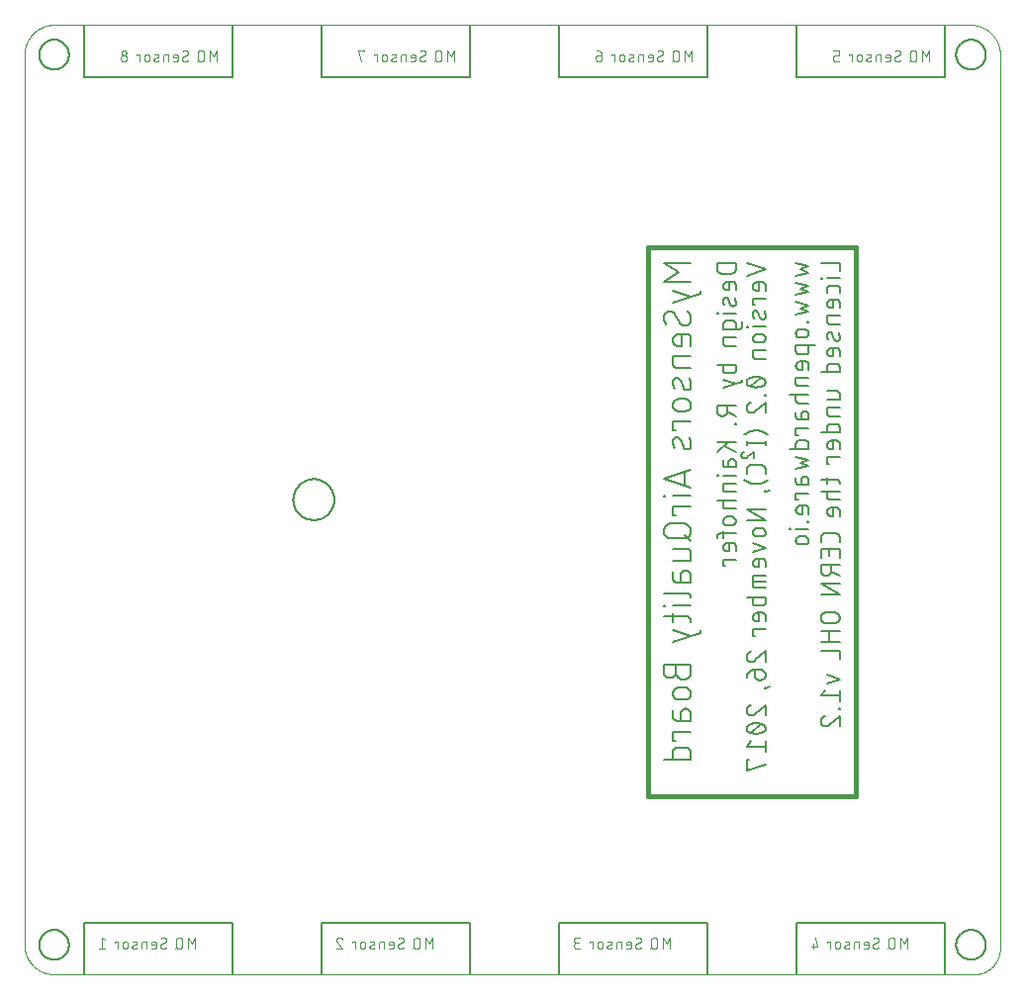
<source format=gbo>
G75*
%MOIN*%
%OFA0B0*%
%FSLAX25Y25*%
%IPPOS*%
%LPD*%
%AMOC8*
5,1,8,0,0,1.08239X$1,22.5*
%
%ADD10C,0.00000*%
%ADD11C,0.00600*%
%ADD12C,0.00800*%
%ADD13C,0.01600*%
%ADD14C,0.00300*%
D10*
X0013520Y0011600D02*
X0013520Y0311561D01*
X0013523Y0311803D01*
X0013532Y0312044D01*
X0013546Y0312285D01*
X0013567Y0312526D01*
X0013593Y0312766D01*
X0013625Y0313006D01*
X0013663Y0313245D01*
X0013706Y0313482D01*
X0013756Y0313719D01*
X0013811Y0313954D01*
X0013871Y0314188D01*
X0013938Y0314420D01*
X0014009Y0314651D01*
X0014087Y0314880D01*
X0014170Y0315107D01*
X0014258Y0315332D01*
X0014352Y0315555D01*
X0014451Y0315775D01*
X0014556Y0315993D01*
X0014665Y0316208D01*
X0014780Y0316421D01*
X0014900Y0316631D01*
X0015025Y0316837D01*
X0015155Y0317041D01*
X0015290Y0317242D01*
X0015430Y0317439D01*
X0015574Y0317633D01*
X0015723Y0317823D01*
X0015877Y0318009D01*
X0016035Y0318192D01*
X0016197Y0318371D01*
X0016364Y0318546D01*
X0016535Y0318717D01*
X0016710Y0318884D01*
X0016889Y0319046D01*
X0017072Y0319204D01*
X0017258Y0319358D01*
X0017448Y0319507D01*
X0017642Y0319651D01*
X0017839Y0319791D01*
X0018040Y0319926D01*
X0018244Y0320056D01*
X0018450Y0320181D01*
X0018660Y0320301D01*
X0018873Y0320416D01*
X0019088Y0320525D01*
X0019306Y0320630D01*
X0019526Y0320729D01*
X0019749Y0320823D01*
X0019974Y0320911D01*
X0020201Y0320994D01*
X0020430Y0321072D01*
X0020661Y0321143D01*
X0020893Y0321210D01*
X0021127Y0321270D01*
X0021362Y0321325D01*
X0021599Y0321375D01*
X0021836Y0321418D01*
X0022075Y0321456D01*
X0022315Y0321488D01*
X0022555Y0321514D01*
X0022796Y0321535D01*
X0023037Y0321549D01*
X0023278Y0321558D01*
X0023520Y0321561D01*
X0332260Y0321561D01*
X0332501Y0321558D01*
X0332741Y0321549D01*
X0332982Y0321535D01*
X0333221Y0321514D01*
X0333461Y0321488D01*
X0333699Y0321456D01*
X0333937Y0321419D01*
X0334174Y0321375D01*
X0334409Y0321326D01*
X0334644Y0321272D01*
X0334877Y0321211D01*
X0335108Y0321145D01*
X0335338Y0321073D01*
X0335566Y0320996D01*
X0335792Y0320914D01*
X0336016Y0320826D01*
X0336238Y0320732D01*
X0336458Y0320633D01*
X0336675Y0320529D01*
X0336889Y0320420D01*
X0337101Y0320306D01*
X0337310Y0320186D01*
X0337516Y0320062D01*
X0337719Y0319932D01*
X0337918Y0319798D01*
X0338115Y0319659D01*
X0338308Y0319515D01*
X0338497Y0319366D01*
X0338683Y0319213D01*
X0338865Y0319056D01*
X0339044Y0318894D01*
X0339218Y0318728D01*
X0339388Y0318558D01*
X0339554Y0318384D01*
X0339716Y0318205D01*
X0339873Y0318023D01*
X0340026Y0317837D01*
X0340175Y0317648D01*
X0340319Y0317455D01*
X0340458Y0317258D01*
X0340592Y0317059D01*
X0340722Y0316856D01*
X0340846Y0316650D01*
X0340966Y0316441D01*
X0341080Y0316229D01*
X0341189Y0316015D01*
X0341293Y0315798D01*
X0341392Y0315578D01*
X0341486Y0315356D01*
X0341574Y0315132D01*
X0341656Y0314906D01*
X0341733Y0314678D01*
X0341805Y0314448D01*
X0341871Y0314217D01*
X0341932Y0313984D01*
X0341986Y0313749D01*
X0342035Y0313514D01*
X0342079Y0313277D01*
X0342116Y0313039D01*
X0342148Y0312801D01*
X0342174Y0312561D01*
X0342195Y0312322D01*
X0342209Y0312081D01*
X0342218Y0311841D01*
X0342221Y0311600D01*
X0342220Y0311600D02*
X0342220Y0010301D01*
X0342221Y0010301D02*
X0342218Y0010091D01*
X0342211Y0009881D01*
X0342198Y0009671D01*
X0342180Y0009461D01*
X0342158Y0009252D01*
X0342130Y0009044D01*
X0342097Y0008836D01*
X0342059Y0008629D01*
X0342016Y0008423D01*
X0341968Y0008219D01*
X0341915Y0008015D01*
X0341858Y0007813D01*
X0341795Y0007612D01*
X0341728Y0007413D01*
X0341656Y0007216D01*
X0341579Y0007020D01*
X0341497Y0006826D01*
X0341411Y0006634D01*
X0341320Y0006445D01*
X0341224Y0006257D01*
X0341124Y0006072D01*
X0341020Y0005890D01*
X0340911Y0005710D01*
X0340798Y0005533D01*
X0340681Y0005358D01*
X0340559Y0005187D01*
X0340434Y0005018D01*
X0340304Y0004853D01*
X0340170Y0004690D01*
X0340033Y0004531D01*
X0339891Y0004375D01*
X0339746Y0004223D01*
X0339598Y0004075D01*
X0339446Y0003930D01*
X0339290Y0003788D01*
X0339131Y0003651D01*
X0338968Y0003517D01*
X0338803Y0003387D01*
X0338634Y0003262D01*
X0338463Y0003140D01*
X0338288Y0003023D01*
X0338111Y0002910D01*
X0337931Y0002801D01*
X0337749Y0002697D01*
X0337564Y0002597D01*
X0337376Y0002501D01*
X0337187Y0002410D01*
X0336995Y0002324D01*
X0336801Y0002242D01*
X0336605Y0002165D01*
X0336408Y0002093D01*
X0336209Y0002026D01*
X0336008Y0001963D01*
X0335806Y0001906D01*
X0335602Y0001853D01*
X0335398Y0001805D01*
X0335192Y0001762D01*
X0334985Y0001724D01*
X0334777Y0001691D01*
X0334569Y0001663D01*
X0334360Y0001641D01*
X0334150Y0001623D01*
X0333940Y0001610D01*
X0333730Y0001603D01*
X0333520Y0001600D01*
X0023520Y0001600D01*
X0023278Y0001603D01*
X0023037Y0001612D01*
X0022796Y0001626D01*
X0022555Y0001647D01*
X0022315Y0001673D01*
X0022075Y0001705D01*
X0021836Y0001743D01*
X0021599Y0001786D01*
X0021362Y0001836D01*
X0021127Y0001891D01*
X0020893Y0001951D01*
X0020661Y0002018D01*
X0020430Y0002089D01*
X0020201Y0002167D01*
X0019974Y0002250D01*
X0019749Y0002338D01*
X0019526Y0002432D01*
X0019306Y0002531D01*
X0019088Y0002636D01*
X0018873Y0002745D01*
X0018660Y0002860D01*
X0018450Y0002980D01*
X0018244Y0003105D01*
X0018040Y0003235D01*
X0017839Y0003370D01*
X0017642Y0003510D01*
X0017448Y0003654D01*
X0017258Y0003803D01*
X0017072Y0003957D01*
X0016889Y0004115D01*
X0016710Y0004277D01*
X0016535Y0004444D01*
X0016364Y0004615D01*
X0016197Y0004790D01*
X0016035Y0004969D01*
X0015877Y0005152D01*
X0015723Y0005338D01*
X0015574Y0005528D01*
X0015430Y0005722D01*
X0015290Y0005919D01*
X0015155Y0006120D01*
X0015025Y0006324D01*
X0014900Y0006530D01*
X0014780Y0006740D01*
X0014665Y0006953D01*
X0014556Y0007168D01*
X0014451Y0007386D01*
X0014352Y0007606D01*
X0014258Y0007829D01*
X0014170Y0008054D01*
X0014087Y0008281D01*
X0014009Y0008510D01*
X0013938Y0008741D01*
X0013871Y0008973D01*
X0013811Y0009207D01*
X0013756Y0009442D01*
X0013706Y0009679D01*
X0013663Y0009916D01*
X0013625Y0010155D01*
X0013593Y0010395D01*
X0013567Y0010635D01*
X0013546Y0010876D01*
X0013532Y0011117D01*
X0013523Y0011358D01*
X0013520Y0011600D01*
D11*
X0018520Y0011600D02*
X0018522Y0011741D01*
X0018528Y0011882D01*
X0018538Y0012022D01*
X0018552Y0012162D01*
X0018570Y0012302D01*
X0018591Y0012441D01*
X0018617Y0012580D01*
X0018646Y0012718D01*
X0018680Y0012854D01*
X0018717Y0012990D01*
X0018758Y0013125D01*
X0018803Y0013259D01*
X0018852Y0013391D01*
X0018904Y0013522D01*
X0018960Y0013651D01*
X0019020Y0013778D01*
X0019083Y0013904D01*
X0019149Y0014028D01*
X0019220Y0014151D01*
X0019293Y0014271D01*
X0019370Y0014389D01*
X0019450Y0014505D01*
X0019534Y0014618D01*
X0019620Y0014729D01*
X0019710Y0014838D01*
X0019803Y0014944D01*
X0019898Y0015047D01*
X0019997Y0015148D01*
X0020098Y0015246D01*
X0020202Y0015341D01*
X0020309Y0015433D01*
X0020418Y0015522D01*
X0020530Y0015607D01*
X0020644Y0015690D01*
X0020760Y0015770D01*
X0020879Y0015846D01*
X0021000Y0015918D01*
X0021122Y0015988D01*
X0021247Y0016053D01*
X0021373Y0016116D01*
X0021501Y0016174D01*
X0021631Y0016229D01*
X0021762Y0016281D01*
X0021895Y0016328D01*
X0022029Y0016372D01*
X0022164Y0016413D01*
X0022300Y0016449D01*
X0022437Y0016481D01*
X0022575Y0016510D01*
X0022713Y0016535D01*
X0022853Y0016555D01*
X0022993Y0016572D01*
X0023133Y0016585D01*
X0023274Y0016594D01*
X0023414Y0016599D01*
X0023555Y0016600D01*
X0023696Y0016597D01*
X0023837Y0016590D01*
X0023977Y0016579D01*
X0024117Y0016564D01*
X0024257Y0016545D01*
X0024396Y0016523D01*
X0024534Y0016496D01*
X0024672Y0016466D01*
X0024808Y0016431D01*
X0024944Y0016393D01*
X0025078Y0016351D01*
X0025212Y0016305D01*
X0025344Y0016256D01*
X0025474Y0016202D01*
X0025603Y0016145D01*
X0025730Y0016085D01*
X0025856Y0016021D01*
X0025979Y0015953D01*
X0026101Y0015882D01*
X0026221Y0015808D01*
X0026338Y0015730D01*
X0026453Y0015649D01*
X0026566Y0015565D01*
X0026677Y0015478D01*
X0026785Y0015387D01*
X0026890Y0015294D01*
X0026993Y0015197D01*
X0027093Y0015098D01*
X0027190Y0014996D01*
X0027284Y0014891D01*
X0027375Y0014784D01*
X0027463Y0014674D01*
X0027548Y0014562D01*
X0027630Y0014447D01*
X0027709Y0014330D01*
X0027784Y0014211D01*
X0027856Y0014090D01*
X0027924Y0013967D01*
X0027989Y0013842D01*
X0028051Y0013715D01*
X0028108Y0013586D01*
X0028163Y0013456D01*
X0028213Y0013325D01*
X0028260Y0013192D01*
X0028303Y0013058D01*
X0028342Y0012922D01*
X0028377Y0012786D01*
X0028409Y0012649D01*
X0028436Y0012511D01*
X0028460Y0012372D01*
X0028480Y0012232D01*
X0028496Y0012092D01*
X0028508Y0011952D01*
X0028516Y0011811D01*
X0028520Y0011670D01*
X0028520Y0011530D01*
X0028516Y0011389D01*
X0028508Y0011248D01*
X0028496Y0011108D01*
X0028480Y0010968D01*
X0028460Y0010828D01*
X0028436Y0010689D01*
X0028409Y0010551D01*
X0028377Y0010414D01*
X0028342Y0010278D01*
X0028303Y0010142D01*
X0028260Y0010008D01*
X0028213Y0009875D01*
X0028163Y0009744D01*
X0028108Y0009614D01*
X0028051Y0009485D01*
X0027989Y0009358D01*
X0027924Y0009233D01*
X0027856Y0009110D01*
X0027784Y0008989D01*
X0027709Y0008870D01*
X0027630Y0008753D01*
X0027548Y0008638D01*
X0027463Y0008526D01*
X0027375Y0008416D01*
X0027284Y0008309D01*
X0027190Y0008204D01*
X0027093Y0008102D01*
X0026993Y0008003D01*
X0026890Y0007906D01*
X0026785Y0007813D01*
X0026677Y0007722D01*
X0026566Y0007635D01*
X0026453Y0007551D01*
X0026338Y0007470D01*
X0026221Y0007392D01*
X0026101Y0007318D01*
X0025979Y0007247D01*
X0025856Y0007179D01*
X0025730Y0007115D01*
X0025603Y0007055D01*
X0025474Y0006998D01*
X0025344Y0006944D01*
X0025212Y0006895D01*
X0025078Y0006849D01*
X0024944Y0006807D01*
X0024808Y0006769D01*
X0024672Y0006734D01*
X0024534Y0006704D01*
X0024396Y0006677D01*
X0024257Y0006655D01*
X0024117Y0006636D01*
X0023977Y0006621D01*
X0023837Y0006610D01*
X0023696Y0006603D01*
X0023555Y0006600D01*
X0023414Y0006601D01*
X0023274Y0006606D01*
X0023133Y0006615D01*
X0022993Y0006628D01*
X0022853Y0006645D01*
X0022713Y0006665D01*
X0022575Y0006690D01*
X0022437Y0006719D01*
X0022300Y0006751D01*
X0022164Y0006787D01*
X0022029Y0006828D01*
X0021895Y0006872D01*
X0021762Y0006919D01*
X0021631Y0006971D01*
X0021501Y0007026D01*
X0021373Y0007084D01*
X0021247Y0007147D01*
X0021122Y0007212D01*
X0021000Y0007282D01*
X0020879Y0007354D01*
X0020760Y0007430D01*
X0020644Y0007510D01*
X0020530Y0007593D01*
X0020418Y0007678D01*
X0020309Y0007767D01*
X0020202Y0007859D01*
X0020098Y0007954D01*
X0019997Y0008052D01*
X0019898Y0008153D01*
X0019803Y0008256D01*
X0019710Y0008362D01*
X0019620Y0008471D01*
X0019534Y0008582D01*
X0019450Y0008695D01*
X0019370Y0008811D01*
X0019293Y0008929D01*
X0019220Y0009049D01*
X0019149Y0009172D01*
X0019083Y0009296D01*
X0019020Y0009422D01*
X0018960Y0009549D01*
X0018904Y0009678D01*
X0018852Y0009809D01*
X0018803Y0009941D01*
X0018758Y0010075D01*
X0018717Y0010210D01*
X0018680Y0010346D01*
X0018646Y0010482D01*
X0018617Y0010620D01*
X0018591Y0010759D01*
X0018570Y0010898D01*
X0018552Y0011038D01*
X0018538Y0011178D01*
X0018528Y0011318D01*
X0018522Y0011459D01*
X0018520Y0011600D01*
X0033520Y0019100D02*
X0033520Y0001600D01*
X0033520Y0019100D02*
X0083520Y0019100D01*
X0083520Y0001600D01*
X0113520Y0001600D02*
X0113520Y0019100D01*
X0163520Y0019100D01*
X0163520Y0001600D01*
X0193520Y0001600D02*
X0193520Y0019100D01*
X0243520Y0019100D01*
X0243520Y0001600D01*
X0273520Y0001600D02*
X0273520Y0019100D01*
X0323520Y0019100D01*
X0323520Y0001600D01*
X0327417Y0011600D02*
X0327419Y0011741D01*
X0327425Y0011882D01*
X0327435Y0012022D01*
X0327449Y0012162D01*
X0327467Y0012302D01*
X0327488Y0012441D01*
X0327514Y0012580D01*
X0327543Y0012718D01*
X0327577Y0012854D01*
X0327614Y0012990D01*
X0327655Y0013125D01*
X0327700Y0013259D01*
X0327749Y0013391D01*
X0327801Y0013522D01*
X0327857Y0013651D01*
X0327917Y0013778D01*
X0327980Y0013904D01*
X0328046Y0014028D01*
X0328117Y0014151D01*
X0328190Y0014271D01*
X0328267Y0014389D01*
X0328347Y0014505D01*
X0328431Y0014618D01*
X0328517Y0014729D01*
X0328607Y0014838D01*
X0328700Y0014944D01*
X0328795Y0015047D01*
X0328894Y0015148D01*
X0328995Y0015246D01*
X0329099Y0015341D01*
X0329206Y0015433D01*
X0329315Y0015522D01*
X0329427Y0015607D01*
X0329541Y0015690D01*
X0329657Y0015770D01*
X0329776Y0015846D01*
X0329897Y0015918D01*
X0330019Y0015988D01*
X0330144Y0016053D01*
X0330270Y0016116D01*
X0330398Y0016174D01*
X0330528Y0016229D01*
X0330659Y0016281D01*
X0330792Y0016328D01*
X0330926Y0016372D01*
X0331061Y0016413D01*
X0331197Y0016449D01*
X0331334Y0016481D01*
X0331472Y0016510D01*
X0331610Y0016535D01*
X0331750Y0016555D01*
X0331890Y0016572D01*
X0332030Y0016585D01*
X0332171Y0016594D01*
X0332311Y0016599D01*
X0332452Y0016600D01*
X0332593Y0016597D01*
X0332734Y0016590D01*
X0332874Y0016579D01*
X0333014Y0016564D01*
X0333154Y0016545D01*
X0333293Y0016523D01*
X0333431Y0016496D01*
X0333569Y0016466D01*
X0333705Y0016431D01*
X0333841Y0016393D01*
X0333975Y0016351D01*
X0334109Y0016305D01*
X0334241Y0016256D01*
X0334371Y0016202D01*
X0334500Y0016145D01*
X0334627Y0016085D01*
X0334753Y0016021D01*
X0334876Y0015953D01*
X0334998Y0015882D01*
X0335118Y0015808D01*
X0335235Y0015730D01*
X0335350Y0015649D01*
X0335463Y0015565D01*
X0335574Y0015478D01*
X0335682Y0015387D01*
X0335787Y0015294D01*
X0335890Y0015197D01*
X0335990Y0015098D01*
X0336087Y0014996D01*
X0336181Y0014891D01*
X0336272Y0014784D01*
X0336360Y0014674D01*
X0336445Y0014562D01*
X0336527Y0014447D01*
X0336606Y0014330D01*
X0336681Y0014211D01*
X0336753Y0014090D01*
X0336821Y0013967D01*
X0336886Y0013842D01*
X0336948Y0013715D01*
X0337005Y0013586D01*
X0337060Y0013456D01*
X0337110Y0013325D01*
X0337157Y0013192D01*
X0337200Y0013058D01*
X0337239Y0012922D01*
X0337274Y0012786D01*
X0337306Y0012649D01*
X0337333Y0012511D01*
X0337357Y0012372D01*
X0337377Y0012232D01*
X0337393Y0012092D01*
X0337405Y0011952D01*
X0337413Y0011811D01*
X0337417Y0011670D01*
X0337417Y0011530D01*
X0337413Y0011389D01*
X0337405Y0011248D01*
X0337393Y0011108D01*
X0337377Y0010968D01*
X0337357Y0010828D01*
X0337333Y0010689D01*
X0337306Y0010551D01*
X0337274Y0010414D01*
X0337239Y0010278D01*
X0337200Y0010142D01*
X0337157Y0010008D01*
X0337110Y0009875D01*
X0337060Y0009744D01*
X0337005Y0009614D01*
X0336948Y0009485D01*
X0336886Y0009358D01*
X0336821Y0009233D01*
X0336753Y0009110D01*
X0336681Y0008989D01*
X0336606Y0008870D01*
X0336527Y0008753D01*
X0336445Y0008638D01*
X0336360Y0008526D01*
X0336272Y0008416D01*
X0336181Y0008309D01*
X0336087Y0008204D01*
X0335990Y0008102D01*
X0335890Y0008003D01*
X0335787Y0007906D01*
X0335682Y0007813D01*
X0335574Y0007722D01*
X0335463Y0007635D01*
X0335350Y0007551D01*
X0335235Y0007470D01*
X0335118Y0007392D01*
X0334998Y0007318D01*
X0334876Y0007247D01*
X0334753Y0007179D01*
X0334627Y0007115D01*
X0334500Y0007055D01*
X0334371Y0006998D01*
X0334241Y0006944D01*
X0334109Y0006895D01*
X0333975Y0006849D01*
X0333841Y0006807D01*
X0333705Y0006769D01*
X0333569Y0006734D01*
X0333431Y0006704D01*
X0333293Y0006677D01*
X0333154Y0006655D01*
X0333014Y0006636D01*
X0332874Y0006621D01*
X0332734Y0006610D01*
X0332593Y0006603D01*
X0332452Y0006600D01*
X0332311Y0006601D01*
X0332171Y0006606D01*
X0332030Y0006615D01*
X0331890Y0006628D01*
X0331750Y0006645D01*
X0331610Y0006665D01*
X0331472Y0006690D01*
X0331334Y0006719D01*
X0331197Y0006751D01*
X0331061Y0006787D01*
X0330926Y0006828D01*
X0330792Y0006872D01*
X0330659Y0006919D01*
X0330528Y0006971D01*
X0330398Y0007026D01*
X0330270Y0007084D01*
X0330144Y0007147D01*
X0330019Y0007212D01*
X0329897Y0007282D01*
X0329776Y0007354D01*
X0329657Y0007430D01*
X0329541Y0007510D01*
X0329427Y0007593D01*
X0329315Y0007678D01*
X0329206Y0007767D01*
X0329099Y0007859D01*
X0328995Y0007954D01*
X0328894Y0008052D01*
X0328795Y0008153D01*
X0328700Y0008256D01*
X0328607Y0008362D01*
X0328517Y0008471D01*
X0328431Y0008582D01*
X0328347Y0008695D01*
X0328267Y0008811D01*
X0328190Y0008929D01*
X0328117Y0009049D01*
X0328046Y0009172D01*
X0327980Y0009296D01*
X0327917Y0009422D01*
X0327857Y0009549D01*
X0327801Y0009678D01*
X0327749Y0009809D01*
X0327700Y0009941D01*
X0327655Y0010075D01*
X0327614Y0010210D01*
X0327577Y0010346D01*
X0327543Y0010482D01*
X0327514Y0010620D01*
X0327488Y0010759D01*
X0327467Y0010898D01*
X0327449Y0011038D01*
X0327435Y0011178D01*
X0327425Y0011318D01*
X0327419Y0011459D01*
X0327417Y0011600D01*
X0263220Y0072188D02*
X0256820Y0070410D01*
X0256820Y0073965D01*
X0257531Y0073965D01*
X0256820Y0078342D02*
X0263220Y0078342D01*
X0263220Y0080119D02*
X0263220Y0076564D01*
X0262331Y0085740D02*
X0262204Y0085800D01*
X0262075Y0085856D01*
X0261945Y0085909D01*
X0261813Y0085959D01*
X0261680Y0086005D01*
X0261546Y0086047D01*
X0261411Y0086086D01*
X0261274Y0086122D01*
X0261137Y0086153D01*
X0260999Y0086181D01*
X0260861Y0086206D01*
X0260722Y0086226D01*
X0260582Y0086243D01*
X0260442Y0086256D01*
X0260301Y0086265D01*
X0260161Y0086271D01*
X0260020Y0086273D01*
X0260020Y0082718D02*
X0259879Y0082720D01*
X0259739Y0082726D01*
X0259598Y0082735D01*
X0259458Y0082748D01*
X0259318Y0082765D01*
X0259179Y0082785D01*
X0259041Y0082810D01*
X0258903Y0082838D01*
X0258766Y0082869D01*
X0258629Y0082905D01*
X0258494Y0082944D01*
X0258360Y0082986D01*
X0258227Y0083032D01*
X0258095Y0083082D01*
X0257965Y0083135D01*
X0257836Y0083191D01*
X0257709Y0083251D01*
X0258242Y0083073D02*
X0261797Y0085918D01*
X0263220Y0084496D02*
X0263218Y0084425D01*
X0263212Y0084354D01*
X0263203Y0084284D01*
X0263189Y0084214D01*
X0263172Y0084145D01*
X0263152Y0084078D01*
X0263127Y0084011D01*
X0263099Y0083946D01*
X0263068Y0083882D01*
X0263033Y0083820D01*
X0262995Y0083760D01*
X0262954Y0083703D01*
X0262910Y0083647D01*
X0262862Y0083594D01*
X0262812Y0083544D01*
X0262760Y0083496D01*
X0262705Y0083451D01*
X0262647Y0083410D01*
X0262587Y0083371D01*
X0262526Y0083336D01*
X0262462Y0083304D01*
X0262397Y0083276D01*
X0262331Y0083251D01*
X0263220Y0084496D02*
X0263218Y0084567D01*
X0263212Y0084638D01*
X0263203Y0084708D01*
X0263189Y0084778D01*
X0263172Y0084847D01*
X0263152Y0084914D01*
X0263127Y0084981D01*
X0263099Y0085046D01*
X0263068Y0085110D01*
X0263033Y0085172D01*
X0262995Y0085232D01*
X0262954Y0085290D01*
X0262910Y0085345D01*
X0262862Y0085398D01*
X0262812Y0085448D01*
X0262760Y0085496D01*
X0262705Y0085541D01*
X0262647Y0085582D01*
X0262587Y0085621D01*
X0262526Y0085656D01*
X0262462Y0085688D01*
X0262397Y0085716D01*
X0262331Y0085741D01*
X0262331Y0083251D02*
X0262204Y0083191D01*
X0262075Y0083135D01*
X0261945Y0083082D01*
X0261813Y0083032D01*
X0261680Y0082986D01*
X0261546Y0082944D01*
X0261411Y0082905D01*
X0261274Y0082869D01*
X0261137Y0082838D01*
X0260999Y0082810D01*
X0260861Y0082785D01*
X0260722Y0082765D01*
X0260582Y0082748D01*
X0260442Y0082735D01*
X0260301Y0082726D01*
X0260161Y0082720D01*
X0260020Y0082718D01*
X0260020Y0086273D02*
X0259879Y0086271D01*
X0259739Y0086265D01*
X0259598Y0086256D01*
X0259458Y0086243D01*
X0259318Y0086226D01*
X0259179Y0086206D01*
X0259041Y0086181D01*
X0258903Y0086153D01*
X0258766Y0086122D01*
X0258629Y0086086D01*
X0258494Y0086047D01*
X0258360Y0086005D01*
X0258227Y0085959D01*
X0258095Y0085909D01*
X0257965Y0085856D01*
X0257836Y0085800D01*
X0257709Y0085740D01*
X0257708Y0085741D02*
X0257642Y0085716D01*
X0257577Y0085688D01*
X0257513Y0085656D01*
X0257452Y0085621D01*
X0257392Y0085582D01*
X0257334Y0085541D01*
X0257279Y0085496D01*
X0257227Y0085448D01*
X0257177Y0085398D01*
X0257129Y0085345D01*
X0257085Y0085290D01*
X0257044Y0085232D01*
X0257006Y0085172D01*
X0256971Y0085110D01*
X0256940Y0085046D01*
X0256912Y0084981D01*
X0256887Y0084914D01*
X0256867Y0084847D01*
X0256850Y0084778D01*
X0256836Y0084708D01*
X0256827Y0084638D01*
X0256821Y0084567D01*
X0256819Y0084496D01*
X0256821Y0084425D01*
X0256827Y0084354D01*
X0256836Y0084284D01*
X0256850Y0084214D01*
X0256867Y0084145D01*
X0256887Y0084078D01*
X0256912Y0084011D01*
X0256940Y0083946D01*
X0256971Y0083882D01*
X0257006Y0083820D01*
X0257044Y0083760D01*
X0257085Y0083702D01*
X0257129Y0083647D01*
X0257177Y0083594D01*
X0257227Y0083544D01*
X0257279Y0083496D01*
X0257334Y0083451D01*
X0257392Y0083410D01*
X0257452Y0083371D01*
X0257513Y0083336D01*
X0257577Y0083304D01*
X0257642Y0083276D01*
X0257708Y0083251D01*
X0258242Y0080119D02*
X0256820Y0078342D01*
X0259664Y0089405D02*
X0263220Y0092427D01*
X0263220Y0088872D01*
X0258242Y0092428D02*
X0258157Y0092399D01*
X0258075Y0092366D01*
X0257993Y0092329D01*
X0257913Y0092289D01*
X0257836Y0092246D01*
X0257760Y0092199D01*
X0257686Y0092149D01*
X0257614Y0092096D01*
X0257545Y0092040D01*
X0257478Y0091981D01*
X0257414Y0091919D01*
X0257353Y0091854D01*
X0257294Y0091787D01*
X0257239Y0091717D01*
X0257186Y0091645D01*
X0257137Y0091571D01*
X0257091Y0091494D01*
X0257049Y0091416D01*
X0257009Y0091336D01*
X0256974Y0091254D01*
X0256941Y0091171D01*
X0256913Y0091087D01*
X0256888Y0091001D01*
X0256867Y0090914D01*
X0256850Y0090827D01*
X0256836Y0090739D01*
X0256827Y0090650D01*
X0256821Y0090561D01*
X0256819Y0090472D01*
X0256820Y0090472D02*
X0256822Y0090393D01*
X0256828Y0090315D01*
X0256837Y0090237D01*
X0256851Y0090160D01*
X0256868Y0090083D01*
X0256889Y0090008D01*
X0256914Y0089933D01*
X0256942Y0089860D01*
X0256974Y0089788D01*
X0257009Y0089718D01*
X0257048Y0089649D01*
X0257090Y0089583D01*
X0257135Y0089519D01*
X0257183Y0089457D01*
X0257234Y0089398D01*
X0257289Y0089341D01*
X0257346Y0089286D01*
X0257405Y0089235D01*
X0257467Y0089187D01*
X0257531Y0089142D01*
X0257597Y0089100D01*
X0257666Y0089061D01*
X0257736Y0089026D01*
X0257808Y0088994D01*
X0257881Y0088966D01*
X0257956Y0088941D01*
X0258031Y0088920D01*
X0258108Y0088903D01*
X0258185Y0088889D01*
X0258263Y0088880D01*
X0258341Y0088874D01*
X0258420Y0088872D01*
X0258420Y0088871D02*
X0258502Y0088873D01*
X0258584Y0088879D01*
X0258665Y0088889D01*
X0258746Y0088902D01*
X0258826Y0088920D01*
X0258905Y0088941D01*
X0258983Y0088966D01*
X0259059Y0088994D01*
X0259135Y0089027D01*
X0259208Y0089062D01*
X0259280Y0089102D01*
X0259350Y0089144D01*
X0259418Y0089190D01*
X0259483Y0089239D01*
X0259546Y0089291D01*
X0259607Y0089347D01*
X0259665Y0089404D01*
X0262864Y0098083D02*
X0263220Y0098083D01*
X0264642Y0098616D01*
X0263220Y0098438D02*
X0262864Y0098438D01*
X0262864Y0098083D01*
X0263220Y0098083D02*
X0263220Y0098438D01*
X0261442Y0100770D02*
X0261086Y0100770D01*
X0261012Y0100772D01*
X0260937Y0100778D01*
X0260864Y0100788D01*
X0260790Y0100801D01*
X0260718Y0100818D01*
X0260647Y0100840D01*
X0260576Y0100864D01*
X0260508Y0100893D01*
X0260440Y0100925D01*
X0260375Y0100961D01*
X0260312Y0100999D01*
X0260250Y0101042D01*
X0260191Y0101087D01*
X0260134Y0101135D01*
X0260080Y0101186D01*
X0260029Y0101240D01*
X0259981Y0101297D01*
X0259936Y0101356D01*
X0259893Y0101418D01*
X0259855Y0101481D01*
X0259819Y0101546D01*
X0259787Y0101614D01*
X0259758Y0101682D01*
X0259734Y0101753D01*
X0259712Y0101824D01*
X0259695Y0101896D01*
X0259682Y0101970D01*
X0259672Y0102043D01*
X0259666Y0102118D01*
X0259664Y0102192D01*
X0259664Y0104325D01*
X0261442Y0104325D01*
X0261525Y0104323D01*
X0261608Y0104317D01*
X0261691Y0104307D01*
X0261774Y0104294D01*
X0261855Y0104276D01*
X0261936Y0104255D01*
X0262015Y0104230D01*
X0262093Y0104201D01*
X0262170Y0104169D01*
X0262245Y0104133D01*
X0262319Y0104094D01*
X0262390Y0104051D01*
X0262460Y0104005D01*
X0262527Y0103955D01*
X0262592Y0103903D01*
X0262654Y0103848D01*
X0262714Y0103789D01*
X0262771Y0103728D01*
X0262825Y0103665D01*
X0262876Y0103599D01*
X0262923Y0103530D01*
X0262968Y0103460D01*
X0263009Y0103387D01*
X0263046Y0103313D01*
X0263081Y0103237D01*
X0263111Y0103159D01*
X0263138Y0103081D01*
X0263161Y0103000D01*
X0263181Y0102919D01*
X0263196Y0102837D01*
X0263208Y0102755D01*
X0263216Y0102672D01*
X0263220Y0102589D01*
X0263220Y0102505D01*
X0263216Y0102422D01*
X0263208Y0102339D01*
X0263196Y0102257D01*
X0263181Y0102175D01*
X0263161Y0102094D01*
X0263138Y0102013D01*
X0263111Y0101935D01*
X0263081Y0101857D01*
X0263046Y0101781D01*
X0263009Y0101707D01*
X0262968Y0101634D01*
X0262923Y0101564D01*
X0262876Y0101495D01*
X0262825Y0101429D01*
X0262771Y0101366D01*
X0262714Y0101305D01*
X0262654Y0101246D01*
X0262592Y0101191D01*
X0262527Y0101139D01*
X0262460Y0101089D01*
X0262390Y0101043D01*
X0262319Y0101000D01*
X0262245Y0100961D01*
X0262170Y0100925D01*
X0262093Y0100893D01*
X0262015Y0100864D01*
X0261936Y0100839D01*
X0261855Y0100818D01*
X0261774Y0100800D01*
X0261691Y0100787D01*
X0261608Y0100777D01*
X0261525Y0100771D01*
X0261442Y0100769D01*
X0259664Y0104325D02*
X0259558Y0104323D01*
X0259451Y0104317D01*
X0259346Y0104307D01*
X0259240Y0104293D01*
X0259135Y0104275D01*
X0259031Y0104254D01*
X0258928Y0104228D01*
X0258826Y0104199D01*
X0258725Y0104165D01*
X0258625Y0104128D01*
X0258527Y0104088D01*
X0258430Y0104043D01*
X0258335Y0103995D01*
X0258242Y0103944D01*
X0258151Y0103889D01*
X0258062Y0103831D01*
X0257975Y0103769D01*
X0257891Y0103705D01*
X0257809Y0103637D01*
X0257730Y0103566D01*
X0257653Y0103492D01*
X0257579Y0103415D01*
X0257508Y0103336D01*
X0257440Y0103254D01*
X0257376Y0103170D01*
X0257314Y0103083D01*
X0257256Y0102994D01*
X0257201Y0102903D01*
X0257150Y0102810D01*
X0257102Y0102715D01*
X0257057Y0102618D01*
X0257017Y0102520D01*
X0256980Y0102420D01*
X0256946Y0102319D01*
X0256917Y0102217D01*
X0256891Y0102114D01*
X0256870Y0102010D01*
X0256852Y0101905D01*
X0256838Y0101799D01*
X0256828Y0101694D01*
X0256822Y0101587D01*
X0256820Y0101481D01*
X0259664Y0107457D02*
X0263220Y0110479D01*
X0263220Y0106924D01*
X0258242Y0110480D02*
X0258157Y0110451D01*
X0258075Y0110418D01*
X0257993Y0110381D01*
X0257913Y0110341D01*
X0257836Y0110298D01*
X0257760Y0110251D01*
X0257686Y0110201D01*
X0257614Y0110148D01*
X0257545Y0110092D01*
X0257478Y0110033D01*
X0257414Y0109971D01*
X0257353Y0109906D01*
X0257294Y0109839D01*
X0257239Y0109769D01*
X0257186Y0109697D01*
X0257137Y0109623D01*
X0257091Y0109546D01*
X0257049Y0109468D01*
X0257009Y0109388D01*
X0256974Y0109306D01*
X0256941Y0109223D01*
X0256913Y0109139D01*
X0256888Y0109053D01*
X0256867Y0108966D01*
X0256850Y0108879D01*
X0256836Y0108791D01*
X0256827Y0108702D01*
X0256821Y0108613D01*
X0256819Y0108524D01*
X0256820Y0108524D02*
X0256822Y0108445D01*
X0256828Y0108367D01*
X0256837Y0108289D01*
X0256851Y0108212D01*
X0256868Y0108135D01*
X0256889Y0108060D01*
X0256914Y0107985D01*
X0256942Y0107912D01*
X0256974Y0107840D01*
X0257009Y0107770D01*
X0257048Y0107701D01*
X0257090Y0107635D01*
X0257135Y0107571D01*
X0257183Y0107509D01*
X0257234Y0107450D01*
X0257289Y0107393D01*
X0257346Y0107338D01*
X0257405Y0107287D01*
X0257467Y0107239D01*
X0257531Y0107194D01*
X0257597Y0107152D01*
X0257666Y0107113D01*
X0257736Y0107078D01*
X0257808Y0107046D01*
X0257881Y0107018D01*
X0257956Y0106993D01*
X0258031Y0106972D01*
X0258108Y0106955D01*
X0258185Y0106941D01*
X0258263Y0106932D01*
X0258341Y0106926D01*
X0258420Y0106924D01*
X0258420Y0106923D02*
X0258502Y0106925D01*
X0258584Y0106931D01*
X0258665Y0106941D01*
X0258746Y0106954D01*
X0258826Y0106972D01*
X0258905Y0106993D01*
X0258983Y0107018D01*
X0259059Y0107046D01*
X0259135Y0107079D01*
X0259208Y0107114D01*
X0259280Y0107154D01*
X0259350Y0107196D01*
X0259418Y0107242D01*
X0259483Y0107291D01*
X0259546Y0107343D01*
X0259607Y0107399D01*
X0259665Y0107456D01*
X0259664Y0115752D02*
X0258953Y0115752D01*
X0258953Y0117885D01*
X0263220Y0117885D01*
X0263220Y0120613D02*
X0263220Y0122391D01*
X0263218Y0122455D01*
X0263212Y0122520D01*
X0263203Y0122583D01*
X0263189Y0122646D01*
X0263172Y0122708D01*
X0263151Y0122769D01*
X0263126Y0122829D01*
X0263098Y0122887D01*
X0263066Y0122943D01*
X0263031Y0122997D01*
X0262993Y0123049D01*
X0262952Y0123099D01*
X0262907Y0123145D01*
X0262861Y0123190D01*
X0262811Y0123231D01*
X0262759Y0123269D01*
X0262705Y0123304D01*
X0262649Y0123336D01*
X0262591Y0123364D01*
X0262531Y0123389D01*
X0262470Y0123410D01*
X0262408Y0123427D01*
X0262345Y0123441D01*
X0262282Y0123450D01*
X0262217Y0123456D01*
X0262153Y0123458D01*
X0262153Y0123457D02*
X0260375Y0123457D01*
X0261086Y0123457D02*
X0261086Y0120613D01*
X0260375Y0120613D01*
X0260301Y0120615D01*
X0260226Y0120621D01*
X0260153Y0120631D01*
X0260079Y0120644D01*
X0260007Y0120661D01*
X0259936Y0120683D01*
X0259865Y0120707D01*
X0259797Y0120736D01*
X0259729Y0120768D01*
X0259664Y0120804D01*
X0259601Y0120842D01*
X0259539Y0120885D01*
X0259480Y0120930D01*
X0259423Y0120978D01*
X0259369Y0121029D01*
X0259318Y0121083D01*
X0259270Y0121140D01*
X0259225Y0121199D01*
X0259182Y0121261D01*
X0259144Y0121324D01*
X0259108Y0121389D01*
X0259076Y0121457D01*
X0259047Y0121525D01*
X0259023Y0121596D01*
X0259001Y0121667D01*
X0258984Y0121739D01*
X0258971Y0121813D01*
X0258961Y0121886D01*
X0258955Y0121961D01*
X0258953Y0122035D01*
X0258955Y0122109D01*
X0258961Y0122184D01*
X0258971Y0122257D01*
X0258984Y0122331D01*
X0259001Y0122403D01*
X0259023Y0122474D01*
X0259047Y0122545D01*
X0259076Y0122613D01*
X0259108Y0122681D01*
X0259144Y0122746D01*
X0259182Y0122809D01*
X0259225Y0122871D01*
X0259270Y0122930D01*
X0259318Y0122987D01*
X0259369Y0123041D01*
X0259423Y0123092D01*
X0259480Y0123140D01*
X0259539Y0123185D01*
X0259601Y0123228D01*
X0259664Y0123266D01*
X0259729Y0123302D01*
X0259797Y0123334D01*
X0259865Y0123363D01*
X0259936Y0123387D01*
X0260007Y0123409D01*
X0260079Y0123426D01*
X0260153Y0123439D01*
X0260226Y0123449D01*
X0260301Y0123455D01*
X0260375Y0123457D01*
X0260020Y0125918D02*
X0262153Y0125918D01*
X0262153Y0125917D02*
X0262217Y0125919D01*
X0262282Y0125925D01*
X0262345Y0125934D01*
X0262408Y0125948D01*
X0262470Y0125965D01*
X0262531Y0125986D01*
X0262591Y0126011D01*
X0262649Y0126039D01*
X0262705Y0126071D01*
X0262759Y0126106D01*
X0262811Y0126144D01*
X0262861Y0126185D01*
X0262907Y0126230D01*
X0262952Y0126276D01*
X0262993Y0126326D01*
X0263031Y0126378D01*
X0263066Y0126432D01*
X0263098Y0126488D01*
X0263126Y0126546D01*
X0263151Y0126606D01*
X0263172Y0126667D01*
X0263189Y0126729D01*
X0263203Y0126792D01*
X0263212Y0126855D01*
X0263218Y0126920D01*
X0263220Y0126984D01*
X0263220Y0128762D01*
X0256820Y0128762D01*
X0258953Y0128762D02*
X0258953Y0126984D01*
X0258955Y0126920D01*
X0258961Y0126855D01*
X0258970Y0126792D01*
X0258984Y0126729D01*
X0259001Y0126667D01*
X0259022Y0126606D01*
X0259047Y0126546D01*
X0259075Y0126488D01*
X0259107Y0126432D01*
X0259142Y0126378D01*
X0259180Y0126326D01*
X0259221Y0126276D01*
X0259266Y0126230D01*
X0259312Y0126185D01*
X0259362Y0126144D01*
X0259414Y0126106D01*
X0259468Y0126071D01*
X0259524Y0126039D01*
X0259582Y0126011D01*
X0259642Y0125986D01*
X0259703Y0125965D01*
X0259765Y0125948D01*
X0259828Y0125934D01*
X0259891Y0125925D01*
X0259956Y0125919D01*
X0260020Y0125917D01*
X0260020Y0131800D02*
X0263220Y0131800D01*
X0263220Y0133933D02*
X0258953Y0133933D01*
X0258953Y0132866D02*
X0258953Y0136066D01*
X0263220Y0136066D01*
X0263220Y0138870D02*
X0263220Y0140648D01*
X0263218Y0140712D01*
X0263212Y0140777D01*
X0263203Y0140840D01*
X0263189Y0140903D01*
X0263172Y0140965D01*
X0263151Y0141026D01*
X0263126Y0141086D01*
X0263098Y0141144D01*
X0263066Y0141200D01*
X0263031Y0141254D01*
X0262993Y0141306D01*
X0262952Y0141356D01*
X0262907Y0141402D01*
X0262861Y0141447D01*
X0262811Y0141488D01*
X0262759Y0141526D01*
X0262705Y0141561D01*
X0262649Y0141593D01*
X0262591Y0141621D01*
X0262531Y0141646D01*
X0262470Y0141667D01*
X0262408Y0141684D01*
X0262345Y0141698D01*
X0262282Y0141707D01*
X0262217Y0141713D01*
X0262153Y0141715D01*
X0262153Y0141714D02*
X0260375Y0141714D01*
X0261086Y0141714D02*
X0261086Y0138870D01*
X0260375Y0138870D01*
X0260301Y0138872D01*
X0260226Y0138878D01*
X0260153Y0138888D01*
X0260079Y0138901D01*
X0260007Y0138918D01*
X0259936Y0138940D01*
X0259865Y0138964D01*
X0259797Y0138993D01*
X0259729Y0139025D01*
X0259664Y0139061D01*
X0259601Y0139099D01*
X0259539Y0139142D01*
X0259480Y0139187D01*
X0259423Y0139235D01*
X0259369Y0139286D01*
X0259318Y0139340D01*
X0259270Y0139397D01*
X0259225Y0139456D01*
X0259182Y0139518D01*
X0259144Y0139581D01*
X0259108Y0139646D01*
X0259076Y0139714D01*
X0259047Y0139782D01*
X0259023Y0139853D01*
X0259001Y0139924D01*
X0258984Y0139996D01*
X0258971Y0140070D01*
X0258961Y0140143D01*
X0258955Y0140218D01*
X0258953Y0140292D01*
X0258955Y0140366D01*
X0258961Y0140441D01*
X0258971Y0140514D01*
X0258984Y0140588D01*
X0259001Y0140660D01*
X0259023Y0140731D01*
X0259047Y0140802D01*
X0259076Y0140870D01*
X0259108Y0140938D01*
X0259144Y0141003D01*
X0259182Y0141066D01*
X0259225Y0141128D01*
X0259270Y0141187D01*
X0259318Y0141244D01*
X0259369Y0141298D01*
X0259423Y0141349D01*
X0259480Y0141397D01*
X0259539Y0141442D01*
X0259601Y0141485D01*
X0259664Y0141523D01*
X0259729Y0141559D01*
X0259797Y0141591D01*
X0259865Y0141620D01*
X0259936Y0141644D01*
X0260007Y0141666D01*
X0260079Y0141683D01*
X0260153Y0141696D01*
X0260226Y0141706D01*
X0260301Y0141712D01*
X0260375Y0141714D01*
X0258953Y0143998D02*
X0263220Y0145420D01*
X0258953Y0146843D01*
X0260375Y0149127D02*
X0261797Y0149127D01*
X0261871Y0149129D01*
X0261946Y0149135D01*
X0262019Y0149145D01*
X0262093Y0149158D01*
X0262165Y0149175D01*
X0262236Y0149197D01*
X0262307Y0149221D01*
X0262375Y0149250D01*
X0262443Y0149282D01*
X0262508Y0149318D01*
X0262571Y0149356D01*
X0262633Y0149399D01*
X0262692Y0149444D01*
X0262749Y0149492D01*
X0262803Y0149543D01*
X0262854Y0149597D01*
X0262902Y0149654D01*
X0262947Y0149713D01*
X0262990Y0149775D01*
X0263028Y0149838D01*
X0263064Y0149903D01*
X0263096Y0149971D01*
X0263125Y0150039D01*
X0263149Y0150110D01*
X0263171Y0150181D01*
X0263188Y0150253D01*
X0263201Y0150327D01*
X0263211Y0150400D01*
X0263217Y0150475D01*
X0263219Y0150549D01*
X0263217Y0150623D01*
X0263211Y0150698D01*
X0263201Y0150771D01*
X0263188Y0150845D01*
X0263171Y0150917D01*
X0263149Y0150988D01*
X0263125Y0151059D01*
X0263096Y0151127D01*
X0263064Y0151195D01*
X0263028Y0151260D01*
X0262990Y0151323D01*
X0262947Y0151385D01*
X0262902Y0151444D01*
X0262854Y0151501D01*
X0262803Y0151555D01*
X0262749Y0151606D01*
X0262692Y0151654D01*
X0262633Y0151699D01*
X0262571Y0151742D01*
X0262508Y0151780D01*
X0262443Y0151816D01*
X0262375Y0151848D01*
X0262307Y0151877D01*
X0262236Y0151901D01*
X0262165Y0151923D01*
X0262093Y0151940D01*
X0262019Y0151953D01*
X0261946Y0151963D01*
X0261871Y0151969D01*
X0261797Y0151971D01*
X0260375Y0151971D01*
X0260301Y0151969D01*
X0260226Y0151963D01*
X0260153Y0151953D01*
X0260079Y0151940D01*
X0260007Y0151923D01*
X0259936Y0151901D01*
X0259865Y0151877D01*
X0259797Y0151848D01*
X0259729Y0151816D01*
X0259664Y0151780D01*
X0259601Y0151742D01*
X0259539Y0151699D01*
X0259480Y0151654D01*
X0259423Y0151606D01*
X0259369Y0151555D01*
X0259318Y0151501D01*
X0259270Y0151444D01*
X0259225Y0151385D01*
X0259182Y0151323D01*
X0259144Y0151260D01*
X0259108Y0151195D01*
X0259076Y0151127D01*
X0259047Y0151059D01*
X0259023Y0150988D01*
X0259001Y0150917D01*
X0258984Y0150845D01*
X0258971Y0150771D01*
X0258961Y0150698D01*
X0258955Y0150623D01*
X0258953Y0150549D01*
X0258955Y0150475D01*
X0258961Y0150400D01*
X0258971Y0150327D01*
X0258984Y0150253D01*
X0259001Y0150181D01*
X0259023Y0150110D01*
X0259047Y0150039D01*
X0259076Y0149971D01*
X0259108Y0149903D01*
X0259144Y0149838D01*
X0259182Y0149775D01*
X0259225Y0149713D01*
X0259270Y0149654D01*
X0259318Y0149597D01*
X0259369Y0149543D01*
X0259423Y0149492D01*
X0259480Y0149444D01*
X0259539Y0149399D01*
X0259601Y0149356D01*
X0259664Y0149318D01*
X0259729Y0149282D01*
X0259797Y0149250D01*
X0259865Y0149221D01*
X0259936Y0149197D01*
X0260007Y0149175D01*
X0260079Y0149158D01*
X0260153Y0149145D01*
X0260226Y0149135D01*
X0260301Y0149129D01*
X0260375Y0149127D01*
X0263220Y0154720D02*
X0256820Y0154720D01*
X0256820Y0158275D02*
X0263220Y0154720D01*
X0263220Y0158275D02*
X0256820Y0158275D01*
X0253220Y0158508D02*
X0250020Y0158508D01*
X0249956Y0158510D01*
X0249891Y0158516D01*
X0249828Y0158525D01*
X0249765Y0158539D01*
X0249703Y0158556D01*
X0249642Y0158577D01*
X0249582Y0158602D01*
X0249524Y0158630D01*
X0249468Y0158662D01*
X0249414Y0158697D01*
X0249362Y0158735D01*
X0249312Y0158776D01*
X0249266Y0158821D01*
X0249221Y0158867D01*
X0249180Y0158917D01*
X0249142Y0158969D01*
X0249107Y0159023D01*
X0249075Y0159079D01*
X0249047Y0159137D01*
X0249022Y0159197D01*
X0249001Y0159258D01*
X0248984Y0159320D01*
X0248970Y0159383D01*
X0248961Y0159446D01*
X0248955Y0159511D01*
X0248953Y0159575D01*
X0248953Y0161352D01*
X0246820Y0161352D02*
X0253220Y0161352D01*
X0253220Y0164252D02*
X0250020Y0164252D01*
X0250020Y0164251D02*
X0249956Y0164253D01*
X0249891Y0164259D01*
X0249828Y0164268D01*
X0249765Y0164282D01*
X0249703Y0164299D01*
X0249642Y0164320D01*
X0249582Y0164345D01*
X0249524Y0164373D01*
X0249468Y0164405D01*
X0249414Y0164440D01*
X0249362Y0164478D01*
X0249312Y0164519D01*
X0249266Y0164564D01*
X0249221Y0164610D01*
X0249180Y0164660D01*
X0249142Y0164712D01*
X0249107Y0164766D01*
X0249075Y0164822D01*
X0249047Y0164880D01*
X0249022Y0164940D01*
X0249001Y0165001D01*
X0248984Y0165063D01*
X0248970Y0165126D01*
X0248961Y0165189D01*
X0248955Y0165254D01*
X0248953Y0165318D01*
X0248953Y0167096D01*
X0253220Y0167096D01*
X0253220Y0169777D02*
X0248953Y0169777D01*
X0247175Y0169599D02*
X0247175Y0169954D01*
X0246820Y0169954D01*
X0246820Y0169599D01*
X0247175Y0169599D01*
X0250020Y0172486D02*
X0253220Y0172486D01*
X0253220Y0174086D01*
X0253219Y0174086D02*
X0253217Y0174156D01*
X0253211Y0174225D01*
X0253201Y0174294D01*
X0253188Y0174363D01*
X0253170Y0174430D01*
X0253149Y0174497D01*
X0253124Y0174562D01*
X0253096Y0174626D01*
X0253064Y0174688D01*
X0253028Y0174748D01*
X0252990Y0174806D01*
X0252948Y0174862D01*
X0252903Y0174915D01*
X0252855Y0174966D01*
X0252804Y0175014D01*
X0252751Y0175059D01*
X0252695Y0175101D01*
X0252637Y0175139D01*
X0252577Y0175175D01*
X0252515Y0175207D01*
X0252451Y0175235D01*
X0252386Y0175260D01*
X0252319Y0175281D01*
X0252252Y0175299D01*
X0252183Y0175312D01*
X0252114Y0175322D01*
X0252045Y0175328D01*
X0251975Y0175330D01*
X0251905Y0175328D01*
X0251836Y0175322D01*
X0251767Y0175312D01*
X0251698Y0175299D01*
X0251631Y0175281D01*
X0251564Y0175260D01*
X0251499Y0175235D01*
X0251435Y0175207D01*
X0251373Y0175175D01*
X0251313Y0175139D01*
X0251255Y0175101D01*
X0251199Y0175059D01*
X0251146Y0175014D01*
X0251095Y0174966D01*
X0251047Y0174915D01*
X0251002Y0174862D01*
X0250960Y0174806D01*
X0250922Y0174748D01*
X0250886Y0174688D01*
X0250854Y0174626D01*
X0250826Y0174562D01*
X0250801Y0174497D01*
X0250780Y0174430D01*
X0250762Y0174363D01*
X0250749Y0174294D01*
X0250739Y0174225D01*
X0250733Y0174156D01*
X0250731Y0174086D01*
X0250731Y0172486D01*
X0250020Y0172486D02*
X0249956Y0172488D01*
X0249891Y0172494D01*
X0249828Y0172503D01*
X0249765Y0172517D01*
X0249703Y0172534D01*
X0249642Y0172555D01*
X0249582Y0172580D01*
X0249524Y0172608D01*
X0249468Y0172640D01*
X0249414Y0172675D01*
X0249362Y0172713D01*
X0249312Y0172754D01*
X0249266Y0172799D01*
X0249221Y0172845D01*
X0249180Y0172895D01*
X0249142Y0172947D01*
X0249107Y0173001D01*
X0249075Y0173057D01*
X0249047Y0173115D01*
X0249022Y0173175D01*
X0249001Y0173236D01*
X0248984Y0173298D01*
X0248970Y0173361D01*
X0248961Y0173424D01*
X0248955Y0173489D01*
X0248953Y0173553D01*
X0248953Y0174975D01*
X0246820Y0177557D02*
X0250731Y0181113D01*
X0249309Y0179690D02*
X0253220Y0177557D01*
X0256109Y0175534D02*
X0256179Y0175536D01*
X0256249Y0175542D01*
X0256318Y0175551D01*
X0256387Y0175564D01*
X0256455Y0175581D01*
X0256522Y0175602D01*
X0256588Y0175626D01*
X0256652Y0175654D01*
X0256715Y0175685D01*
X0256776Y0175720D01*
X0256835Y0175758D01*
X0256891Y0175799D01*
X0256946Y0175843D01*
X0256998Y0175890D01*
X0256997Y0175890D02*
X0259309Y0177667D01*
X0259309Y0175534D01*
X0258242Y0173266D02*
X0261797Y0173266D01*
X0261871Y0173264D01*
X0261946Y0173258D01*
X0262019Y0173248D01*
X0262093Y0173235D01*
X0262165Y0173218D01*
X0262236Y0173196D01*
X0262307Y0173172D01*
X0262375Y0173143D01*
X0262443Y0173111D01*
X0262508Y0173075D01*
X0262571Y0173037D01*
X0262633Y0172994D01*
X0262692Y0172949D01*
X0262749Y0172901D01*
X0262803Y0172850D01*
X0262854Y0172796D01*
X0262902Y0172739D01*
X0262947Y0172680D01*
X0262990Y0172618D01*
X0263028Y0172555D01*
X0263064Y0172490D01*
X0263096Y0172422D01*
X0263125Y0172354D01*
X0263149Y0172283D01*
X0263171Y0172212D01*
X0263188Y0172140D01*
X0263201Y0172066D01*
X0263211Y0171993D01*
X0263217Y0171918D01*
X0263219Y0171844D01*
X0263220Y0171844D02*
X0263220Y0170421D01*
X0263931Y0168300D02*
X0263814Y0168204D01*
X0263694Y0168111D01*
X0263572Y0168021D01*
X0263448Y0167934D01*
X0263321Y0167850D01*
X0263193Y0167770D01*
X0263062Y0167692D01*
X0262930Y0167618D01*
X0262796Y0167547D01*
X0262660Y0167480D01*
X0262522Y0167416D01*
X0262383Y0167355D01*
X0262243Y0167298D01*
X0262101Y0167245D01*
X0261958Y0167195D01*
X0261813Y0167148D01*
X0261668Y0167105D01*
X0261521Y0167066D01*
X0261374Y0167030D01*
X0261226Y0166999D01*
X0261076Y0166970D01*
X0260927Y0166946D01*
X0260776Y0166925D01*
X0260626Y0166908D01*
X0260475Y0166895D01*
X0260323Y0166886D01*
X0260172Y0166880D01*
X0260020Y0166878D01*
X0262864Y0164492D02*
X0262864Y0164136D01*
X0263220Y0164136D01*
X0264642Y0164669D01*
X0263220Y0164492D02*
X0262864Y0164492D01*
X0263220Y0164492D02*
X0263220Y0164136D01*
X0256820Y0170421D02*
X0256820Y0171844D01*
X0256822Y0171918D01*
X0256828Y0171993D01*
X0256838Y0172066D01*
X0256851Y0172140D01*
X0256868Y0172212D01*
X0256890Y0172283D01*
X0256914Y0172354D01*
X0256943Y0172422D01*
X0256975Y0172490D01*
X0257011Y0172555D01*
X0257049Y0172618D01*
X0257092Y0172680D01*
X0257137Y0172739D01*
X0257185Y0172796D01*
X0257237Y0172850D01*
X0257291Y0172901D01*
X0257347Y0172949D01*
X0257406Y0172994D01*
X0257468Y0173037D01*
X0257531Y0173075D01*
X0257596Y0173111D01*
X0257664Y0173143D01*
X0257732Y0173172D01*
X0257803Y0173196D01*
X0257874Y0173218D01*
X0257946Y0173235D01*
X0258020Y0173248D01*
X0258093Y0173258D01*
X0258168Y0173264D01*
X0258242Y0173266D01*
X0256109Y0168300D02*
X0256226Y0168204D01*
X0256346Y0168111D01*
X0256468Y0168021D01*
X0256593Y0167934D01*
X0256719Y0167850D01*
X0256847Y0167770D01*
X0256978Y0167692D01*
X0257110Y0167618D01*
X0257244Y0167547D01*
X0257380Y0167480D01*
X0257518Y0167416D01*
X0257657Y0167355D01*
X0257797Y0167298D01*
X0257939Y0167245D01*
X0258082Y0167195D01*
X0258227Y0167148D01*
X0258372Y0167105D01*
X0258519Y0167066D01*
X0258666Y0167030D01*
X0258814Y0166999D01*
X0258964Y0166970D01*
X0259113Y0166946D01*
X0259264Y0166925D01*
X0259414Y0166908D01*
X0259565Y0166895D01*
X0259717Y0166886D01*
X0259868Y0166880D01*
X0260020Y0166878D01*
X0256109Y0175534D02*
X0256045Y0175536D01*
X0255980Y0175542D01*
X0255917Y0175551D01*
X0255854Y0175565D01*
X0255792Y0175582D01*
X0255731Y0175603D01*
X0255671Y0175628D01*
X0255613Y0175656D01*
X0255557Y0175688D01*
X0255503Y0175723D01*
X0255451Y0175761D01*
X0255401Y0175802D01*
X0255355Y0175847D01*
X0255310Y0175893D01*
X0255269Y0175943D01*
X0255231Y0175995D01*
X0255196Y0176049D01*
X0255164Y0176105D01*
X0255136Y0176163D01*
X0255111Y0176223D01*
X0255090Y0176284D01*
X0255073Y0176346D01*
X0255059Y0176409D01*
X0255050Y0176472D01*
X0255044Y0176537D01*
X0255042Y0176601D01*
X0255044Y0176665D01*
X0255050Y0176730D01*
X0255059Y0176793D01*
X0255073Y0176856D01*
X0255090Y0176918D01*
X0255111Y0176979D01*
X0255136Y0177039D01*
X0255164Y0177097D01*
X0255196Y0177153D01*
X0255231Y0177207D01*
X0255269Y0177259D01*
X0255310Y0177309D01*
X0255355Y0177355D01*
X0255401Y0177400D01*
X0255451Y0177441D01*
X0255503Y0177479D01*
X0255557Y0177514D01*
X0255613Y0177546D01*
X0255671Y0177574D01*
X0255731Y0177599D01*
X0255792Y0177620D01*
X0255854Y0177637D01*
X0255917Y0177651D01*
X0255980Y0177660D01*
X0256045Y0177666D01*
X0256109Y0177668D01*
X0256820Y0179787D02*
X0256820Y0181209D01*
X0256820Y0180498D02*
X0263220Y0180498D01*
X0263220Y0181209D02*
X0263220Y0179787D01*
X0263931Y0183466D02*
X0263814Y0183562D01*
X0263694Y0183655D01*
X0263572Y0183745D01*
X0263448Y0183832D01*
X0263321Y0183916D01*
X0263193Y0183996D01*
X0263062Y0184074D01*
X0262930Y0184148D01*
X0262796Y0184219D01*
X0262660Y0184286D01*
X0262522Y0184350D01*
X0262383Y0184411D01*
X0262243Y0184468D01*
X0262101Y0184521D01*
X0261958Y0184571D01*
X0261813Y0184618D01*
X0261668Y0184661D01*
X0261521Y0184700D01*
X0261374Y0184736D01*
X0261226Y0184767D01*
X0261076Y0184796D01*
X0260927Y0184820D01*
X0260776Y0184841D01*
X0260626Y0184858D01*
X0260475Y0184871D01*
X0260323Y0184880D01*
X0260172Y0184886D01*
X0260020Y0184888D01*
X0259868Y0184886D01*
X0259717Y0184880D01*
X0259565Y0184871D01*
X0259414Y0184858D01*
X0259264Y0184841D01*
X0259113Y0184820D01*
X0258964Y0184796D01*
X0258814Y0184767D01*
X0258666Y0184736D01*
X0258519Y0184700D01*
X0258372Y0184661D01*
X0258227Y0184618D01*
X0258082Y0184571D01*
X0257939Y0184521D01*
X0257797Y0184468D01*
X0257657Y0184411D01*
X0257518Y0184350D01*
X0257380Y0184286D01*
X0257244Y0184219D01*
X0257110Y0184148D01*
X0256978Y0184074D01*
X0256847Y0183996D01*
X0256719Y0183916D01*
X0256593Y0183832D01*
X0256468Y0183745D01*
X0256346Y0183655D01*
X0256226Y0183562D01*
X0256109Y0183466D01*
X0253220Y0181113D02*
X0246820Y0181113D01*
X0252864Y0187035D02*
X0253220Y0187035D01*
X0253220Y0187391D01*
X0252864Y0187391D01*
X0252864Y0187035D01*
X0253220Y0189707D02*
X0250375Y0191129D01*
X0250375Y0191485D02*
X0250375Y0193263D01*
X0250375Y0191485D02*
X0250373Y0191402D01*
X0250367Y0191319D01*
X0250357Y0191236D01*
X0250344Y0191153D01*
X0250326Y0191072D01*
X0250305Y0190991D01*
X0250280Y0190912D01*
X0250251Y0190834D01*
X0250219Y0190757D01*
X0250183Y0190682D01*
X0250144Y0190608D01*
X0250101Y0190537D01*
X0250055Y0190467D01*
X0250005Y0190400D01*
X0249953Y0190335D01*
X0249898Y0190273D01*
X0249839Y0190213D01*
X0249778Y0190156D01*
X0249715Y0190102D01*
X0249649Y0190051D01*
X0249580Y0190004D01*
X0249510Y0189959D01*
X0249437Y0189918D01*
X0249363Y0189881D01*
X0249287Y0189846D01*
X0249209Y0189816D01*
X0249131Y0189789D01*
X0249050Y0189766D01*
X0248969Y0189746D01*
X0248887Y0189731D01*
X0248805Y0189719D01*
X0248722Y0189711D01*
X0248639Y0189707D01*
X0248555Y0189707D01*
X0248472Y0189711D01*
X0248389Y0189719D01*
X0248307Y0189731D01*
X0248225Y0189746D01*
X0248144Y0189766D01*
X0248063Y0189789D01*
X0247985Y0189816D01*
X0247907Y0189846D01*
X0247831Y0189881D01*
X0247757Y0189918D01*
X0247684Y0189959D01*
X0247614Y0190004D01*
X0247545Y0190051D01*
X0247479Y0190102D01*
X0247416Y0190156D01*
X0247355Y0190213D01*
X0247296Y0190273D01*
X0247241Y0190335D01*
X0247189Y0190400D01*
X0247139Y0190467D01*
X0247093Y0190537D01*
X0247050Y0190608D01*
X0247011Y0190682D01*
X0246975Y0190757D01*
X0246943Y0190834D01*
X0246914Y0190912D01*
X0246889Y0190991D01*
X0246868Y0191072D01*
X0246850Y0191153D01*
X0246837Y0191236D01*
X0246827Y0191319D01*
X0246821Y0191402D01*
X0246819Y0191485D01*
X0246820Y0191485D02*
X0246820Y0193263D01*
X0253220Y0193263D01*
X0258420Y0190823D02*
X0258502Y0190825D01*
X0258584Y0190831D01*
X0258665Y0190841D01*
X0258746Y0190854D01*
X0258826Y0190872D01*
X0258905Y0190893D01*
X0258983Y0190918D01*
X0259059Y0190946D01*
X0259135Y0190979D01*
X0259208Y0191014D01*
X0259280Y0191054D01*
X0259350Y0191096D01*
X0259418Y0191142D01*
X0259483Y0191191D01*
X0259546Y0191243D01*
X0259607Y0191299D01*
X0259665Y0191356D01*
X0259664Y0191357D02*
X0263220Y0194379D01*
X0263220Y0190823D01*
X0258242Y0194379D02*
X0258157Y0194350D01*
X0258075Y0194317D01*
X0257993Y0194280D01*
X0257913Y0194240D01*
X0257836Y0194197D01*
X0257760Y0194150D01*
X0257686Y0194100D01*
X0257614Y0194047D01*
X0257545Y0193991D01*
X0257478Y0193932D01*
X0257414Y0193870D01*
X0257353Y0193805D01*
X0257294Y0193738D01*
X0257239Y0193668D01*
X0257186Y0193596D01*
X0257137Y0193522D01*
X0257091Y0193445D01*
X0257049Y0193367D01*
X0257009Y0193287D01*
X0256974Y0193205D01*
X0256941Y0193122D01*
X0256913Y0193038D01*
X0256888Y0192952D01*
X0256867Y0192865D01*
X0256850Y0192778D01*
X0256836Y0192690D01*
X0256827Y0192601D01*
X0256821Y0192512D01*
X0256819Y0192423D01*
X0256820Y0192423D02*
X0256822Y0192344D01*
X0256828Y0192266D01*
X0256837Y0192188D01*
X0256851Y0192111D01*
X0256868Y0192034D01*
X0256889Y0191959D01*
X0256914Y0191884D01*
X0256942Y0191811D01*
X0256974Y0191739D01*
X0257009Y0191669D01*
X0257048Y0191600D01*
X0257090Y0191534D01*
X0257135Y0191470D01*
X0257183Y0191408D01*
X0257234Y0191349D01*
X0257289Y0191292D01*
X0257346Y0191237D01*
X0257405Y0191186D01*
X0257467Y0191138D01*
X0257531Y0191093D01*
X0257597Y0191051D01*
X0257666Y0191012D01*
X0257736Y0190977D01*
X0257808Y0190945D01*
X0257881Y0190917D01*
X0257956Y0190892D01*
X0258031Y0190871D01*
X0258108Y0190854D01*
X0258185Y0190840D01*
X0258263Y0190831D01*
X0258341Y0190825D01*
X0258420Y0190823D01*
X0260020Y0202994D02*
X0260161Y0202992D01*
X0260301Y0202986D01*
X0260442Y0202977D01*
X0260582Y0202964D01*
X0260722Y0202947D01*
X0260861Y0202927D01*
X0260999Y0202902D01*
X0261137Y0202874D01*
X0261274Y0202843D01*
X0261411Y0202807D01*
X0261546Y0202768D01*
X0261680Y0202726D01*
X0261813Y0202680D01*
X0261945Y0202630D01*
X0262075Y0202577D01*
X0262204Y0202521D01*
X0262331Y0202461D01*
X0261797Y0202639D02*
X0258242Y0199795D01*
X0257708Y0199972D02*
X0257642Y0199997D01*
X0257577Y0200025D01*
X0257513Y0200057D01*
X0257452Y0200092D01*
X0257392Y0200131D01*
X0257334Y0200172D01*
X0257279Y0200217D01*
X0257227Y0200265D01*
X0257177Y0200315D01*
X0257129Y0200368D01*
X0257085Y0200423D01*
X0257044Y0200481D01*
X0257006Y0200541D01*
X0256971Y0200603D01*
X0256940Y0200667D01*
X0256912Y0200732D01*
X0256887Y0200799D01*
X0256867Y0200866D01*
X0256850Y0200935D01*
X0256836Y0201005D01*
X0256827Y0201075D01*
X0256821Y0201146D01*
X0256819Y0201217D01*
X0256821Y0201288D01*
X0256827Y0201359D01*
X0256836Y0201429D01*
X0256850Y0201499D01*
X0256867Y0201568D01*
X0256887Y0201635D01*
X0256912Y0201702D01*
X0256940Y0201767D01*
X0256971Y0201831D01*
X0257006Y0201893D01*
X0257044Y0201953D01*
X0257085Y0202011D01*
X0257129Y0202066D01*
X0257177Y0202119D01*
X0257227Y0202169D01*
X0257279Y0202217D01*
X0257334Y0202262D01*
X0257392Y0202303D01*
X0257452Y0202342D01*
X0257513Y0202377D01*
X0257577Y0202409D01*
X0257642Y0202437D01*
X0257708Y0202462D01*
X0255353Y0201969D02*
X0255353Y0201258D01*
X0248953Y0199125D01*
X0248953Y0201969D02*
X0253220Y0200547D01*
X0252153Y0204224D02*
X0250020Y0204224D01*
X0249956Y0204226D01*
X0249891Y0204232D01*
X0249828Y0204241D01*
X0249765Y0204255D01*
X0249703Y0204272D01*
X0249642Y0204293D01*
X0249582Y0204318D01*
X0249524Y0204346D01*
X0249468Y0204378D01*
X0249414Y0204413D01*
X0249362Y0204451D01*
X0249312Y0204492D01*
X0249266Y0204537D01*
X0249221Y0204583D01*
X0249180Y0204633D01*
X0249142Y0204685D01*
X0249107Y0204739D01*
X0249075Y0204795D01*
X0249047Y0204853D01*
X0249022Y0204913D01*
X0249001Y0204974D01*
X0248984Y0205036D01*
X0248970Y0205099D01*
X0248961Y0205162D01*
X0248955Y0205227D01*
X0248953Y0205291D01*
X0248953Y0207068D01*
X0246820Y0207068D02*
X0253220Y0207068D01*
X0253220Y0205291D01*
X0253218Y0205227D01*
X0253212Y0205162D01*
X0253203Y0205099D01*
X0253189Y0205036D01*
X0253172Y0204974D01*
X0253151Y0204913D01*
X0253126Y0204853D01*
X0253098Y0204795D01*
X0253066Y0204739D01*
X0253031Y0204685D01*
X0252993Y0204633D01*
X0252952Y0204583D01*
X0252907Y0204537D01*
X0252861Y0204492D01*
X0252811Y0204451D01*
X0252759Y0204413D01*
X0252705Y0204378D01*
X0252649Y0204346D01*
X0252591Y0204318D01*
X0252531Y0204293D01*
X0252470Y0204272D01*
X0252408Y0204255D01*
X0252345Y0204241D01*
X0252282Y0204232D01*
X0252217Y0204226D01*
X0252153Y0204224D01*
X0260020Y0199439D02*
X0260161Y0199441D01*
X0260301Y0199447D01*
X0260442Y0199456D01*
X0260582Y0199469D01*
X0260722Y0199486D01*
X0260861Y0199506D01*
X0260999Y0199531D01*
X0261137Y0199559D01*
X0261274Y0199590D01*
X0261411Y0199626D01*
X0261546Y0199665D01*
X0261680Y0199707D01*
X0261813Y0199753D01*
X0261945Y0199803D01*
X0262075Y0199856D01*
X0262204Y0199912D01*
X0262331Y0199972D01*
X0263220Y0201217D02*
X0263218Y0201288D01*
X0263212Y0201359D01*
X0263203Y0201429D01*
X0263189Y0201499D01*
X0263172Y0201568D01*
X0263152Y0201635D01*
X0263127Y0201702D01*
X0263099Y0201767D01*
X0263068Y0201831D01*
X0263033Y0201893D01*
X0262995Y0201953D01*
X0262954Y0202011D01*
X0262910Y0202066D01*
X0262862Y0202119D01*
X0262812Y0202169D01*
X0262760Y0202217D01*
X0262705Y0202262D01*
X0262647Y0202303D01*
X0262587Y0202342D01*
X0262526Y0202377D01*
X0262462Y0202409D01*
X0262397Y0202437D01*
X0262331Y0202462D01*
X0263220Y0201217D02*
X0263218Y0201146D01*
X0263212Y0201075D01*
X0263203Y0201005D01*
X0263189Y0200935D01*
X0263172Y0200866D01*
X0263152Y0200799D01*
X0263127Y0200732D01*
X0263099Y0200667D01*
X0263068Y0200603D01*
X0263033Y0200541D01*
X0262995Y0200481D01*
X0262954Y0200424D01*
X0262910Y0200368D01*
X0262862Y0200315D01*
X0262812Y0200265D01*
X0262760Y0200217D01*
X0262705Y0200172D01*
X0262647Y0200131D01*
X0262587Y0200092D01*
X0262526Y0200057D01*
X0262462Y0200025D01*
X0262397Y0199997D01*
X0262331Y0199972D01*
X0262864Y0197087D02*
X0262864Y0196731D01*
X0263220Y0196731D01*
X0263220Y0197087D01*
X0262864Y0197087D01*
X0260020Y0202995D02*
X0259879Y0202993D01*
X0259739Y0202987D01*
X0259598Y0202978D01*
X0259458Y0202965D01*
X0259318Y0202948D01*
X0259179Y0202928D01*
X0259041Y0202903D01*
X0258903Y0202875D01*
X0258766Y0202844D01*
X0258629Y0202808D01*
X0258494Y0202769D01*
X0258360Y0202727D01*
X0258227Y0202681D01*
X0258095Y0202631D01*
X0257965Y0202578D01*
X0257836Y0202522D01*
X0257709Y0202462D01*
X0257709Y0199972D02*
X0257836Y0199912D01*
X0257965Y0199856D01*
X0258095Y0199803D01*
X0258227Y0199753D01*
X0258360Y0199707D01*
X0258494Y0199665D01*
X0258629Y0199626D01*
X0258766Y0199590D01*
X0258903Y0199559D01*
X0259041Y0199531D01*
X0259179Y0199506D01*
X0259318Y0199486D01*
X0259458Y0199469D01*
X0259598Y0199456D01*
X0259739Y0199447D01*
X0259879Y0199441D01*
X0260020Y0199439D01*
X0260020Y0209026D02*
X0263220Y0209026D01*
X0263220Y0211870D02*
X0258953Y0211870D01*
X0258953Y0210092D01*
X0258955Y0210028D01*
X0258961Y0209963D01*
X0258970Y0209900D01*
X0258984Y0209837D01*
X0259001Y0209775D01*
X0259022Y0209714D01*
X0259047Y0209654D01*
X0259075Y0209596D01*
X0259107Y0209540D01*
X0259142Y0209486D01*
X0259180Y0209434D01*
X0259221Y0209384D01*
X0259266Y0209338D01*
X0259312Y0209293D01*
X0259362Y0209252D01*
X0259414Y0209214D01*
X0259468Y0209179D01*
X0259524Y0209147D01*
X0259582Y0209119D01*
X0259642Y0209094D01*
X0259703Y0209073D01*
X0259765Y0209056D01*
X0259828Y0209042D01*
X0259891Y0209033D01*
X0259956Y0209027D01*
X0260020Y0209025D01*
X0260375Y0214564D02*
X0261797Y0214564D01*
X0261797Y0214565D02*
X0261871Y0214567D01*
X0261946Y0214573D01*
X0262019Y0214583D01*
X0262093Y0214596D01*
X0262165Y0214613D01*
X0262236Y0214635D01*
X0262307Y0214659D01*
X0262375Y0214688D01*
X0262443Y0214720D01*
X0262508Y0214756D01*
X0262571Y0214794D01*
X0262633Y0214837D01*
X0262692Y0214882D01*
X0262749Y0214930D01*
X0262803Y0214981D01*
X0262854Y0215035D01*
X0262902Y0215092D01*
X0262947Y0215151D01*
X0262990Y0215213D01*
X0263028Y0215276D01*
X0263064Y0215341D01*
X0263096Y0215409D01*
X0263125Y0215477D01*
X0263149Y0215548D01*
X0263171Y0215619D01*
X0263188Y0215691D01*
X0263201Y0215765D01*
X0263211Y0215838D01*
X0263217Y0215913D01*
X0263219Y0215987D01*
X0263217Y0216061D01*
X0263211Y0216136D01*
X0263201Y0216209D01*
X0263188Y0216283D01*
X0263171Y0216355D01*
X0263149Y0216426D01*
X0263125Y0216497D01*
X0263096Y0216565D01*
X0263064Y0216633D01*
X0263028Y0216698D01*
X0262990Y0216761D01*
X0262947Y0216823D01*
X0262902Y0216882D01*
X0262854Y0216939D01*
X0262803Y0216993D01*
X0262749Y0217044D01*
X0262692Y0217092D01*
X0262633Y0217137D01*
X0262571Y0217180D01*
X0262508Y0217218D01*
X0262443Y0217254D01*
X0262375Y0217286D01*
X0262307Y0217315D01*
X0262236Y0217339D01*
X0262165Y0217361D01*
X0262093Y0217378D01*
X0262019Y0217391D01*
X0261946Y0217401D01*
X0261871Y0217407D01*
X0261797Y0217409D01*
X0260375Y0217409D01*
X0260301Y0217407D01*
X0260226Y0217401D01*
X0260153Y0217391D01*
X0260079Y0217378D01*
X0260007Y0217361D01*
X0259936Y0217339D01*
X0259865Y0217315D01*
X0259797Y0217286D01*
X0259729Y0217254D01*
X0259664Y0217218D01*
X0259601Y0217180D01*
X0259539Y0217137D01*
X0259480Y0217092D01*
X0259423Y0217044D01*
X0259369Y0216993D01*
X0259318Y0216939D01*
X0259270Y0216882D01*
X0259225Y0216823D01*
X0259182Y0216761D01*
X0259144Y0216698D01*
X0259108Y0216633D01*
X0259076Y0216565D01*
X0259047Y0216497D01*
X0259023Y0216426D01*
X0259001Y0216355D01*
X0258984Y0216283D01*
X0258971Y0216209D01*
X0258961Y0216136D01*
X0258955Y0216061D01*
X0258953Y0215987D01*
X0258955Y0215913D01*
X0258961Y0215838D01*
X0258971Y0215765D01*
X0258984Y0215691D01*
X0259001Y0215619D01*
X0259023Y0215548D01*
X0259047Y0215477D01*
X0259076Y0215409D01*
X0259108Y0215341D01*
X0259144Y0215276D01*
X0259182Y0215213D01*
X0259225Y0215151D01*
X0259270Y0215092D01*
X0259318Y0215035D01*
X0259369Y0214981D01*
X0259423Y0214930D01*
X0259480Y0214882D01*
X0259539Y0214837D01*
X0259601Y0214794D01*
X0259664Y0214756D01*
X0259729Y0214720D01*
X0259797Y0214688D01*
X0259865Y0214659D01*
X0259936Y0214635D01*
X0260007Y0214613D01*
X0260079Y0214596D01*
X0260153Y0214583D01*
X0260226Y0214573D01*
X0260301Y0214567D01*
X0260375Y0214565D01*
X0257175Y0219706D02*
X0257175Y0220062D01*
X0256820Y0220062D01*
X0256820Y0219706D01*
X0257175Y0219706D01*
X0258953Y0219884D02*
X0263220Y0219884D01*
X0263220Y0223248D02*
X0263219Y0223189D01*
X0263214Y0223129D01*
X0263205Y0223071D01*
X0263193Y0223012D01*
X0263176Y0222955D01*
X0263157Y0222899D01*
X0263133Y0222844D01*
X0263106Y0222791D01*
X0263076Y0222740D01*
X0263042Y0222691D01*
X0263006Y0222644D01*
X0262966Y0222600D01*
X0262924Y0222558D01*
X0262879Y0222519D01*
X0262831Y0222483D01*
X0262782Y0222450D01*
X0262730Y0222421D01*
X0262677Y0222394D01*
X0262622Y0222372D01*
X0262565Y0222353D01*
X0262508Y0222337D01*
X0262450Y0222326D01*
X0262391Y0222318D01*
X0262331Y0222314D01*
X0262272Y0222313D01*
X0262212Y0222317D01*
X0262153Y0222324D01*
X0262095Y0222336D01*
X0262037Y0222351D01*
X0261981Y0222369D01*
X0261926Y0222392D01*
X0261872Y0222417D01*
X0261820Y0222447D01*
X0261770Y0222479D01*
X0261723Y0222515D01*
X0261677Y0222553D01*
X0261635Y0222595D01*
X0261595Y0222639D01*
X0261558Y0222685D01*
X0261524Y0222734D01*
X0261493Y0222785D01*
X0261466Y0222838D01*
X0261442Y0222893D01*
X0260731Y0224670D01*
X0260707Y0224725D01*
X0260680Y0224778D01*
X0260649Y0224829D01*
X0260615Y0224878D01*
X0260578Y0224924D01*
X0260538Y0224968D01*
X0260496Y0225010D01*
X0260450Y0225048D01*
X0260403Y0225084D01*
X0260353Y0225116D01*
X0260301Y0225146D01*
X0260247Y0225171D01*
X0260192Y0225194D01*
X0260136Y0225212D01*
X0260078Y0225227D01*
X0260020Y0225239D01*
X0259961Y0225246D01*
X0259901Y0225250D01*
X0259842Y0225249D01*
X0259782Y0225245D01*
X0259723Y0225237D01*
X0259665Y0225226D01*
X0259608Y0225210D01*
X0259551Y0225191D01*
X0259496Y0225169D01*
X0259443Y0225142D01*
X0259391Y0225113D01*
X0259342Y0225080D01*
X0259294Y0225044D01*
X0259249Y0225005D01*
X0259207Y0224963D01*
X0259167Y0224919D01*
X0259131Y0224872D01*
X0259097Y0224823D01*
X0259067Y0224772D01*
X0259040Y0224719D01*
X0259016Y0224664D01*
X0258997Y0224608D01*
X0258980Y0224551D01*
X0258968Y0224492D01*
X0258959Y0224434D01*
X0258954Y0224374D01*
X0258953Y0224315D01*
X0262864Y0225204D02*
X0262914Y0225059D01*
X0262960Y0224912D01*
X0263003Y0224765D01*
X0263042Y0224616D01*
X0263077Y0224466D01*
X0263109Y0224316D01*
X0263136Y0224165D01*
X0263160Y0224013D01*
X0263179Y0223861D01*
X0263195Y0223708D01*
X0263207Y0223555D01*
X0263215Y0223402D01*
X0263219Y0223248D01*
X0259308Y0222715D02*
X0259261Y0222823D01*
X0259218Y0222933D01*
X0259177Y0223044D01*
X0259140Y0223156D01*
X0259106Y0223268D01*
X0259075Y0223382D01*
X0259048Y0223497D01*
X0259024Y0223613D01*
X0259004Y0223729D01*
X0258987Y0223845D01*
X0258973Y0223962D01*
X0258963Y0224080D01*
X0258956Y0224197D01*
X0258952Y0224315D01*
X0258953Y0227140D02*
X0259664Y0227140D01*
X0258953Y0227140D02*
X0258953Y0229273D01*
X0263220Y0229273D01*
X0263220Y0232001D02*
X0263220Y0233778D01*
X0263218Y0233842D01*
X0263212Y0233907D01*
X0263203Y0233970D01*
X0263189Y0234033D01*
X0263172Y0234095D01*
X0263151Y0234156D01*
X0263126Y0234216D01*
X0263098Y0234274D01*
X0263066Y0234330D01*
X0263031Y0234384D01*
X0262993Y0234436D01*
X0262952Y0234486D01*
X0262907Y0234532D01*
X0262861Y0234577D01*
X0262811Y0234618D01*
X0262759Y0234656D01*
X0262705Y0234691D01*
X0262649Y0234723D01*
X0262591Y0234751D01*
X0262531Y0234776D01*
X0262470Y0234797D01*
X0262408Y0234814D01*
X0262345Y0234828D01*
X0262282Y0234837D01*
X0262217Y0234843D01*
X0262153Y0234845D01*
X0260375Y0234845D01*
X0261086Y0234845D02*
X0261086Y0232001D01*
X0260375Y0232001D01*
X0260301Y0232003D01*
X0260226Y0232009D01*
X0260153Y0232019D01*
X0260079Y0232032D01*
X0260007Y0232049D01*
X0259936Y0232071D01*
X0259865Y0232095D01*
X0259797Y0232124D01*
X0259729Y0232156D01*
X0259664Y0232192D01*
X0259601Y0232230D01*
X0259539Y0232273D01*
X0259480Y0232318D01*
X0259423Y0232366D01*
X0259369Y0232417D01*
X0259318Y0232471D01*
X0259270Y0232528D01*
X0259225Y0232587D01*
X0259182Y0232649D01*
X0259144Y0232712D01*
X0259108Y0232777D01*
X0259076Y0232845D01*
X0259047Y0232913D01*
X0259023Y0232984D01*
X0259001Y0233055D01*
X0258984Y0233127D01*
X0258971Y0233201D01*
X0258961Y0233274D01*
X0258955Y0233349D01*
X0258953Y0233423D01*
X0258955Y0233497D01*
X0258961Y0233572D01*
X0258971Y0233645D01*
X0258984Y0233719D01*
X0259001Y0233791D01*
X0259023Y0233862D01*
X0259047Y0233933D01*
X0259076Y0234001D01*
X0259108Y0234069D01*
X0259144Y0234134D01*
X0259182Y0234197D01*
X0259225Y0234259D01*
X0259270Y0234318D01*
X0259318Y0234375D01*
X0259369Y0234429D01*
X0259423Y0234480D01*
X0259480Y0234528D01*
X0259539Y0234573D01*
X0259601Y0234616D01*
X0259664Y0234654D01*
X0259729Y0234690D01*
X0259797Y0234722D01*
X0259865Y0234751D01*
X0259936Y0234775D01*
X0260007Y0234797D01*
X0260079Y0234814D01*
X0260153Y0234827D01*
X0260226Y0234837D01*
X0260301Y0234843D01*
X0260375Y0234845D01*
X0256820Y0237033D02*
X0263220Y0239167D01*
X0256820Y0241300D01*
X0253220Y0241300D02*
X0253220Y0239522D01*
X0253220Y0241300D02*
X0246820Y0241300D01*
X0246820Y0239522D01*
X0246819Y0239522D02*
X0246821Y0239440D01*
X0246827Y0239358D01*
X0246836Y0239276D01*
X0246849Y0239195D01*
X0246866Y0239115D01*
X0246887Y0239035D01*
X0246911Y0238957D01*
X0246939Y0238880D01*
X0246970Y0238804D01*
X0247005Y0238729D01*
X0247044Y0238657D01*
X0247085Y0238586D01*
X0247130Y0238517D01*
X0247178Y0238451D01*
X0247229Y0238386D01*
X0247283Y0238324D01*
X0247340Y0238265D01*
X0247399Y0238208D01*
X0247461Y0238154D01*
X0247526Y0238103D01*
X0247592Y0238055D01*
X0247661Y0238010D01*
X0247732Y0237969D01*
X0247804Y0237930D01*
X0247879Y0237895D01*
X0247955Y0237864D01*
X0248032Y0237836D01*
X0248110Y0237812D01*
X0248190Y0237791D01*
X0248270Y0237774D01*
X0248351Y0237761D01*
X0248433Y0237752D01*
X0248515Y0237746D01*
X0248597Y0237744D01*
X0251442Y0237744D01*
X0251524Y0237746D01*
X0251606Y0237752D01*
X0251688Y0237761D01*
X0251769Y0237774D01*
X0251849Y0237791D01*
X0251929Y0237812D01*
X0252007Y0237836D01*
X0252084Y0237864D01*
X0252160Y0237895D01*
X0252235Y0237930D01*
X0252307Y0237969D01*
X0252378Y0238010D01*
X0252447Y0238055D01*
X0252513Y0238103D01*
X0252578Y0238154D01*
X0252640Y0238208D01*
X0252699Y0238265D01*
X0252756Y0238324D01*
X0252810Y0238386D01*
X0252861Y0238451D01*
X0252909Y0238517D01*
X0252954Y0238586D01*
X0252995Y0238657D01*
X0253034Y0238729D01*
X0253069Y0238804D01*
X0253100Y0238880D01*
X0253128Y0238957D01*
X0253152Y0239035D01*
X0253173Y0239115D01*
X0253190Y0239195D01*
X0253203Y0239276D01*
X0253212Y0239358D01*
X0253218Y0239440D01*
X0253220Y0239522D01*
X0252153Y0234996D02*
X0250375Y0234996D01*
X0251086Y0234996D02*
X0251086Y0232151D01*
X0250375Y0232151D01*
X0250301Y0232153D01*
X0250226Y0232159D01*
X0250153Y0232169D01*
X0250079Y0232182D01*
X0250007Y0232199D01*
X0249936Y0232221D01*
X0249865Y0232245D01*
X0249797Y0232274D01*
X0249729Y0232306D01*
X0249664Y0232342D01*
X0249601Y0232380D01*
X0249539Y0232423D01*
X0249480Y0232468D01*
X0249423Y0232516D01*
X0249369Y0232567D01*
X0249318Y0232621D01*
X0249270Y0232678D01*
X0249225Y0232737D01*
X0249182Y0232799D01*
X0249144Y0232862D01*
X0249108Y0232927D01*
X0249076Y0232995D01*
X0249047Y0233063D01*
X0249023Y0233134D01*
X0249001Y0233205D01*
X0248984Y0233277D01*
X0248971Y0233351D01*
X0248961Y0233424D01*
X0248955Y0233499D01*
X0248953Y0233573D01*
X0248955Y0233647D01*
X0248961Y0233722D01*
X0248971Y0233795D01*
X0248984Y0233869D01*
X0249001Y0233941D01*
X0249023Y0234012D01*
X0249047Y0234083D01*
X0249076Y0234151D01*
X0249108Y0234219D01*
X0249144Y0234284D01*
X0249182Y0234347D01*
X0249225Y0234409D01*
X0249270Y0234468D01*
X0249318Y0234525D01*
X0249369Y0234579D01*
X0249423Y0234630D01*
X0249480Y0234678D01*
X0249539Y0234723D01*
X0249601Y0234766D01*
X0249664Y0234804D01*
X0249729Y0234840D01*
X0249797Y0234872D01*
X0249865Y0234901D01*
X0249936Y0234925D01*
X0250007Y0234947D01*
X0250079Y0234964D01*
X0250153Y0234977D01*
X0250226Y0234987D01*
X0250301Y0234993D01*
X0250375Y0234995D01*
X0252153Y0234996D02*
X0252217Y0234994D01*
X0252282Y0234988D01*
X0252345Y0234979D01*
X0252408Y0234965D01*
X0252470Y0234948D01*
X0252531Y0234927D01*
X0252591Y0234902D01*
X0252649Y0234874D01*
X0252705Y0234842D01*
X0252759Y0234807D01*
X0252811Y0234769D01*
X0252861Y0234728D01*
X0252907Y0234683D01*
X0252952Y0234637D01*
X0252993Y0234587D01*
X0253031Y0234535D01*
X0253066Y0234481D01*
X0253098Y0234425D01*
X0253126Y0234367D01*
X0253151Y0234307D01*
X0253172Y0234246D01*
X0253189Y0234184D01*
X0253203Y0234121D01*
X0253212Y0234058D01*
X0253218Y0233993D01*
X0253220Y0233929D01*
X0253220Y0232151D01*
X0248952Y0228773D02*
X0248956Y0228655D01*
X0248963Y0228538D01*
X0248973Y0228420D01*
X0248987Y0228303D01*
X0249004Y0228187D01*
X0249024Y0228071D01*
X0249048Y0227955D01*
X0249075Y0227840D01*
X0249106Y0227726D01*
X0249140Y0227614D01*
X0249177Y0227502D01*
X0249218Y0227391D01*
X0249261Y0227281D01*
X0249308Y0227173D01*
X0248953Y0228773D02*
X0248954Y0228832D01*
X0248959Y0228892D01*
X0248968Y0228950D01*
X0248980Y0229009D01*
X0248997Y0229066D01*
X0249016Y0229122D01*
X0249040Y0229177D01*
X0249067Y0229230D01*
X0249097Y0229281D01*
X0249131Y0229330D01*
X0249167Y0229377D01*
X0249207Y0229421D01*
X0249249Y0229463D01*
X0249294Y0229502D01*
X0249342Y0229538D01*
X0249391Y0229571D01*
X0249443Y0229600D01*
X0249496Y0229627D01*
X0249551Y0229649D01*
X0249608Y0229668D01*
X0249665Y0229684D01*
X0249723Y0229695D01*
X0249782Y0229703D01*
X0249842Y0229707D01*
X0249901Y0229708D01*
X0249961Y0229704D01*
X0250020Y0229697D01*
X0250078Y0229685D01*
X0250136Y0229670D01*
X0250192Y0229652D01*
X0250247Y0229629D01*
X0250301Y0229604D01*
X0250353Y0229574D01*
X0250403Y0229542D01*
X0250450Y0229506D01*
X0250496Y0229468D01*
X0250538Y0229426D01*
X0250578Y0229382D01*
X0250615Y0229336D01*
X0250649Y0229287D01*
X0250680Y0229236D01*
X0250707Y0229183D01*
X0250731Y0229128D01*
X0250731Y0229129D02*
X0251442Y0227351D01*
X0251466Y0227296D01*
X0251493Y0227243D01*
X0251524Y0227192D01*
X0251558Y0227143D01*
X0251595Y0227097D01*
X0251635Y0227053D01*
X0251677Y0227011D01*
X0251723Y0226973D01*
X0251770Y0226937D01*
X0251820Y0226905D01*
X0251872Y0226875D01*
X0251926Y0226850D01*
X0251981Y0226827D01*
X0252037Y0226809D01*
X0252095Y0226794D01*
X0252153Y0226782D01*
X0252212Y0226775D01*
X0252272Y0226771D01*
X0252331Y0226772D01*
X0252391Y0226776D01*
X0252450Y0226784D01*
X0252508Y0226795D01*
X0252565Y0226811D01*
X0252622Y0226830D01*
X0252677Y0226852D01*
X0252730Y0226879D01*
X0252782Y0226908D01*
X0252831Y0226941D01*
X0252879Y0226977D01*
X0252924Y0227016D01*
X0252966Y0227058D01*
X0253006Y0227102D01*
X0253042Y0227149D01*
X0253076Y0227198D01*
X0253106Y0227249D01*
X0253133Y0227302D01*
X0253157Y0227357D01*
X0253176Y0227413D01*
X0253193Y0227470D01*
X0253205Y0227529D01*
X0253214Y0227587D01*
X0253219Y0227647D01*
X0253220Y0227706D01*
X0253220Y0224342D02*
X0248953Y0224342D01*
X0247175Y0224165D02*
X0247175Y0224520D01*
X0246820Y0224520D01*
X0246820Y0224165D01*
X0247175Y0224165D01*
X0253219Y0227706D02*
X0253215Y0227860D01*
X0253207Y0228013D01*
X0253195Y0228166D01*
X0253179Y0228319D01*
X0253160Y0228471D01*
X0253136Y0228623D01*
X0253109Y0228774D01*
X0253077Y0228924D01*
X0253042Y0229074D01*
X0253003Y0229223D01*
X0252960Y0229370D01*
X0252914Y0229517D01*
X0252864Y0229662D01*
X0252153Y0221896D02*
X0250020Y0221896D01*
X0249956Y0221894D01*
X0249891Y0221888D01*
X0249828Y0221879D01*
X0249765Y0221865D01*
X0249703Y0221848D01*
X0249642Y0221827D01*
X0249582Y0221802D01*
X0249524Y0221774D01*
X0249468Y0221742D01*
X0249414Y0221707D01*
X0249362Y0221669D01*
X0249312Y0221628D01*
X0249266Y0221583D01*
X0249221Y0221537D01*
X0249180Y0221487D01*
X0249142Y0221435D01*
X0249107Y0221381D01*
X0249075Y0221325D01*
X0249047Y0221267D01*
X0249022Y0221207D01*
X0249001Y0221146D01*
X0248984Y0221084D01*
X0248970Y0221021D01*
X0248961Y0220958D01*
X0248955Y0220893D01*
X0248953Y0220829D01*
X0248953Y0219051D01*
X0254286Y0219051D01*
X0253220Y0219051D02*
X0253220Y0220829D01*
X0253218Y0220893D01*
X0253212Y0220958D01*
X0253203Y0221021D01*
X0253189Y0221084D01*
X0253172Y0221146D01*
X0253151Y0221207D01*
X0253126Y0221267D01*
X0253098Y0221325D01*
X0253066Y0221381D01*
X0253031Y0221435D01*
X0252993Y0221487D01*
X0252952Y0221537D01*
X0252907Y0221583D01*
X0252861Y0221628D01*
X0252811Y0221669D01*
X0252759Y0221707D01*
X0252705Y0221742D01*
X0252649Y0221774D01*
X0252591Y0221802D01*
X0252531Y0221827D01*
X0252470Y0221848D01*
X0252408Y0221865D01*
X0252345Y0221879D01*
X0252282Y0221888D01*
X0252217Y0221894D01*
X0252153Y0221896D01*
X0254286Y0219051D02*
X0254350Y0219053D01*
X0254415Y0219059D01*
X0254478Y0219068D01*
X0254541Y0219082D01*
X0254603Y0219099D01*
X0254664Y0219120D01*
X0254724Y0219145D01*
X0254782Y0219173D01*
X0254838Y0219205D01*
X0254892Y0219240D01*
X0254944Y0219278D01*
X0254994Y0219319D01*
X0255040Y0219364D01*
X0255085Y0219410D01*
X0255126Y0219460D01*
X0255164Y0219512D01*
X0255199Y0219566D01*
X0255231Y0219622D01*
X0255259Y0219680D01*
X0255284Y0219740D01*
X0255305Y0219801D01*
X0255322Y0219863D01*
X0255336Y0219926D01*
X0255345Y0219989D01*
X0255351Y0220054D01*
X0255353Y0220118D01*
X0255353Y0221540D01*
X0253220Y0216123D02*
X0248953Y0216123D01*
X0248953Y0214345D01*
X0248955Y0214281D01*
X0248961Y0214216D01*
X0248970Y0214153D01*
X0248984Y0214090D01*
X0249001Y0214028D01*
X0249022Y0213967D01*
X0249047Y0213907D01*
X0249075Y0213849D01*
X0249107Y0213793D01*
X0249142Y0213739D01*
X0249180Y0213687D01*
X0249221Y0213637D01*
X0249266Y0213591D01*
X0249312Y0213546D01*
X0249362Y0213505D01*
X0249414Y0213467D01*
X0249468Y0213432D01*
X0249524Y0213400D01*
X0249582Y0213372D01*
X0249642Y0213347D01*
X0249703Y0213326D01*
X0249765Y0213309D01*
X0249828Y0213295D01*
X0249891Y0213286D01*
X0249956Y0213280D01*
X0250020Y0213278D01*
X0250020Y0213279D02*
X0253220Y0213279D01*
X0271320Y0196895D02*
X0277720Y0196895D01*
X0277720Y0194051D02*
X0274520Y0194051D01*
X0274456Y0194053D01*
X0274391Y0194059D01*
X0274328Y0194068D01*
X0274265Y0194082D01*
X0274203Y0194099D01*
X0274142Y0194120D01*
X0274082Y0194145D01*
X0274024Y0194173D01*
X0273968Y0194205D01*
X0273914Y0194240D01*
X0273862Y0194278D01*
X0273812Y0194319D01*
X0273766Y0194364D01*
X0273721Y0194410D01*
X0273680Y0194460D01*
X0273642Y0194512D01*
X0273607Y0194566D01*
X0273575Y0194622D01*
X0273547Y0194680D01*
X0273522Y0194740D01*
X0273501Y0194801D01*
X0273484Y0194863D01*
X0273470Y0194926D01*
X0273461Y0194989D01*
X0273455Y0195054D01*
X0273453Y0195118D01*
X0273453Y0196895D01*
X0274520Y0199795D02*
X0277720Y0199795D01*
X0277720Y0202639D02*
X0273453Y0202639D01*
X0273453Y0200861D01*
X0273455Y0200797D01*
X0273461Y0200732D01*
X0273470Y0200669D01*
X0273484Y0200606D01*
X0273501Y0200544D01*
X0273522Y0200483D01*
X0273547Y0200423D01*
X0273575Y0200365D01*
X0273607Y0200309D01*
X0273642Y0200255D01*
X0273680Y0200203D01*
X0273721Y0200153D01*
X0273766Y0200107D01*
X0273812Y0200062D01*
X0273862Y0200021D01*
X0273914Y0199983D01*
X0273968Y0199948D01*
X0274024Y0199916D01*
X0274082Y0199888D01*
X0274142Y0199863D01*
X0274203Y0199842D01*
X0274265Y0199825D01*
X0274328Y0199811D01*
X0274391Y0199802D01*
X0274456Y0199796D01*
X0274520Y0199794D01*
X0274875Y0205333D02*
X0275586Y0205333D01*
X0275586Y0208178D01*
X0274875Y0208178D02*
X0276653Y0208178D01*
X0276717Y0208176D01*
X0276782Y0208170D01*
X0276845Y0208161D01*
X0276908Y0208147D01*
X0276970Y0208130D01*
X0277031Y0208109D01*
X0277091Y0208084D01*
X0277149Y0208056D01*
X0277205Y0208024D01*
X0277259Y0207989D01*
X0277311Y0207951D01*
X0277361Y0207910D01*
X0277407Y0207865D01*
X0277452Y0207819D01*
X0277493Y0207769D01*
X0277531Y0207717D01*
X0277566Y0207663D01*
X0277598Y0207607D01*
X0277626Y0207549D01*
X0277651Y0207489D01*
X0277672Y0207428D01*
X0277689Y0207366D01*
X0277703Y0207303D01*
X0277712Y0207240D01*
X0277718Y0207175D01*
X0277720Y0207111D01*
X0277720Y0205333D01*
X0274875Y0205333D02*
X0274801Y0205335D01*
X0274726Y0205341D01*
X0274653Y0205351D01*
X0274579Y0205364D01*
X0274507Y0205381D01*
X0274436Y0205403D01*
X0274365Y0205427D01*
X0274297Y0205456D01*
X0274229Y0205488D01*
X0274164Y0205524D01*
X0274101Y0205562D01*
X0274039Y0205605D01*
X0273980Y0205650D01*
X0273923Y0205698D01*
X0273869Y0205749D01*
X0273818Y0205803D01*
X0273770Y0205860D01*
X0273725Y0205919D01*
X0273682Y0205981D01*
X0273644Y0206044D01*
X0273608Y0206109D01*
X0273576Y0206177D01*
X0273547Y0206245D01*
X0273523Y0206316D01*
X0273501Y0206387D01*
X0273484Y0206459D01*
X0273471Y0206533D01*
X0273461Y0206606D01*
X0273455Y0206681D01*
X0273453Y0206755D01*
X0273455Y0206829D01*
X0273461Y0206904D01*
X0273471Y0206977D01*
X0273484Y0207051D01*
X0273501Y0207123D01*
X0273523Y0207194D01*
X0273547Y0207265D01*
X0273576Y0207333D01*
X0273608Y0207401D01*
X0273644Y0207466D01*
X0273682Y0207529D01*
X0273725Y0207591D01*
X0273770Y0207650D01*
X0273818Y0207707D01*
X0273869Y0207761D01*
X0273923Y0207812D01*
X0273980Y0207860D01*
X0274039Y0207905D01*
X0274101Y0207948D01*
X0274164Y0207986D01*
X0274229Y0208022D01*
X0274297Y0208054D01*
X0274365Y0208083D01*
X0274436Y0208107D01*
X0274507Y0208129D01*
X0274579Y0208146D01*
X0274653Y0208159D01*
X0274726Y0208169D01*
X0274801Y0208175D01*
X0274875Y0208177D01*
X0274520Y0210638D02*
X0276653Y0210638D01*
X0276717Y0210640D01*
X0276782Y0210646D01*
X0276845Y0210655D01*
X0276908Y0210669D01*
X0276970Y0210686D01*
X0277031Y0210707D01*
X0277091Y0210732D01*
X0277149Y0210760D01*
X0277205Y0210792D01*
X0277259Y0210827D01*
X0277311Y0210865D01*
X0277361Y0210906D01*
X0277407Y0210951D01*
X0277452Y0210997D01*
X0277493Y0211047D01*
X0277531Y0211099D01*
X0277566Y0211153D01*
X0277598Y0211209D01*
X0277626Y0211267D01*
X0277651Y0211327D01*
X0277672Y0211388D01*
X0277689Y0211450D01*
X0277703Y0211513D01*
X0277712Y0211576D01*
X0277718Y0211641D01*
X0277720Y0211705D01*
X0277720Y0213482D01*
X0279853Y0213482D02*
X0273453Y0213482D01*
X0273453Y0211705D01*
X0273455Y0211641D01*
X0273461Y0211576D01*
X0273470Y0211513D01*
X0273484Y0211450D01*
X0273501Y0211388D01*
X0273522Y0211327D01*
X0273547Y0211267D01*
X0273575Y0211209D01*
X0273607Y0211153D01*
X0273642Y0211099D01*
X0273680Y0211047D01*
X0273721Y0210997D01*
X0273766Y0210951D01*
X0273812Y0210906D01*
X0273862Y0210865D01*
X0273914Y0210827D01*
X0273968Y0210792D01*
X0274024Y0210760D01*
X0274082Y0210732D01*
X0274142Y0210707D01*
X0274203Y0210686D01*
X0274265Y0210669D01*
X0274328Y0210655D01*
X0274391Y0210646D01*
X0274456Y0210640D01*
X0274520Y0210638D01*
X0274875Y0216205D02*
X0276297Y0216205D01*
X0276297Y0216206D02*
X0276371Y0216208D01*
X0276446Y0216214D01*
X0276519Y0216224D01*
X0276593Y0216237D01*
X0276665Y0216254D01*
X0276736Y0216276D01*
X0276807Y0216300D01*
X0276875Y0216329D01*
X0276943Y0216361D01*
X0277008Y0216397D01*
X0277071Y0216435D01*
X0277133Y0216478D01*
X0277192Y0216523D01*
X0277249Y0216571D01*
X0277303Y0216622D01*
X0277354Y0216676D01*
X0277402Y0216733D01*
X0277447Y0216792D01*
X0277490Y0216854D01*
X0277528Y0216917D01*
X0277564Y0216982D01*
X0277596Y0217050D01*
X0277625Y0217118D01*
X0277649Y0217189D01*
X0277671Y0217260D01*
X0277688Y0217332D01*
X0277701Y0217406D01*
X0277711Y0217479D01*
X0277717Y0217554D01*
X0277719Y0217628D01*
X0277717Y0217702D01*
X0277711Y0217777D01*
X0277701Y0217850D01*
X0277688Y0217924D01*
X0277671Y0217996D01*
X0277649Y0218067D01*
X0277625Y0218138D01*
X0277596Y0218206D01*
X0277564Y0218274D01*
X0277528Y0218339D01*
X0277490Y0218402D01*
X0277447Y0218464D01*
X0277402Y0218523D01*
X0277354Y0218580D01*
X0277303Y0218634D01*
X0277249Y0218685D01*
X0277192Y0218733D01*
X0277133Y0218778D01*
X0277071Y0218821D01*
X0277008Y0218859D01*
X0276943Y0218895D01*
X0276875Y0218927D01*
X0276807Y0218956D01*
X0276736Y0218980D01*
X0276665Y0219002D01*
X0276593Y0219019D01*
X0276519Y0219032D01*
X0276446Y0219042D01*
X0276371Y0219048D01*
X0276297Y0219050D01*
X0274875Y0219050D01*
X0274801Y0219048D01*
X0274726Y0219042D01*
X0274653Y0219032D01*
X0274579Y0219019D01*
X0274507Y0219002D01*
X0274436Y0218980D01*
X0274365Y0218956D01*
X0274297Y0218927D01*
X0274229Y0218895D01*
X0274164Y0218859D01*
X0274101Y0218821D01*
X0274039Y0218778D01*
X0273980Y0218733D01*
X0273923Y0218685D01*
X0273869Y0218634D01*
X0273818Y0218580D01*
X0273770Y0218523D01*
X0273725Y0218464D01*
X0273682Y0218402D01*
X0273644Y0218339D01*
X0273608Y0218274D01*
X0273576Y0218206D01*
X0273547Y0218138D01*
X0273523Y0218067D01*
X0273501Y0217996D01*
X0273484Y0217924D01*
X0273471Y0217850D01*
X0273461Y0217777D01*
X0273455Y0217702D01*
X0273453Y0217628D01*
X0273455Y0217554D01*
X0273461Y0217479D01*
X0273471Y0217406D01*
X0273484Y0217332D01*
X0273501Y0217260D01*
X0273523Y0217189D01*
X0273547Y0217118D01*
X0273576Y0217050D01*
X0273608Y0216982D01*
X0273644Y0216917D01*
X0273682Y0216854D01*
X0273725Y0216792D01*
X0273770Y0216733D01*
X0273818Y0216676D01*
X0273869Y0216622D01*
X0273923Y0216571D01*
X0273980Y0216523D01*
X0274039Y0216478D01*
X0274101Y0216435D01*
X0274164Y0216397D01*
X0274229Y0216361D01*
X0274297Y0216329D01*
X0274365Y0216300D01*
X0274436Y0216276D01*
X0274507Y0216254D01*
X0274579Y0216237D01*
X0274653Y0216224D01*
X0274726Y0216214D01*
X0274801Y0216208D01*
X0274875Y0216206D01*
X0277364Y0221347D02*
X0277720Y0221347D01*
X0277720Y0221703D01*
X0277364Y0221703D01*
X0277364Y0221347D01*
X0277720Y0224971D02*
X0273453Y0223905D01*
X0274875Y0226038D02*
X0277720Y0224971D01*
X0277720Y0227105D02*
X0273453Y0228171D01*
X0273453Y0230469D02*
X0277720Y0231536D01*
X0274875Y0232602D01*
X0277720Y0233669D01*
X0273453Y0234736D01*
X0273453Y0237033D02*
X0277720Y0238100D01*
X0274875Y0239167D01*
X0277720Y0240233D01*
X0273453Y0241300D01*
X0281820Y0241300D02*
X0288220Y0241300D01*
X0288220Y0238456D01*
X0288220Y0236252D02*
X0283953Y0236252D01*
X0282175Y0236074D02*
X0282175Y0236430D01*
X0281820Y0236430D01*
X0281820Y0236074D01*
X0282175Y0236074D01*
X0285020Y0233770D02*
X0287153Y0233770D01*
X0287217Y0233768D01*
X0287282Y0233762D01*
X0287345Y0233753D01*
X0287408Y0233739D01*
X0287470Y0233722D01*
X0287531Y0233701D01*
X0287591Y0233676D01*
X0287649Y0233648D01*
X0287705Y0233616D01*
X0287759Y0233581D01*
X0287811Y0233543D01*
X0287861Y0233502D01*
X0287907Y0233457D01*
X0287952Y0233411D01*
X0287993Y0233361D01*
X0288031Y0233309D01*
X0288066Y0233255D01*
X0288098Y0233199D01*
X0288126Y0233141D01*
X0288151Y0233081D01*
X0288172Y0233020D01*
X0288189Y0232958D01*
X0288203Y0232895D01*
X0288212Y0232832D01*
X0288218Y0232767D01*
X0288220Y0232703D01*
X0288220Y0231281D01*
X0287153Y0229058D02*
X0285375Y0229058D01*
X0286086Y0229058D02*
X0286086Y0226214D01*
X0285375Y0226214D01*
X0285301Y0226216D01*
X0285226Y0226222D01*
X0285153Y0226232D01*
X0285079Y0226245D01*
X0285007Y0226262D01*
X0284936Y0226284D01*
X0284865Y0226308D01*
X0284797Y0226337D01*
X0284729Y0226369D01*
X0284664Y0226405D01*
X0284601Y0226443D01*
X0284539Y0226486D01*
X0284480Y0226531D01*
X0284423Y0226579D01*
X0284369Y0226630D01*
X0284318Y0226684D01*
X0284270Y0226741D01*
X0284225Y0226800D01*
X0284182Y0226862D01*
X0284144Y0226925D01*
X0284108Y0226990D01*
X0284076Y0227058D01*
X0284047Y0227126D01*
X0284023Y0227197D01*
X0284001Y0227268D01*
X0283984Y0227340D01*
X0283971Y0227414D01*
X0283961Y0227487D01*
X0283955Y0227562D01*
X0283953Y0227636D01*
X0283955Y0227710D01*
X0283961Y0227785D01*
X0283971Y0227858D01*
X0283984Y0227932D01*
X0284001Y0228004D01*
X0284023Y0228075D01*
X0284047Y0228146D01*
X0284076Y0228214D01*
X0284108Y0228282D01*
X0284144Y0228347D01*
X0284182Y0228410D01*
X0284225Y0228472D01*
X0284270Y0228531D01*
X0284318Y0228588D01*
X0284369Y0228642D01*
X0284423Y0228693D01*
X0284480Y0228741D01*
X0284539Y0228786D01*
X0284601Y0228829D01*
X0284664Y0228867D01*
X0284729Y0228903D01*
X0284797Y0228935D01*
X0284865Y0228964D01*
X0284936Y0228988D01*
X0285007Y0229010D01*
X0285079Y0229027D01*
X0285153Y0229040D01*
X0285226Y0229050D01*
X0285301Y0229056D01*
X0285375Y0229058D01*
X0287153Y0229059D02*
X0287217Y0229057D01*
X0287282Y0229051D01*
X0287345Y0229042D01*
X0287408Y0229028D01*
X0287470Y0229011D01*
X0287531Y0228990D01*
X0287591Y0228965D01*
X0287649Y0228937D01*
X0287705Y0228905D01*
X0287759Y0228870D01*
X0287811Y0228832D01*
X0287861Y0228791D01*
X0287907Y0228746D01*
X0287952Y0228700D01*
X0287993Y0228650D01*
X0288031Y0228598D01*
X0288066Y0228544D01*
X0288098Y0228488D01*
X0288126Y0228430D01*
X0288151Y0228370D01*
X0288172Y0228309D01*
X0288189Y0228247D01*
X0288203Y0228184D01*
X0288212Y0228121D01*
X0288218Y0228056D01*
X0288220Y0227992D01*
X0288220Y0226214D01*
X0288220Y0223520D02*
X0283953Y0223520D01*
X0283953Y0221742D01*
X0283955Y0221678D01*
X0283961Y0221613D01*
X0283970Y0221550D01*
X0283984Y0221487D01*
X0284001Y0221425D01*
X0284022Y0221364D01*
X0284047Y0221304D01*
X0284075Y0221246D01*
X0284107Y0221190D01*
X0284142Y0221136D01*
X0284180Y0221084D01*
X0284221Y0221034D01*
X0284266Y0220988D01*
X0284312Y0220943D01*
X0284362Y0220902D01*
X0284414Y0220864D01*
X0284468Y0220829D01*
X0284524Y0220797D01*
X0284582Y0220769D01*
X0284642Y0220744D01*
X0284703Y0220723D01*
X0284765Y0220706D01*
X0284828Y0220692D01*
X0284891Y0220683D01*
X0284956Y0220677D01*
X0285020Y0220675D01*
X0288220Y0220675D01*
X0283952Y0217092D02*
X0283956Y0216974D01*
X0283963Y0216857D01*
X0283973Y0216739D01*
X0283987Y0216622D01*
X0284004Y0216506D01*
X0284024Y0216390D01*
X0284048Y0216274D01*
X0284075Y0216159D01*
X0284106Y0216045D01*
X0284140Y0215933D01*
X0284177Y0215821D01*
X0284218Y0215710D01*
X0284261Y0215600D01*
X0284308Y0215492D01*
X0283953Y0217092D02*
X0283954Y0217151D01*
X0283959Y0217211D01*
X0283968Y0217269D01*
X0283980Y0217328D01*
X0283997Y0217385D01*
X0284016Y0217441D01*
X0284040Y0217496D01*
X0284067Y0217549D01*
X0284097Y0217600D01*
X0284131Y0217649D01*
X0284167Y0217696D01*
X0284207Y0217740D01*
X0284249Y0217782D01*
X0284294Y0217821D01*
X0284342Y0217857D01*
X0284391Y0217890D01*
X0284443Y0217919D01*
X0284496Y0217946D01*
X0284551Y0217968D01*
X0284608Y0217987D01*
X0284665Y0218003D01*
X0284723Y0218014D01*
X0284782Y0218022D01*
X0284842Y0218026D01*
X0284901Y0218027D01*
X0284961Y0218023D01*
X0285020Y0218016D01*
X0285078Y0218004D01*
X0285136Y0217989D01*
X0285192Y0217971D01*
X0285247Y0217948D01*
X0285301Y0217923D01*
X0285353Y0217893D01*
X0285403Y0217861D01*
X0285450Y0217825D01*
X0285496Y0217787D01*
X0285538Y0217745D01*
X0285578Y0217701D01*
X0285615Y0217655D01*
X0285649Y0217606D01*
X0285680Y0217555D01*
X0285707Y0217502D01*
X0285731Y0217447D01*
X0285731Y0217448D02*
X0286442Y0215670D01*
X0286466Y0215615D01*
X0286493Y0215562D01*
X0286524Y0215511D01*
X0286558Y0215462D01*
X0286595Y0215416D01*
X0286635Y0215372D01*
X0286677Y0215330D01*
X0286723Y0215292D01*
X0286770Y0215256D01*
X0286820Y0215224D01*
X0286872Y0215194D01*
X0286926Y0215169D01*
X0286981Y0215146D01*
X0287037Y0215128D01*
X0287095Y0215113D01*
X0287153Y0215101D01*
X0287212Y0215094D01*
X0287272Y0215090D01*
X0287331Y0215091D01*
X0287391Y0215095D01*
X0287450Y0215103D01*
X0287508Y0215114D01*
X0287565Y0215130D01*
X0287622Y0215149D01*
X0287677Y0215171D01*
X0287730Y0215198D01*
X0287782Y0215227D01*
X0287831Y0215260D01*
X0287879Y0215296D01*
X0287924Y0215335D01*
X0287966Y0215377D01*
X0288006Y0215421D01*
X0288042Y0215468D01*
X0288076Y0215517D01*
X0288106Y0215568D01*
X0288133Y0215621D01*
X0288157Y0215676D01*
X0288176Y0215732D01*
X0288193Y0215789D01*
X0288205Y0215848D01*
X0288214Y0215906D01*
X0288219Y0215966D01*
X0288220Y0216025D01*
X0287153Y0212648D02*
X0285375Y0212648D01*
X0286086Y0212648D02*
X0286086Y0209803D01*
X0285375Y0209803D01*
X0285301Y0209805D01*
X0285226Y0209811D01*
X0285153Y0209821D01*
X0285079Y0209834D01*
X0285007Y0209851D01*
X0284936Y0209873D01*
X0284865Y0209897D01*
X0284797Y0209926D01*
X0284729Y0209958D01*
X0284664Y0209994D01*
X0284601Y0210032D01*
X0284539Y0210075D01*
X0284480Y0210120D01*
X0284423Y0210168D01*
X0284369Y0210219D01*
X0284318Y0210273D01*
X0284270Y0210330D01*
X0284225Y0210389D01*
X0284182Y0210451D01*
X0284144Y0210514D01*
X0284108Y0210579D01*
X0284076Y0210647D01*
X0284047Y0210715D01*
X0284023Y0210786D01*
X0284001Y0210857D01*
X0283984Y0210929D01*
X0283971Y0211003D01*
X0283961Y0211076D01*
X0283955Y0211151D01*
X0283953Y0211225D01*
X0283955Y0211299D01*
X0283961Y0211374D01*
X0283971Y0211447D01*
X0283984Y0211521D01*
X0284001Y0211593D01*
X0284023Y0211664D01*
X0284047Y0211735D01*
X0284076Y0211803D01*
X0284108Y0211871D01*
X0284144Y0211936D01*
X0284182Y0211999D01*
X0284225Y0212061D01*
X0284270Y0212120D01*
X0284318Y0212177D01*
X0284369Y0212231D01*
X0284423Y0212282D01*
X0284480Y0212330D01*
X0284539Y0212375D01*
X0284601Y0212418D01*
X0284664Y0212456D01*
X0284729Y0212492D01*
X0284797Y0212524D01*
X0284865Y0212553D01*
X0284936Y0212577D01*
X0285007Y0212599D01*
X0285079Y0212616D01*
X0285153Y0212629D01*
X0285226Y0212639D01*
X0285301Y0212645D01*
X0285375Y0212647D01*
X0287153Y0212648D02*
X0287217Y0212646D01*
X0287282Y0212640D01*
X0287345Y0212631D01*
X0287408Y0212617D01*
X0287470Y0212600D01*
X0287531Y0212579D01*
X0287591Y0212554D01*
X0287649Y0212526D01*
X0287705Y0212494D01*
X0287759Y0212459D01*
X0287811Y0212421D01*
X0287861Y0212380D01*
X0287907Y0212335D01*
X0287952Y0212289D01*
X0287993Y0212239D01*
X0288031Y0212187D01*
X0288066Y0212133D01*
X0288098Y0212077D01*
X0288126Y0212019D01*
X0288151Y0211959D01*
X0288172Y0211898D01*
X0288189Y0211836D01*
X0288203Y0211773D01*
X0288212Y0211710D01*
X0288218Y0211645D01*
X0288220Y0211581D01*
X0288220Y0209803D01*
X0287153Y0207343D02*
X0285020Y0207343D01*
X0284956Y0207341D01*
X0284891Y0207335D01*
X0284828Y0207326D01*
X0284765Y0207312D01*
X0284703Y0207295D01*
X0284642Y0207274D01*
X0284582Y0207249D01*
X0284524Y0207221D01*
X0284468Y0207189D01*
X0284414Y0207154D01*
X0284362Y0207116D01*
X0284312Y0207075D01*
X0284266Y0207030D01*
X0284221Y0206984D01*
X0284180Y0206934D01*
X0284142Y0206882D01*
X0284107Y0206828D01*
X0284075Y0206772D01*
X0284047Y0206714D01*
X0284022Y0206654D01*
X0284001Y0206593D01*
X0283984Y0206531D01*
X0283970Y0206468D01*
X0283961Y0206405D01*
X0283955Y0206340D01*
X0283953Y0206276D01*
X0283953Y0204499D01*
X0281820Y0204499D02*
X0288220Y0204499D01*
X0288220Y0206276D01*
X0288218Y0206340D01*
X0288212Y0206405D01*
X0288203Y0206468D01*
X0288189Y0206531D01*
X0288172Y0206593D01*
X0288151Y0206654D01*
X0288126Y0206714D01*
X0288098Y0206772D01*
X0288066Y0206828D01*
X0288031Y0206882D01*
X0287993Y0206934D01*
X0287952Y0206984D01*
X0287907Y0207030D01*
X0287861Y0207075D01*
X0287811Y0207116D01*
X0287759Y0207154D01*
X0287705Y0207189D01*
X0287649Y0207221D01*
X0287591Y0207249D01*
X0287531Y0207274D01*
X0287470Y0207295D01*
X0287408Y0207312D01*
X0287345Y0207326D01*
X0287282Y0207335D01*
X0287217Y0207341D01*
X0287153Y0207343D01*
X0288219Y0216025D02*
X0288215Y0216179D01*
X0288207Y0216332D01*
X0288195Y0216485D01*
X0288179Y0216638D01*
X0288160Y0216790D01*
X0288136Y0216942D01*
X0288109Y0217093D01*
X0288077Y0217243D01*
X0288042Y0217393D01*
X0288003Y0217542D01*
X0287960Y0217689D01*
X0287914Y0217836D01*
X0287864Y0217981D01*
X0277720Y0227105D02*
X0274875Y0226038D01*
X0283953Y0231281D02*
X0283953Y0232703D01*
X0283955Y0232767D01*
X0283961Y0232832D01*
X0283970Y0232895D01*
X0283984Y0232958D01*
X0284001Y0233020D01*
X0284022Y0233081D01*
X0284047Y0233141D01*
X0284075Y0233199D01*
X0284107Y0233255D01*
X0284142Y0233309D01*
X0284180Y0233361D01*
X0284221Y0233411D01*
X0284266Y0233457D01*
X0284312Y0233502D01*
X0284362Y0233543D01*
X0284414Y0233581D01*
X0284468Y0233616D01*
X0284524Y0233648D01*
X0284582Y0233676D01*
X0284642Y0233701D01*
X0284703Y0233722D01*
X0284765Y0233739D01*
X0284828Y0233753D01*
X0284891Y0233762D01*
X0284956Y0233768D01*
X0285020Y0233770D01*
X0283953Y0198288D02*
X0287153Y0198288D01*
X0287153Y0198289D02*
X0287217Y0198287D01*
X0287282Y0198281D01*
X0287345Y0198272D01*
X0287408Y0198258D01*
X0287470Y0198241D01*
X0287531Y0198220D01*
X0287591Y0198195D01*
X0287649Y0198167D01*
X0287705Y0198135D01*
X0287759Y0198100D01*
X0287811Y0198062D01*
X0287861Y0198021D01*
X0287907Y0197976D01*
X0287952Y0197930D01*
X0287993Y0197880D01*
X0288031Y0197828D01*
X0288066Y0197774D01*
X0288098Y0197718D01*
X0288126Y0197660D01*
X0288151Y0197600D01*
X0288172Y0197539D01*
X0288189Y0197477D01*
X0288203Y0197414D01*
X0288212Y0197351D01*
X0288218Y0197286D01*
X0288220Y0197222D01*
X0288220Y0195444D01*
X0283953Y0195444D01*
X0283953Y0192545D02*
X0283953Y0190767D01*
X0283955Y0190703D01*
X0283961Y0190638D01*
X0283970Y0190575D01*
X0283984Y0190512D01*
X0284001Y0190450D01*
X0284022Y0190389D01*
X0284047Y0190329D01*
X0284075Y0190271D01*
X0284107Y0190215D01*
X0284142Y0190161D01*
X0284180Y0190109D01*
X0284221Y0190059D01*
X0284266Y0190013D01*
X0284312Y0189968D01*
X0284362Y0189927D01*
X0284414Y0189889D01*
X0284468Y0189854D01*
X0284524Y0189822D01*
X0284582Y0189794D01*
X0284642Y0189769D01*
X0284703Y0189748D01*
X0284765Y0189731D01*
X0284828Y0189717D01*
X0284891Y0189708D01*
X0284956Y0189702D01*
X0285020Y0189700D01*
X0288220Y0189700D01*
X0288220Y0192545D02*
X0283953Y0192545D01*
X0285020Y0187035D02*
X0287153Y0187035D01*
X0287217Y0187033D01*
X0287282Y0187027D01*
X0287345Y0187018D01*
X0287408Y0187004D01*
X0287470Y0186987D01*
X0287531Y0186966D01*
X0287591Y0186941D01*
X0287649Y0186913D01*
X0287705Y0186881D01*
X0287759Y0186846D01*
X0287811Y0186808D01*
X0287861Y0186767D01*
X0287907Y0186722D01*
X0287952Y0186676D01*
X0287993Y0186626D01*
X0288031Y0186574D01*
X0288066Y0186520D01*
X0288098Y0186464D01*
X0288126Y0186406D01*
X0288151Y0186346D01*
X0288172Y0186285D01*
X0288189Y0186223D01*
X0288203Y0186160D01*
X0288212Y0186097D01*
X0288218Y0186032D01*
X0288220Y0185968D01*
X0288220Y0184190D01*
X0281820Y0184190D01*
X0283953Y0184190D02*
X0283953Y0185968D01*
X0283955Y0186032D01*
X0283961Y0186097D01*
X0283970Y0186160D01*
X0283984Y0186223D01*
X0284001Y0186285D01*
X0284022Y0186346D01*
X0284047Y0186406D01*
X0284075Y0186464D01*
X0284107Y0186520D01*
X0284142Y0186574D01*
X0284180Y0186626D01*
X0284221Y0186676D01*
X0284266Y0186722D01*
X0284312Y0186767D01*
X0284362Y0186808D01*
X0284414Y0186846D01*
X0284468Y0186881D01*
X0284524Y0186913D01*
X0284582Y0186941D01*
X0284642Y0186966D01*
X0284703Y0186987D01*
X0284765Y0187004D01*
X0284828Y0187018D01*
X0284891Y0187027D01*
X0284956Y0187033D01*
X0285020Y0187035D01*
X0285375Y0181467D02*
X0287153Y0181467D01*
X0287153Y0181468D02*
X0287217Y0181466D01*
X0287282Y0181460D01*
X0287345Y0181451D01*
X0287408Y0181437D01*
X0287470Y0181420D01*
X0287531Y0181399D01*
X0287591Y0181374D01*
X0287649Y0181346D01*
X0287705Y0181314D01*
X0287759Y0181279D01*
X0287811Y0181241D01*
X0287861Y0181200D01*
X0287907Y0181155D01*
X0287952Y0181109D01*
X0287993Y0181059D01*
X0288031Y0181007D01*
X0288066Y0180953D01*
X0288098Y0180897D01*
X0288126Y0180839D01*
X0288151Y0180779D01*
X0288172Y0180718D01*
X0288189Y0180656D01*
X0288203Y0180593D01*
X0288212Y0180530D01*
X0288218Y0180465D01*
X0288220Y0180401D01*
X0288220Y0178623D01*
X0286086Y0178623D02*
X0286086Y0181467D01*
X0285375Y0181467D02*
X0285301Y0181465D01*
X0285226Y0181459D01*
X0285153Y0181449D01*
X0285079Y0181436D01*
X0285007Y0181419D01*
X0284936Y0181397D01*
X0284865Y0181373D01*
X0284797Y0181344D01*
X0284729Y0181312D01*
X0284664Y0181276D01*
X0284601Y0181238D01*
X0284539Y0181195D01*
X0284480Y0181150D01*
X0284423Y0181102D01*
X0284369Y0181051D01*
X0284318Y0180997D01*
X0284270Y0180940D01*
X0284225Y0180881D01*
X0284182Y0180819D01*
X0284144Y0180756D01*
X0284108Y0180691D01*
X0284076Y0180623D01*
X0284047Y0180555D01*
X0284023Y0180484D01*
X0284001Y0180413D01*
X0283984Y0180341D01*
X0283971Y0180267D01*
X0283961Y0180194D01*
X0283955Y0180119D01*
X0283953Y0180045D01*
X0283955Y0179971D01*
X0283961Y0179896D01*
X0283971Y0179823D01*
X0283984Y0179749D01*
X0284001Y0179677D01*
X0284023Y0179606D01*
X0284047Y0179535D01*
X0284076Y0179467D01*
X0284108Y0179399D01*
X0284144Y0179334D01*
X0284182Y0179271D01*
X0284225Y0179209D01*
X0284270Y0179150D01*
X0284318Y0179093D01*
X0284369Y0179039D01*
X0284423Y0178988D01*
X0284480Y0178940D01*
X0284539Y0178895D01*
X0284601Y0178852D01*
X0284664Y0178814D01*
X0284729Y0178778D01*
X0284797Y0178746D01*
X0284865Y0178717D01*
X0284936Y0178693D01*
X0285007Y0178671D01*
X0285079Y0178654D01*
X0285153Y0178641D01*
X0285226Y0178631D01*
X0285301Y0178625D01*
X0285375Y0178623D01*
X0286086Y0178623D01*
X0283953Y0175895D02*
X0283953Y0173762D01*
X0284664Y0173762D01*
X0283953Y0175895D02*
X0288220Y0175895D01*
X0287153Y0168343D02*
X0281820Y0168343D01*
X0283953Y0169055D02*
X0283953Y0166921D01*
X0283953Y0164441D02*
X0283953Y0162663D01*
X0283955Y0162599D01*
X0283961Y0162534D01*
X0283970Y0162471D01*
X0283984Y0162408D01*
X0284001Y0162346D01*
X0284022Y0162285D01*
X0284047Y0162225D01*
X0284075Y0162167D01*
X0284107Y0162111D01*
X0284142Y0162057D01*
X0284180Y0162005D01*
X0284221Y0161955D01*
X0284266Y0161909D01*
X0284312Y0161864D01*
X0284362Y0161823D01*
X0284414Y0161785D01*
X0284468Y0161750D01*
X0284524Y0161718D01*
X0284582Y0161690D01*
X0284642Y0161665D01*
X0284703Y0161644D01*
X0284765Y0161627D01*
X0284828Y0161613D01*
X0284891Y0161604D01*
X0284956Y0161598D01*
X0285020Y0161596D01*
X0285020Y0161597D02*
X0288220Y0161597D01*
X0288220Y0164441D02*
X0281820Y0164441D01*
X0277720Y0163630D02*
X0273453Y0163630D01*
X0273453Y0161497D01*
X0274164Y0161497D01*
X0274875Y0159561D02*
X0276653Y0159561D01*
X0275586Y0159561D02*
X0275586Y0156716D01*
X0274875Y0156716D01*
X0274875Y0156717D02*
X0274801Y0156719D01*
X0274726Y0156725D01*
X0274653Y0156735D01*
X0274579Y0156748D01*
X0274507Y0156765D01*
X0274436Y0156787D01*
X0274365Y0156811D01*
X0274297Y0156840D01*
X0274229Y0156872D01*
X0274164Y0156908D01*
X0274101Y0156946D01*
X0274039Y0156989D01*
X0273980Y0157034D01*
X0273923Y0157082D01*
X0273869Y0157133D01*
X0273818Y0157187D01*
X0273770Y0157244D01*
X0273725Y0157303D01*
X0273682Y0157365D01*
X0273644Y0157428D01*
X0273608Y0157493D01*
X0273576Y0157561D01*
X0273547Y0157629D01*
X0273523Y0157700D01*
X0273501Y0157771D01*
X0273484Y0157843D01*
X0273471Y0157917D01*
X0273461Y0157990D01*
X0273455Y0158065D01*
X0273453Y0158139D01*
X0273455Y0158213D01*
X0273461Y0158288D01*
X0273471Y0158361D01*
X0273484Y0158435D01*
X0273501Y0158507D01*
X0273523Y0158578D01*
X0273547Y0158649D01*
X0273576Y0158717D01*
X0273608Y0158785D01*
X0273644Y0158850D01*
X0273682Y0158913D01*
X0273725Y0158975D01*
X0273770Y0159034D01*
X0273818Y0159091D01*
X0273869Y0159145D01*
X0273923Y0159196D01*
X0273980Y0159244D01*
X0274039Y0159289D01*
X0274101Y0159332D01*
X0274164Y0159370D01*
X0274229Y0159406D01*
X0274297Y0159438D01*
X0274365Y0159467D01*
X0274436Y0159491D01*
X0274507Y0159513D01*
X0274579Y0159530D01*
X0274653Y0159543D01*
X0274726Y0159553D01*
X0274801Y0159559D01*
X0274875Y0159561D01*
X0276653Y0159561D02*
X0276717Y0159559D01*
X0276782Y0159553D01*
X0276845Y0159544D01*
X0276908Y0159530D01*
X0276970Y0159513D01*
X0277031Y0159492D01*
X0277091Y0159467D01*
X0277149Y0159439D01*
X0277205Y0159407D01*
X0277259Y0159372D01*
X0277311Y0159334D01*
X0277361Y0159293D01*
X0277407Y0159248D01*
X0277452Y0159202D01*
X0277493Y0159152D01*
X0277531Y0159100D01*
X0277566Y0159046D01*
X0277598Y0158990D01*
X0277626Y0158932D01*
X0277651Y0158872D01*
X0277672Y0158811D01*
X0277689Y0158749D01*
X0277703Y0158686D01*
X0277712Y0158623D01*
X0277718Y0158558D01*
X0277720Y0158494D01*
X0277720Y0156716D01*
X0277720Y0154419D02*
X0277720Y0154063D01*
X0277364Y0154063D01*
X0277364Y0154419D01*
X0277720Y0154419D01*
X0277720Y0151780D02*
X0273453Y0151780D01*
X0271675Y0151602D02*
X0271675Y0151957D01*
X0271320Y0151957D01*
X0271320Y0151602D01*
X0271675Y0151602D01*
X0274875Y0149304D02*
X0276297Y0149304D01*
X0276371Y0149302D01*
X0276446Y0149296D01*
X0276519Y0149286D01*
X0276593Y0149273D01*
X0276665Y0149256D01*
X0276736Y0149234D01*
X0276807Y0149210D01*
X0276875Y0149181D01*
X0276943Y0149149D01*
X0277008Y0149113D01*
X0277071Y0149075D01*
X0277133Y0149032D01*
X0277192Y0148987D01*
X0277249Y0148939D01*
X0277303Y0148888D01*
X0277354Y0148834D01*
X0277402Y0148777D01*
X0277447Y0148718D01*
X0277490Y0148656D01*
X0277528Y0148593D01*
X0277564Y0148528D01*
X0277596Y0148460D01*
X0277625Y0148392D01*
X0277649Y0148321D01*
X0277671Y0148250D01*
X0277688Y0148178D01*
X0277701Y0148104D01*
X0277711Y0148031D01*
X0277717Y0147956D01*
X0277719Y0147882D01*
X0277717Y0147808D01*
X0277711Y0147733D01*
X0277701Y0147660D01*
X0277688Y0147586D01*
X0277671Y0147514D01*
X0277649Y0147443D01*
X0277625Y0147372D01*
X0277596Y0147304D01*
X0277564Y0147236D01*
X0277528Y0147171D01*
X0277490Y0147108D01*
X0277447Y0147046D01*
X0277402Y0146987D01*
X0277354Y0146930D01*
X0277303Y0146876D01*
X0277249Y0146825D01*
X0277192Y0146777D01*
X0277133Y0146732D01*
X0277071Y0146689D01*
X0277008Y0146651D01*
X0276943Y0146615D01*
X0276875Y0146583D01*
X0276807Y0146554D01*
X0276736Y0146530D01*
X0276665Y0146508D01*
X0276593Y0146491D01*
X0276519Y0146478D01*
X0276446Y0146468D01*
X0276371Y0146462D01*
X0276297Y0146460D01*
X0274875Y0146460D01*
X0274801Y0146462D01*
X0274726Y0146468D01*
X0274653Y0146478D01*
X0274579Y0146491D01*
X0274507Y0146508D01*
X0274436Y0146530D01*
X0274365Y0146554D01*
X0274297Y0146583D01*
X0274229Y0146615D01*
X0274164Y0146651D01*
X0274101Y0146689D01*
X0274039Y0146732D01*
X0273980Y0146777D01*
X0273923Y0146825D01*
X0273869Y0146876D01*
X0273818Y0146930D01*
X0273770Y0146987D01*
X0273725Y0147046D01*
X0273682Y0147108D01*
X0273644Y0147171D01*
X0273608Y0147236D01*
X0273576Y0147304D01*
X0273547Y0147372D01*
X0273523Y0147443D01*
X0273501Y0147514D01*
X0273484Y0147586D01*
X0273471Y0147660D01*
X0273461Y0147733D01*
X0273455Y0147808D01*
X0273453Y0147882D01*
X0273455Y0147956D01*
X0273461Y0148031D01*
X0273471Y0148104D01*
X0273484Y0148178D01*
X0273501Y0148250D01*
X0273523Y0148321D01*
X0273547Y0148392D01*
X0273576Y0148460D01*
X0273608Y0148528D01*
X0273644Y0148593D01*
X0273682Y0148656D01*
X0273725Y0148718D01*
X0273770Y0148777D01*
X0273818Y0148834D01*
X0273869Y0148888D01*
X0273923Y0148939D01*
X0273980Y0148987D01*
X0274039Y0149032D01*
X0274101Y0149075D01*
X0274164Y0149113D01*
X0274229Y0149149D01*
X0274297Y0149181D01*
X0274365Y0149210D01*
X0274436Y0149234D01*
X0274507Y0149256D01*
X0274579Y0149273D01*
X0274653Y0149286D01*
X0274726Y0149296D01*
X0274801Y0149302D01*
X0274875Y0149304D01*
X0281820Y0148826D02*
X0281820Y0147403D01*
X0281820Y0148826D02*
X0281822Y0148900D01*
X0281828Y0148975D01*
X0281838Y0149048D01*
X0281851Y0149122D01*
X0281868Y0149194D01*
X0281890Y0149265D01*
X0281914Y0149336D01*
X0281943Y0149404D01*
X0281975Y0149472D01*
X0282011Y0149537D01*
X0282049Y0149600D01*
X0282092Y0149662D01*
X0282137Y0149721D01*
X0282185Y0149778D01*
X0282237Y0149832D01*
X0282291Y0149883D01*
X0282347Y0149931D01*
X0282406Y0149976D01*
X0282468Y0150019D01*
X0282531Y0150057D01*
X0282596Y0150093D01*
X0282664Y0150125D01*
X0282732Y0150154D01*
X0282803Y0150178D01*
X0282874Y0150200D01*
X0282946Y0150217D01*
X0283020Y0150230D01*
X0283093Y0150240D01*
X0283168Y0150246D01*
X0283242Y0150248D01*
X0286797Y0150248D01*
X0286871Y0150246D01*
X0286946Y0150240D01*
X0287019Y0150230D01*
X0287093Y0150217D01*
X0287165Y0150200D01*
X0287236Y0150178D01*
X0287307Y0150154D01*
X0287375Y0150125D01*
X0287443Y0150093D01*
X0287508Y0150057D01*
X0287571Y0150019D01*
X0287633Y0149976D01*
X0287692Y0149931D01*
X0287749Y0149883D01*
X0287803Y0149832D01*
X0287854Y0149778D01*
X0287902Y0149721D01*
X0287947Y0149662D01*
X0287990Y0149600D01*
X0288028Y0149537D01*
X0288064Y0149472D01*
X0288096Y0149404D01*
X0288125Y0149336D01*
X0288149Y0149265D01*
X0288171Y0149194D01*
X0288188Y0149122D01*
X0288201Y0149048D01*
X0288211Y0148975D01*
X0288217Y0148900D01*
X0288219Y0148826D01*
X0288220Y0148826D02*
X0288220Y0147403D01*
X0288220Y0144887D02*
X0281820Y0144887D01*
X0281820Y0142043D01*
X0281820Y0139529D02*
X0281820Y0137751D01*
X0281819Y0137751D02*
X0281821Y0137668D01*
X0281827Y0137585D01*
X0281837Y0137502D01*
X0281850Y0137419D01*
X0281868Y0137338D01*
X0281889Y0137257D01*
X0281914Y0137178D01*
X0281943Y0137100D01*
X0281975Y0137023D01*
X0282011Y0136948D01*
X0282050Y0136874D01*
X0282093Y0136803D01*
X0282139Y0136733D01*
X0282189Y0136666D01*
X0282241Y0136601D01*
X0282296Y0136539D01*
X0282355Y0136479D01*
X0282416Y0136422D01*
X0282479Y0136368D01*
X0282545Y0136317D01*
X0282614Y0136270D01*
X0282684Y0136225D01*
X0282757Y0136184D01*
X0282831Y0136147D01*
X0282907Y0136112D01*
X0282985Y0136082D01*
X0283063Y0136055D01*
X0283144Y0136032D01*
X0283225Y0136012D01*
X0283307Y0135997D01*
X0283389Y0135985D01*
X0283472Y0135977D01*
X0283555Y0135973D01*
X0283639Y0135973D01*
X0283722Y0135977D01*
X0283805Y0135985D01*
X0283887Y0135997D01*
X0283969Y0136012D01*
X0284050Y0136032D01*
X0284131Y0136055D01*
X0284209Y0136082D01*
X0284287Y0136112D01*
X0284363Y0136147D01*
X0284437Y0136184D01*
X0284510Y0136225D01*
X0284580Y0136270D01*
X0284649Y0136317D01*
X0284715Y0136368D01*
X0284778Y0136422D01*
X0284839Y0136479D01*
X0284898Y0136539D01*
X0284953Y0136601D01*
X0285005Y0136666D01*
X0285055Y0136733D01*
X0285101Y0136803D01*
X0285144Y0136874D01*
X0285183Y0136948D01*
X0285219Y0137023D01*
X0285251Y0137100D01*
X0285280Y0137178D01*
X0285305Y0137257D01*
X0285326Y0137338D01*
X0285344Y0137419D01*
X0285357Y0137502D01*
X0285367Y0137585D01*
X0285373Y0137668D01*
X0285375Y0137751D01*
X0285375Y0139529D01*
X0285375Y0137396D02*
X0288220Y0135974D01*
X0288220Y0133206D02*
X0281820Y0133206D01*
X0288220Y0129651D01*
X0281820Y0129651D01*
X0283597Y0123565D02*
X0286442Y0123565D01*
X0286525Y0123563D01*
X0286608Y0123557D01*
X0286691Y0123547D01*
X0286774Y0123534D01*
X0286855Y0123516D01*
X0286936Y0123495D01*
X0287015Y0123470D01*
X0287093Y0123441D01*
X0287170Y0123409D01*
X0287245Y0123373D01*
X0287319Y0123334D01*
X0287390Y0123291D01*
X0287460Y0123245D01*
X0287527Y0123195D01*
X0287592Y0123143D01*
X0287654Y0123088D01*
X0287714Y0123029D01*
X0287771Y0122968D01*
X0287825Y0122905D01*
X0287876Y0122839D01*
X0287923Y0122770D01*
X0287968Y0122700D01*
X0288009Y0122627D01*
X0288046Y0122553D01*
X0288081Y0122477D01*
X0288111Y0122399D01*
X0288138Y0122321D01*
X0288161Y0122240D01*
X0288181Y0122159D01*
X0288196Y0122077D01*
X0288208Y0121995D01*
X0288216Y0121912D01*
X0288220Y0121829D01*
X0288220Y0121745D01*
X0288216Y0121662D01*
X0288208Y0121579D01*
X0288196Y0121497D01*
X0288181Y0121415D01*
X0288161Y0121334D01*
X0288138Y0121253D01*
X0288111Y0121175D01*
X0288081Y0121097D01*
X0288046Y0121021D01*
X0288009Y0120947D01*
X0287968Y0120874D01*
X0287923Y0120804D01*
X0287876Y0120735D01*
X0287825Y0120669D01*
X0287771Y0120606D01*
X0287714Y0120545D01*
X0287654Y0120486D01*
X0287592Y0120431D01*
X0287527Y0120379D01*
X0287460Y0120329D01*
X0287390Y0120283D01*
X0287319Y0120240D01*
X0287245Y0120201D01*
X0287170Y0120165D01*
X0287093Y0120133D01*
X0287015Y0120104D01*
X0286936Y0120079D01*
X0286855Y0120058D01*
X0286774Y0120040D01*
X0286691Y0120027D01*
X0286608Y0120017D01*
X0286525Y0120011D01*
X0286442Y0120009D01*
X0283597Y0120009D01*
X0283514Y0120011D01*
X0283431Y0120017D01*
X0283348Y0120027D01*
X0283265Y0120040D01*
X0283184Y0120058D01*
X0283103Y0120079D01*
X0283024Y0120104D01*
X0282946Y0120133D01*
X0282869Y0120165D01*
X0282794Y0120201D01*
X0282720Y0120240D01*
X0282649Y0120283D01*
X0282579Y0120329D01*
X0282512Y0120379D01*
X0282447Y0120431D01*
X0282385Y0120486D01*
X0282325Y0120545D01*
X0282268Y0120606D01*
X0282214Y0120669D01*
X0282163Y0120735D01*
X0282116Y0120804D01*
X0282071Y0120874D01*
X0282030Y0120947D01*
X0281993Y0121021D01*
X0281958Y0121097D01*
X0281928Y0121175D01*
X0281901Y0121253D01*
X0281878Y0121334D01*
X0281858Y0121415D01*
X0281843Y0121497D01*
X0281831Y0121579D01*
X0281823Y0121662D01*
X0281819Y0121745D01*
X0281819Y0121829D01*
X0281823Y0121912D01*
X0281831Y0121995D01*
X0281843Y0122077D01*
X0281858Y0122159D01*
X0281878Y0122240D01*
X0281901Y0122321D01*
X0281928Y0122399D01*
X0281958Y0122477D01*
X0281993Y0122553D01*
X0282030Y0122627D01*
X0282071Y0122700D01*
X0282116Y0122770D01*
X0282163Y0122839D01*
X0282214Y0122905D01*
X0282268Y0122968D01*
X0282325Y0123029D01*
X0282385Y0123088D01*
X0282447Y0123143D01*
X0282512Y0123195D01*
X0282579Y0123245D01*
X0282649Y0123291D01*
X0282720Y0123334D01*
X0282794Y0123373D01*
X0282869Y0123409D01*
X0282946Y0123441D01*
X0283024Y0123470D01*
X0283103Y0123495D01*
X0283184Y0123516D01*
X0283265Y0123534D01*
X0283348Y0123547D01*
X0283431Y0123557D01*
X0283514Y0123563D01*
X0283597Y0123565D01*
X0284664Y0117206D02*
X0284664Y0113650D01*
X0281820Y0113650D02*
X0288220Y0113650D01*
X0288220Y0110630D02*
X0288220Y0107785D01*
X0288220Y0110630D02*
X0281820Y0110630D01*
X0281820Y0117206D02*
X0288220Y0117206D01*
X0283953Y0102491D02*
X0288220Y0101068D01*
X0283953Y0099646D01*
X0283242Y0097308D02*
X0281820Y0095530D01*
X0288220Y0095530D01*
X0288220Y0097308D02*
X0288220Y0093752D01*
X0288220Y0091400D02*
X0288220Y0091044D01*
X0287864Y0091044D01*
X0287864Y0091400D01*
X0288220Y0091400D01*
X0288220Y0088692D02*
X0288220Y0085136D01*
X0288220Y0088692D02*
X0284664Y0085670D01*
X0281819Y0086736D02*
X0281821Y0086825D01*
X0281827Y0086914D01*
X0281836Y0087003D01*
X0281850Y0087091D01*
X0281867Y0087178D01*
X0281888Y0087265D01*
X0281913Y0087351D01*
X0281941Y0087435D01*
X0281974Y0087518D01*
X0282009Y0087600D01*
X0282049Y0087680D01*
X0282091Y0087758D01*
X0282137Y0087835D01*
X0282186Y0087909D01*
X0282239Y0087981D01*
X0282294Y0088051D01*
X0282353Y0088118D01*
X0282414Y0088183D01*
X0282478Y0088245D01*
X0282545Y0088304D01*
X0282614Y0088360D01*
X0282686Y0088413D01*
X0282760Y0088463D01*
X0282836Y0088510D01*
X0282913Y0088553D01*
X0282993Y0088593D01*
X0283075Y0088630D01*
X0283157Y0088663D01*
X0283242Y0088692D01*
X0284665Y0085669D02*
X0284607Y0085612D01*
X0284546Y0085556D01*
X0284483Y0085504D01*
X0284418Y0085455D01*
X0284350Y0085409D01*
X0284280Y0085367D01*
X0284208Y0085327D01*
X0284135Y0085292D01*
X0284059Y0085259D01*
X0283983Y0085231D01*
X0283905Y0085206D01*
X0283826Y0085185D01*
X0283746Y0085167D01*
X0283665Y0085154D01*
X0283584Y0085144D01*
X0283502Y0085138D01*
X0283420Y0085136D01*
X0283341Y0085138D01*
X0283263Y0085144D01*
X0283185Y0085153D01*
X0283108Y0085167D01*
X0283031Y0085184D01*
X0282956Y0085205D01*
X0282881Y0085230D01*
X0282808Y0085258D01*
X0282736Y0085290D01*
X0282666Y0085325D01*
X0282597Y0085364D01*
X0282531Y0085406D01*
X0282467Y0085451D01*
X0282405Y0085499D01*
X0282346Y0085550D01*
X0282289Y0085605D01*
X0282234Y0085662D01*
X0282183Y0085721D01*
X0282135Y0085783D01*
X0282090Y0085847D01*
X0282048Y0085913D01*
X0282009Y0085982D01*
X0281974Y0086052D01*
X0281942Y0086124D01*
X0281914Y0086197D01*
X0281889Y0086272D01*
X0281868Y0086347D01*
X0281851Y0086424D01*
X0281837Y0086501D01*
X0281828Y0086579D01*
X0281822Y0086657D01*
X0281820Y0086736D01*
X0260020Y0131799D02*
X0259956Y0131801D01*
X0259891Y0131807D01*
X0259828Y0131816D01*
X0259765Y0131830D01*
X0259703Y0131847D01*
X0259642Y0131868D01*
X0259582Y0131893D01*
X0259524Y0131921D01*
X0259468Y0131953D01*
X0259414Y0131988D01*
X0259362Y0132026D01*
X0259312Y0132067D01*
X0259266Y0132112D01*
X0259221Y0132158D01*
X0259180Y0132208D01*
X0259142Y0132260D01*
X0259107Y0132314D01*
X0259075Y0132370D01*
X0259047Y0132428D01*
X0259022Y0132488D01*
X0259001Y0132549D01*
X0258984Y0132611D01*
X0258970Y0132674D01*
X0258961Y0132737D01*
X0258955Y0132802D01*
X0258953Y0132866D01*
X0253220Y0141421D02*
X0248953Y0141421D01*
X0248953Y0139288D01*
X0249664Y0139288D01*
X0250375Y0144149D02*
X0251086Y0144149D01*
X0251086Y0146993D01*
X0250375Y0146993D02*
X0252153Y0146993D01*
X0252217Y0146991D01*
X0252282Y0146985D01*
X0252345Y0146976D01*
X0252408Y0146962D01*
X0252470Y0146945D01*
X0252531Y0146924D01*
X0252591Y0146899D01*
X0252649Y0146871D01*
X0252705Y0146839D01*
X0252759Y0146804D01*
X0252811Y0146766D01*
X0252861Y0146725D01*
X0252907Y0146680D01*
X0252952Y0146634D01*
X0252993Y0146584D01*
X0253031Y0146532D01*
X0253066Y0146478D01*
X0253098Y0146422D01*
X0253126Y0146364D01*
X0253151Y0146304D01*
X0253172Y0146243D01*
X0253189Y0146181D01*
X0253203Y0146118D01*
X0253212Y0146055D01*
X0253218Y0145990D01*
X0253220Y0145926D01*
X0253220Y0144149D01*
X0250375Y0144149D02*
X0250301Y0144151D01*
X0250226Y0144157D01*
X0250153Y0144167D01*
X0250079Y0144180D01*
X0250007Y0144197D01*
X0249936Y0144219D01*
X0249865Y0144243D01*
X0249797Y0144272D01*
X0249729Y0144304D01*
X0249664Y0144340D01*
X0249601Y0144378D01*
X0249539Y0144421D01*
X0249480Y0144466D01*
X0249423Y0144514D01*
X0249369Y0144565D01*
X0249318Y0144619D01*
X0249270Y0144676D01*
X0249225Y0144735D01*
X0249182Y0144797D01*
X0249144Y0144860D01*
X0249108Y0144925D01*
X0249076Y0144993D01*
X0249047Y0145061D01*
X0249023Y0145132D01*
X0249001Y0145203D01*
X0248984Y0145275D01*
X0248971Y0145349D01*
X0248961Y0145422D01*
X0248955Y0145497D01*
X0248953Y0145571D01*
X0248955Y0145645D01*
X0248961Y0145720D01*
X0248971Y0145793D01*
X0248984Y0145867D01*
X0249001Y0145939D01*
X0249023Y0146010D01*
X0249047Y0146081D01*
X0249076Y0146149D01*
X0249108Y0146217D01*
X0249144Y0146282D01*
X0249182Y0146345D01*
X0249225Y0146407D01*
X0249270Y0146466D01*
X0249318Y0146523D01*
X0249369Y0146577D01*
X0249423Y0146628D01*
X0249480Y0146676D01*
X0249539Y0146721D01*
X0249601Y0146764D01*
X0249664Y0146802D01*
X0249729Y0146838D01*
X0249797Y0146870D01*
X0249865Y0146899D01*
X0249936Y0146923D01*
X0250007Y0146945D01*
X0250079Y0146962D01*
X0250153Y0146975D01*
X0250226Y0146985D01*
X0250301Y0146991D01*
X0250375Y0146993D01*
X0248953Y0148709D02*
X0248953Y0150842D01*
X0247886Y0150131D02*
X0253220Y0150131D01*
X0251797Y0152969D02*
X0250375Y0152969D01*
X0250375Y0152970D02*
X0250301Y0152972D01*
X0250226Y0152978D01*
X0250153Y0152988D01*
X0250079Y0153001D01*
X0250007Y0153018D01*
X0249936Y0153040D01*
X0249865Y0153064D01*
X0249797Y0153093D01*
X0249729Y0153125D01*
X0249664Y0153161D01*
X0249601Y0153199D01*
X0249539Y0153242D01*
X0249480Y0153287D01*
X0249423Y0153335D01*
X0249369Y0153386D01*
X0249318Y0153440D01*
X0249270Y0153497D01*
X0249225Y0153556D01*
X0249182Y0153618D01*
X0249144Y0153681D01*
X0249108Y0153746D01*
X0249076Y0153814D01*
X0249047Y0153882D01*
X0249023Y0153953D01*
X0249001Y0154024D01*
X0248984Y0154096D01*
X0248971Y0154170D01*
X0248961Y0154243D01*
X0248955Y0154318D01*
X0248953Y0154392D01*
X0248955Y0154466D01*
X0248961Y0154541D01*
X0248971Y0154614D01*
X0248984Y0154688D01*
X0249001Y0154760D01*
X0249023Y0154831D01*
X0249047Y0154902D01*
X0249076Y0154970D01*
X0249108Y0155038D01*
X0249144Y0155103D01*
X0249182Y0155166D01*
X0249225Y0155228D01*
X0249270Y0155287D01*
X0249318Y0155344D01*
X0249369Y0155398D01*
X0249423Y0155449D01*
X0249480Y0155497D01*
X0249539Y0155542D01*
X0249601Y0155585D01*
X0249664Y0155623D01*
X0249729Y0155659D01*
X0249797Y0155691D01*
X0249865Y0155720D01*
X0249936Y0155744D01*
X0250007Y0155766D01*
X0250079Y0155783D01*
X0250153Y0155796D01*
X0250226Y0155806D01*
X0250301Y0155812D01*
X0250375Y0155814D01*
X0251797Y0155814D01*
X0251871Y0155812D01*
X0251946Y0155806D01*
X0252019Y0155796D01*
X0252093Y0155783D01*
X0252165Y0155766D01*
X0252236Y0155744D01*
X0252307Y0155720D01*
X0252375Y0155691D01*
X0252443Y0155659D01*
X0252508Y0155623D01*
X0252571Y0155585D01*
X0252633Y0155542D01*
X0252692Y0155497D01*
X0252749Y0155449D01*
X0252803Y0155398D01*
X0252854Y0155344D01*
X0252902Y0155287D01*
X0252947Y0155228D01*
X0252990Y0155166D01*
X0253028Y0155103D01*
X0253064Y0155038D01*
X0253096Y0154970D01*
X0253125Y0154902D01*
X0253149Y0154831D01*
X0253171Y0154760D01*
X0253188Y0154688D01*
X0253201Y0154614D01*
X0253211Y0154541D01*
X0253217Y0154466D01*
X0253219Y0154392D01*
X0253217Y0154318D01*
X0253211Y0154243D01*
X0253201Y0154170D01*
X0253188Y0154096D01*
X0253171Y0154024D01*
X0253149Y0153953D01*
X0253125Y0153882D01*
X0253096Y0153814D01*
X0253064Y0153746D01*
X0253028Y0153681D01*
X0252990Y0153618D01*
X0252947Y0153556D01*
X0252902Y0153497D01*
X0252854Y0153440D01*
X0252803Y0153386D01*
X0252749Y0153335D01*
X0252692Y0153287D01*
X0252633Y0153242D01*
X0252571Y0153199D01*
X0252508Y0153161D01*
X0252443Y0153125D01*
X0252375Y0153093D01*
X0252307Y0153064D01*
X0252236Y0153040D01*
X0252165Y0153018D01*
X0252093Y0153001D01*
X0252019Y0152988D01*
X0251946Y0152978D01*
X0251871Y0152972D01*
X0251797Y0152970D01*
X0247886Y0150131D02*
X0247822Y0150129D01*
X0247757Y0150123D01*
X0247694Y0150114D01*
X0247631Y0150100D01*
X0247569Y0150083D01*
X0247508Y0150062D01*
X0247448Y0150037D01*
X0247390Y0150009D01*
X0247334Y0149977D01*
X0247280Y0149942D01*
X0247228Y0149904D01*
X0247178Y0149863D01*
X0247132Y0149818D01*
X0247087Y0149772D01*
X0247046Y0149722D01*
X0247008Y0149670D01*
X0246973Y0149616D01*
X0246941Y0149560D01*
X0246913Y0149502D01*
X0246888Y0149442D01*
X0246867Y0149381D01*
X0246850Y0149319D01*
X0246836Y0149256D01*
X0246827Y0149193D01*
X0246821Y0149128D01*
X0246819Y0149064D01*
X0246820Y0149064D02*
X0246820Y0148709D01*
X0273453Y0167658D02*
X0273453Y0169081D01*
X0273453Y0167658D02*
X0273455Y0167594D01*
X0273461Y0167529D01*
X0273470Y0167466D01*
X0273484Y0167403D01*
X0273501Y0167341D01*
X0273522Y0167280D01*
X0273547Y0167220D01*
X0273575Y0167162D01*
X0273607Y0167106D01*
X0273642Y0167052D01*
X0273680Y0167000D01*
X0273721Y0166950D01*
X0273766Y0166904D01*
X0273812Y0166859D01*
X0273862Y0166818D01*
X0273914Y0166780D01*
X0273968Y0166745D01*
X0274024Y0166713D01*
X0274082Y0166685D01*
X0274142Y0166660D01*
X0274203Y0166639D01*
X0274265Y0166622D01*
X0274328Y0166608D01*
X0274391Y0166599D01*
X0274456Y0166593D01*
X0274520Y0166591D01*
X0274520Y0166592D02*
X0277720Y0166592D01*
X0277720Y0168192D01*
X0277719Y0168192D02*
X0277717Y0168262D01*
X0277711Y0168331D01*
X0277701Y0168400D01*
X0277688Y0168469D01*
X0277670Y0168536D01*
X0277649Y0168603D01*
X0277624Y0168668D01*
X0277596Y0168732D01*
X0277564Y0168794D01*
X0277528Y0168854D01*
X0277490Y0168912D01*
X0277448Y0168968D01*
X0277403Y0169021D01*
X0277355Y0169072D01*
X0277304Y0169120D01*
X0277251Y0169165D01*
X0277195Y0169207D01*
X0277137Y0169245D01*
X0277077Y0169281D01*
X0277015Y0169313D01*
X0276951Y0169341D01*
X0276886Y0169366D01*
X0276819Y0169387D01*
X0276752Y0169405D01*
X0276683Y0169418D01*
X0276614Y0169428D01*
X0276545Y0169434D01*
X0276475Y0169436D01*
X0276405Y0169434D01*
X0276336Y0169428D01*
X0276267Y0169418D01*
X0276198Y0169405D01*
X0276131Y0169387D01*
X0276064Y0169366D01*
X0275999Y0169341D01*
X0275935Y0169313D01*
X0275873Y0169281D01*
X0275813Y0169245D01*
X0275755Y0169207D01*
X0275699Y0169165D01*
X0275646Y0169120D01*
X0275595Y0169072D01*
X0275547Y0169021D01*
X0275502Y0168968D01*
X0275460Y0168912D01*
X0275422Y0168854D01*
X0275386Y0168794D01*
X0275354Y0168732D01*
X0275326Y0168668D01*
X0275301Y0168603D01*
X0275280Y0168536D01*
X0275262Y0168469D01*
X0275249Y0168400D01*
X0275239Y0168331D01*
X0275233Y0168262D01*
X0275231Y0168192D01*
X0275231Y0166592D01*
X0273453Y0171801D02*
X0277720Y0172867D01*
X0274875Y0173934D01*
X0277720Y0175001D01*
X0273453Y0176067D01*
X0273453Y0178695D02*
X0273453Y0180472D01*
X0273455Y0180536D01*
X0273461Y0180601D01*
X0273470Y0180664D01*
X0273484Y0180727D01*
X0273501Y0180789D01*
X0273522Y0180850D01*
X0273547Y0180910D01*
X0273575Y0180968D01*
X0273607Y0181024D01*
X0273642Y0181078D01*
X0273680Y0181130D01*
X0273721Y0181180D01*
X0273766Y0181226D01*
X0273812Y0181271D01*
X0273862Y0181312D01*
X0273914Y0181350D01*
X0273968Y0181385D01*
X0274024Y0181417D01*
X0274082Y0181445D01*
X0274142Y0181470D01*
X0274203Y0181491D01*
X0274265Y0181508D01*
X0274328Y0181522D01*
X0274391Y0181531D01*
X0274456Y0181537D01*
X0274520Y0181539D01*
X0276653Y0181539D01*
X0276717Y0181537D01*
X0276782Y0181531D01*
X0276845Y0181522D01*
X0276908Y0181508D01*
X0276970Y0181491D01*
X0277031Y0181470D01*
X0277091Y0181445D01*
X0277149Y0181417D01*
X0277205Y0181385D01*
X0277259Y0181350D01*
X0277311Y0181312D01*
X0277361Y0181271D01*
X0277407Y0181226D01*
X0277452Y0181180D01*
X0277493Y0181130D01*
X0277531Y0181078D01*
X0277566Y0181024D01*
X0277598Y0180968D01*
X0277626Y0180910D01*
X0277651Y0180850D01*
X0277672Y0180789D01*
X0277689Y0180727D01*
X0277703Y0180664D01*
X0277712Y0180601D01*
X0277718Y0180536D01*
X0277720Y0180472D01*
X0277720Y0178695D01*
X0271320Y0178695D01*
X0273453Y0183446D02*
X0274164Y0183446D01*
X0273453Y0183446D02*
X0273453Y0185580D01*
X0277720Y0185580D01*
X0277720Y0188541D02*
X0274520Y0188541D01*
X0275231Y0188541D02*
X0275231Y0190141D01*
X0274520Y0188541D02*
X0274456Y0188543D01*
X0274391Y0188549D01*
X0274328Y0188558D01*
X0274265Y0188572D01*
X0274203Y0188589D01*
X0274142Y0188610D01*
X0274082Y0188635D01*
X0274024Y0188663D01*
X0273968Y0188695D01*
X0273914Y0188730D01*
X0273862Y0188768D01*
X0273812Y0188809D01*
X0273766Y0188854D01*
X0273721Y0188900D01*
X0273680Y0188950D01*
X0273642Y0189002D01*
X0273607Y0189056D01*
X0273575Y0189112D01*
X0273547Y0189170D01*
X0273522Y0189230D01*
X0273501Y0189291D01*
X0273484Y0189353D01*
X0273470Y0189416D01*
X0273461Y0189479D01*
X0273455Y0189544D01*
X0273453Y0189608D01*
X0273453Y0191030D01*
X0275231Y0190141D02*
X0275233Y0190211D01*
X0275239Y0190280D01*
X0275249Y0190349D01*
X0275262Y0190418D01*
X0275280Y0190485D01*
X0275301Y0190552D01*
X0275326Y0190617D01*
X0275354Y0190681D01*
X0275386Y0190743D01*
X0275422Y0190803D01*
X0275460Y0190861D01*
X0275502Y0190917D01*
X0275547Y0190970D01*
X0275595Y0191021D01*
X0275646Y0191069D01*
X0275699Y0191114D01*
X0275755Y0191156D01*
X0275813Y0191194D01*
X0275873Y0191230D01*
X0275935Y0191262D01*
X0275999Y0191290D01*
X0276064Y0191315D01*
X0276131Y0191336D01*
X0276198Y0191354D01*
X0276267Y0191367D01*
X0276336Y0191377D01*
X0276405Y0191383D01*
X0276475Y0191385D01*
X0276545Y0191383D01*
X0276614Y0191377D01*
X0276683Y0191367D01*
X0276752Y0191354D01*
X0276819Y0191336D01*
X0276886Y0191315D01*
X0276951Y0191290D01*
X0277015Y0191262D01*
X0277077Y0191230D01*
X0277137Y0191194D01*
X0277195Y0191156D01*
X0277251Y0191114D01*
X0277304Y0191069D01*
X0277355Y0191021D01*
X0277403Y0190970D01*
X0277448Y0190917D01*
X0277490Y0190861D01*
X0277528Y0190803D01*
X0277564Y0190743D01*
X0277596Y0190681D01*
X0277624Y0190617D01*
X0277649Y0190552D01*
X0277670Y0190485D01*
X0277688Y0190418D01*
X0277701Y0190349D01*
X0277711Y0190280D01*
X0277717Y0190211D01*
X0277719Y0190141D01*
X0277720Y0190141D02*
X0277720Y0188541D01*
X0287153Y0168344D02*
X0287217Y0168342D01*
X0287282Y0168336D01*
X0287345Y0168327D01*
X0287408Y0168313D01*
X0287470Y0168296D01*
X0287531Y0168275D01*
X0287591Y0168250D01*
X0287649Y0168222D01*
X0287705Y0168190D01*
X0287759Y0168155D01*
X0287811Y0168117D01*
X0287861Y0168076D01*
X0287907Y0168031D01*
X0287952Y0167985D01*
X0287993Y0167935D01*
X0288031Y0167883D01*
X0288066Y0167829D01*
X0288098Y0167773D01*
X0288126Y0167715D01*
X0288151Y0167655D01*
X0288172Y0167594D01*
X0288189Y0167532D01*
X0288203Y0167469D01*
X0288212Y0167406D01*
X0288218Y0167341D01*
X0288220Y0167277D01*
X0288220Y0166921D01*
X0287153Y0158903D02*
X0285375Y0158903D01*
X0286086Y0158903D02*
X0286086Y0156058D01*
X0285375Y0156058D01*
X0285301Y0156060D01*
X0285226Y0156066D01*
X0285153Y0156076D01*
X0285079Y0156089D01*
X0285007Y0156106D01*
X0284936Y0156128D01*
X0284865Y0156152D01*
X0284797Y0156181D01*
X0284729Y0156213D01*
X0284664Y0156249D01*
X0284601Y0156287D01*
X0284539Y0156330D01*
X0284480Y0156375D01*
X0284423Y0156423D01*
X0284369Y0156474D01*
X0284318Y0156528D01*
X0284270Y0156585D01*
X0284225Y0156644D01*
X0284182Y0156706D01*
X0284144Y0156769D01*
X0284108Y0156834D01*
X0284076Y0156902D01*
X0284047Y0156970D01*
X0284023Y0157041D01*
X0284001Y0157112D01*
X0283984Y0157184D01*
X0283971Y0157258D01*
X0283961Y0157331D01*
X0283955Y0157406D01*
X0283953Y0157480D01*
X0283955Y0157554D01*
X0283961Y0157629D01*
X0283971Y0157702D01*
X0283984Y0157776D01*
X0284001Y0157848D01*
X0284023Y0157919D01*
X0284047Y0157990D01*
X0284076Y0158058D01*
X0284108Y0158126D01*
X0284144Y0158191D01*
X0284182Y0158254D01*
X0284225Y0158316D01*
X0284270Y0158375D01*
X0284318Y0158432D01*
X0284369Y0158486D01*
X0284423Y0158537D01*
X0284480Y0158585D01*
X0284539Y0158630D01*
X0284601Y0158673D01*
X0284664Y0158711D01*
X0284729Y0158747D01*
X0284797Y0158779D01*
X0284865Y0158808D01*
X0284936Y0158832D01*
X0285007Y0158854D01*
X0285079Y0158871D01*
X0285153Y0158884D01*
X0285226Y0158894D01*
X0285301Y0158900D01*
X0285375Y0158902D01*
X0287153Y0158903D02*
X0287217Y0158901D01*
X0287282Y0158895D01*
X0287345Y0158886D01*
X0287408Y0158872D01*
X0287470Y0158855D01*
X0287531Y0158834D01*
X0287591Y0158809D01*
X0287649Y0158781D01*
X0287705Y0158749D01*
X0287759Y0158714D01*
X0287811Y0158676D01*
X0287861Y0158635D01*
X0287907Y0158590D01*
X0287952Y0158544D01*
X0287993Y0158494D01*
X0288031Y0158442D01*
X0288066Y0158388D01*
X0288098Y0158332D01*
X0288126Y0158274D01*
X0288151Y0158214D01*
X0288172Y0158153D01*
X0288189Y0158091D01*
X0288203Y0158028D01*
X0288212Y0157965D01*
X0288218Y0157900D01*
X0288220Y0157836D01*
X0288220Y0156058D01*
X0288220Y0144887D02*
X0288220Y0142043D01*
X0288220Y0139529D02*
X0281820Y0139529D01*
X0284664Y0142754D02*
X0284664Y0144887D01*
X0273520Y0304100D02*
X0323520Y0304100D01*
X0323520Y0321600D01*
X0327417Y0311600D02*
X0327419Y0311741D01*
X0327425Y0311882D01*
X0327435Y0312022D01*
X0327449Y0312162D01*
X0327467Y0312302D01*
X0327488Y0312441D01*
X0327514Y0312580D01*
X0327543Y0312718D01*
X0327577Y0312854D01*
X0327614Y0312990D01*
X0327655Y0313125D01*
X0327700Y0313259D01*
X0327749Y0313391D01*
X0327801Y0313522D01*
X0327857Y0313651D01*
X0327917Y0313778D01*
X0327980Y0313904D01*
X0328046Y0314028D01*
X0328117Y0314151D01*
X0328190Y0314271D01*
X0328267Y0314389D01*
X0328347Y0314505D01*
X0328431Y0314618D01*
X0328517Y0314729D01*
X0328607Y0314838D01*
X0328700Y0314944D01*
X0328795Y0315047D01*
X0328894Y0315148D01*
X0328995Y0315246D01*
X0329099Y0315341D01*
X0329206Y0315433D01*
X0329315Y0315522D01*
X0329427Y0315607D01*
X0329541Y0315690D01*
X0329657Y0315770D01*
X0329776Y0315846D01*
X0329897Y0315918D01*
X0330019Y0315988D01*
X0330144Y0316053D01*
X0330270Y0316116D01*
X0330398Y0316174D01*
X0330528Y0316229D01*
X0330659Y0316281D01*
X0330792Y0316328D01*
X0330926Y0316372D01*
X0331061Y0316413D01*
X0331197Y0316449D01*
X0331334Y0316481D01*
X0331472Y0316510D01*
X0331610Y0316535D01*
X0331750Y0316555D01*
X0331890Y0316572D01*
X0332030Y0316585D01*
X0332171Y0316594D01*
X0332311Y0316599D01*
X0332452Y0316600D01*
X0332593Y0316597D01*
X0332734Y0316590D01*
X0332874Y0316579D01*
X0333014Y0316564D01*
X0333154Y0316545D01*
X0333293Y0316523D01*
X0333431Y0316496D01*
X0333569Y0316466D01*
X0333705Y0316431D01*
X0333841Y0316393D01*
X0333975Y0316351D01*
X0334109Y0316305D01*
X0334241Y0316256D01*
X0334371Y0316202D01*
X0334500Y0316145D01*
X0334627Y0316085D01*
X0334753Y0316021D01*
X0334876Y0315953D01*
X0334998Y0315882D01*
X0335118Y0315808D01*
X0335235Y0315730D01*
X0335350Y0315649D01*
X0335463Y0315565D01*
X0335574Y0315478D01*
X0335682Y0315387D01*
X0335787Y0315294D01*
X0335890Y0315197D01*
X0335990Y0315098D01*
X0336087Y0314996D01*
X0336181Y0314891D01*
X0336272Y0314784D01*
X0336360Y0314674D01*
X0336445Y0314562D01*
X0336527Y0314447D01*
X0336606Y0314330D01*
X0336681Y0314211D01*
X0336753Y0314090D01*
X0336821Y0313967D01*
X0336886Y0313842D01*
X0336948Y0313715D01*
X0337005Y0313586D01*
X0337060Y0313456D01*
X0337110Y0313325D01*
X0337157Y0313192D01*
X0337200Y0313058D01*
X0337239Y0312922D01*
X0337274Y0312786D01*
X0337306Y0312649D01*
X0337333Y0312511D01*
X0337357Y0312372D01*
X0337377Y0312232D01*
X0337393Y0312092D01*
X0337405Y0311952D01*
X0337413Y0311811D01*
X0337417Y0311670D01*
X0337417Y0311530D01*
X0337413Y0311389D01*
X0337405Y0311248D01*
X0337393Y0311108D01*
X0337377Y0310968D01*
X0337357Y0310828D01*
X0337333Y0310689D01*
X0337306Y0310551D01*
X0337274Y0310414D01*
X0337239Y0310278D01*
X0337200Y0310142D01*
X0337157Y0310008D01*
X0337110Y0309875D01*
X0337060Y0309744D01*
X0337005Y0309614D01*
X0336948Y0309485D01*
X0336886Y0309358D01*
X0336821Y0309233D01*
X0336753Y0309110D01*
X0336681Y0308989D01*
X0336606Y0308870D01*
X0336527Y0308753D01*
X0336445Y0308638D01*
X0336360Y0308526D01*
X0336272Y0308416D01*
X0336181Y0308309D01*
X0336087Y0308204D01*
X0335990Y0308102D01*
X0335890Y0308003D01*
X0335787Y0307906D01*
X0335682Y0307813D01*
X0335574Y0307722D01*
X0335463Y0307635D01*
X0335350Y0307551D01*
X0335235Y0307470D01*
X0335118Y0307392D01*
X0334998Y0307318D01*
X0334876Y0307247D01*
X0334753Y0307179D01*
X0334627Y0307115D01*
X0334500Y0307055D01*
X0334371Y0306998D01*
X0334241Y0306944D01*
X0334109Y0306895D01*
X0333975Y0306849D01*
X0333841Y0306807D01*
X0333705Y0306769D01*
X0333569Y0306734D01*
X0333431Y0306704D01*
X0333293Y0306677D01*
X0333154Y0306655D01*
X0333014Y0306636D01*
X0332874Y0306621D01*
X0332734Y0306610D01*
X0332593Y0306603D01*
X0332452Y0306600D01*
X0332311Y0306601D01*
X0332171Y0306606D01*
X0332030Y0306615D01*
X0331890Y0306628D01*
X0331750Y0306645D01*
X0331610Y0306665D01*
X0331472Y0306690D01*
X0331334Y0306719D01*
X0331197Y0306751D01*
X0331061Y0306787D01*
X0330926Y0306828D01*
X0330792Y0306872D01*
X0330659Y0306919D01*
X0330528Y0306971D01*
X0330398Y0307026D01*
X0330270Y0307084D01*
X0330144Y0307147D01*
X0330019Y0307212D01*
X0329897Y0307282D01*
X0329776Y0307354D01*
X0329657Y0307430D01*
X0329541Y0307510D01*
X0329427Y0307593D01*
X0329315Y0307678D01*
X0329206Y0307767D01*
X0329099Y0307859D01*
X0328995Y0307954D01*
X0328894Y0308052D01*
X0328795Y0308153D01*
X0328700Y0308256D01*
X0328607Y0308362D01*
X0328517Y0308471D01*
X0328431Y0308582D01*
X0328347Y0308695D01*
X0328267Y0308811D01*
X0328190Y0308929D01*
X0328117Y0309049D01*
X0328046Y0309172D01*
X0327980Y0309296D01*
X0327917Y0309422D01*
X0327857Y0309549D01*
X0327801Y0309678D01*
X0327749Y0309809D01*
X0327700Y0309941D01*
X0327655Y0310075D01*
X0327614Y0310210D01*
X0327577Y0310346D01*
X0327543Y0310482D01*
X0327514Y0310620D01*
X0327488Y0310759D01*
X0327467Y0310898D01*
X0327449Y0311038D01*
X0327435Y0311178D01*
X0327425Y0311318D01*
X0327419Y0311459D01*
X0327417Y0311600D01*
X0273520Y0304100D02*
X0273520Y0321600D01*
X0243520Y0321600D02*
X0243520Y0304100D01*
X0193520Y0304100D01*
X0193520Y0321600D01*
X0163520Y0321600D02*
X0163520Y0304100D01*
X0113520Y0304100D01*
X0113520Y0321600D01*
X0083520Y0321600D02*
X0083520Y0304100D01*
X0033520Y0304100D01*
X0033520Y0321600D01*
X0018520Y0311600D02*
X0018522Y0311741D01*
X0018528Y0311882D01*
X0018538Y0312022D01*
X0018552Y0312162D01*
X0018570Y0312302D01*
X0018591Y0312441D01*
X0018617Y0312580D01*
X0018646Y0312718D01*
X0018680Y0312854D01*
X0018717Y0312990D01*
X0018758Y0313125D01*
X0018803Y0313259D01*
X0018852Y0313391D01*
X0018904Y0313522D01*
X0018960Y0313651D01*
X0019020Y0313778D01*
X0019083Y0313904D01*
X0019149Y0314028D01*
X0019220Y0314151D01*
X0019293Y0314271D01*
X0019370Y0314389D01*
X0019450Y0314505D01*
X0019534Y0314618D01*
X0019620Y0314729D01*
X0019710Y0314838D01*
X0019803Y0314944D01*
X0019898Y0315047D01*
X0019997Y0315148D01*
X0020098Y0315246D01*
X0020202Y0315341D01*
X0020309Y0315433D01*
X0020418Y0315522D01*
X0020530Y0315607D01*
X0020644Y0315690D01*
X0020760Y0315770D01*
X0020879Y0315846D01*
X0021000Y0315918D01*
X0021122Y0315988D01*
X0021247Y0316053D01*
X0021373Y0316116D01*
X0021501Y0316174D01*
X0021631Y0316229D01*
X0021762Y0316281D01*
X0021895Y0316328D01*
X0022029Y0316372D01*
X0022164Y0316413D01*
X0022300Y0316449D01*
X0022437Y0316481D01*
X0022575Y0316510D01*
X0022713Y0316535D01*
X0022853Y0316555D01*
X0022993Y0316572D01*
X0023133Y0316585D01*
X0023274Y0316594D01*
X0023414Y0316599D01*
X0023555Y0316600D01*
X0023696Y0316597D01*
X0023837Y0316590D01*
X0023977Y0316579D01*
X0024117Y0316564D01*
X0024257Y0316545D01*
X0024396Y0316523D01*
X0024534Y0316496D01*
X0024672Y0316466D01*
X0024808Y0316431D01*
X0024944Y0316393D01*
X0025078Y0316351D01*
X0025212Y0316305D01*
X0025344Y0316256D01*
X0025474Y0316202D01*
X0025603Y0316145D01*
X0025730Y0316085D01*
X0025856Y0316021D01*
X0025979Y0315953D01*
X0026101Y0315882D01*
X0026221Y0315808D01*
X0026338Y0315730D01*
X0026453Y0315649D01*
X0026566Y0315565D01*
X0026677Y0315478D01*
X0026785Y0315387D01*
X0026890Y0315294D01*
X0026993Y0315197D01*
X0027093Y0315098D01*
X0027190Y0314996D01*
X0027284Y0314891D01*
X0027375Y0314784D01*
X0027463Y0314674D01*
X0027548Y0314562D01*
X0027630Y0314447D01*
X0027709Y0314330D01*
X0027784Y0314211D01*
X0027856Y0314090D01*
X0027924Y0313967D01*
X0027989Y0313842D01*
X0028051Y0313715D01*
X0028108Y0313586D01*
X0028163Y0313456D01*
X0028213Y0313325D01*
X0028260Y0313192D01*
X0028303Y0313058D01*
X0028342Y0312922D01*
X0028377Y0312786D01*
X0028409Y0312649D01*
X0028436Y0312511D01*
X0028460Y0312372D01*
X0028480Y0312232D01*
X0028496Y0312092D01*
X0028508Y0311952D01*
X0028516Y0311811D01*
X0028520Y0311670D01*
X0028520Y0311530D01*
X0028516Y0311389D01*
X0028508Y0311248D01*
X0028496Y0311108D01*
X0028480Y0310968D01*
X0028460Y0310828D01*
X0028436Y0310689D01*
X0028409Y0310551D01*
X0028377Y0310414D01*
X0028342Y0310278D01*
X0028303Y0310142D01*
X0028260Y0310008D01*
X0028213Y0309875D01*
X0028163Y0309744D01*
X0028108Y0309614D01*
X0028051Y0309485D01*
X0027989Y0309358D01*
X0027924Y0309233D01*
X0027856Y0309110D01*
X0027784Y0308989D01*
X0027709Y0308870D01*
X0027630Y0308753D01*
X0027548Y0308638D01*
X0027463Y0308526D01*
X0027375Y0308416D01*
X0027284Y0308309D01*
X0027190Y0308204D01*
X0027093Y0308102D01*
X0026993Y0308003D01*
X0026890Y0307906D01*
X0026785Y0307813D01*
X0026677Y0307722D01*
X0026566Y0307635D01*
X0026453Y0307551D01*
X0026338Y0307470D01*
X0026221Y0307392D01*
X0026101Y0307318D01*
X0025979Y0307247D01*
X0025856Y0307179D01*
X0025730Y0307115D01*
X0025603Y0307055D01*
X0025474Y0306998D01*
X0025344Y0306944D01*
X0025212Y0306895D01*
X0025078Y0306849D01*
X0024944Y0306807D01*
X0024808Y0306769D01*
X0024672Y0306734D01*
X0024534Y0306704D01*
X0024396Y0306677D01*
X0024257Y0306655D01*
X0024117Y0306636D01*
X0023977Y0306621D01*
X0023837Y0306610D01*
X0023696Y0306603D01*
X0023555Y0306600D01*
X0023414Y0306601D01*
X0023274Y0306606D01*
X0023133Y0306615D01*
X0022993Y0306628D01*
X0022853Y0306645D01*
X0022713Y0306665D01*
X0022575Y0306690D01*
X0022437Y0306719D01*
X0022300Y0306751D01*
X0022164Y0306787D01*
X0022029Y0306828D01*
X0021895Y0306872D01*
X0021762Y0306919D01*
X0021631Y0306971D01*
X0021501Y0307026D01*
X0021373Y0307084D01*
X0021247Y0307147D01*
X0021122Y0307212D01*
X0021000Y0307282D01*
X0020879Y0307354D01*
X0020760Y0307430D01*
X0020644Y0307510D01*
X0020530Y0307593D01*
X0020418Y0307678D01*
X0020309Y0307767D01*
X0020202Y0307859D01*
X0020098Y0307954D01*
X0019997Y0308052D01*
X0019898Y0308153D01*
X0019803Y0308256D01*
X0019710Y0308362D01*
X0019620Y0308471D01*
X0019534Y0308582D01*
X0019450Y0308695D01*
X0019370Y0308811D01*
X0019293Y0308929D01*
X0019220Y0309049D01*
X0019149Y0309172D01*
X0019083Y0309296D01*
X0019020Y0309422D01*
X0018960Y0309549D01*
X0018904Y0309678D01*
X0018852Y0309809D01*
X0018803Y0309941D01*
X0018758Y0310075D01*
X0018717Y0310210D01*
X0018680Y0310346D01*
X0018646Y0310482D01*
X0018617Y0310620D01*
X0018591Y0310759D01*
X0018570Y0310898D01*
X0018552Y0311038D01*
X0018538Y0311178D01*
X0018528Y0311318D01*
X0018522Y0311459D01*
X0018520Y0311600D01*
X0104130Y0161600D02*
X0104132Y0161769D01*
X0104138Y0161938D01*
X0104149Y0162107D01*
X0104163Y0162275D01*
X0104182Y0162443D01*
X0104205Y0162611D01*
X0104231Y0162778D01*
X0104262Y0162944D01*
X0104297Y0163110D01*
X0104336Y0163274D01*
X0104380Y0163438D01*
X0104427Y0163600D01*
X0104478Y0163761D01*
X0104533Y0163921D01*
X0104592Y0164080D01*
X0104654Y0164237D01*
X0104721Y0164392D01*
X0104792Y0164546D01*
X0104866Y0164698D01*
X0104944Y0164848D01*
X0105025Y0164996D01*
X0105110Y0165142D01*
X0105199Y0165286D01*
X0105291Y0165428D01*
X0105387Y0165567D01*
X0105486Y0165704D01*
X0105588Y0165839D01*
X0105694Y0165971D01*
X0105803Y0166100D01*
X0105915Y0166227D01*
X0106030Y0166351D01*
X0106148Y0166472D01*
X0106269Y0166590D01*
X0106393Y0166705D01*
X0106520Y0166817D01*
X0106649Y0166926D01*
X0106781Y0167032D01*
X0106916Y0167134D01*
X0107053Y0167233D01*
X0107192Y0167329D01*
X0107334Y0167421D01*
X0107478Y0167510D01*
X0107624Y0167595D01*
X0107772Y0167676D01*
X0107922Y0167754D01*
X0108074Y0167828D01*
X0108228Y0167899D01*
X0108383Y0167966D01*
X0108540Y0168028D01*
X0108699Y0168087D01*
X0108859Y0168142D01*
X0109020Y0168193D01*
X0109182Y0168240D01*
X0109346Y0168284D01*
X0109510Y0168323D01*
X0109676Y0168358D01*
X0109842Y0168389D01*
X0110009Y0168415D01*
X0110177Y0168438D01*
X0110345Y0168457D01*
X0110513Y0168471D01*
X0110682Y0168482D01*
X0110851Y0168488D01*
X0111020Y0168490D01*
X0111189Y0168488D01*
X0111358Y0168482D01*
X0111527Y0168471D01*
X0111695Y0168457D01*
X0111863Y0168438D01*
X0112031Y0168415D01*
X0112198Y0168389D01*
X0112364Y0168358D01*
X0112530Y0168323D01*
X0112694Y0168284D01*
X0112858Y0168240D01*
X0113020Y0168193D01*
X0113181Y0168142D01*
X0113341Y0168087D01*
X0113500Y0168028D01*
X0113657Y0167966D01*
X0113812Y0167899D01*
X0113966Y0167828D01*
X0114118Y0167754D01*
X0114268Y0167676D01*
X0114416Y0167595D01*
X0114562Y0167510D01*
X0114706Y0167421D01*
X0114848Y0167329D01*
X0114987Y0167233D01*
X0115124Y0167134D01*
X0115259Y0167032D01*
X0115391Y0166926D01*
X0115520Y0166817D01*
X0115647Y0166705D01*
X0115771Y0166590D01*
X0115892Y0166472D01*
X0116010Y0166351D01*
X0116125Y0166227D01*
X0116237Y0166100D01*
X0116346Y0165971D01*
X0116452Y0165839D01*
X0116554Y0165704D01*
X0116653Y0165567D01*
X0116749Y0165428D01*
X0116841Y0165286D01*
X0116930Y0165142D01*
X0117015Y0164996D01*
X0117096Y0164848D01*
X0117174Y0164698D01*
X0117248Y0164546D01*
X0117319Y0164392D01*
X0117386Y0164237D01*
X0117448Y0164080D01*
X0117507Y0163921D01*
X0117562Y0163761D01*
X0117613Y0163600D01*
X0117660Y0163438D01*
X0117704Y0163274D01*
X0117743Y0163110D01*
X0117778Y0162944D01*
X0117809Y0162778D01*
X0117835Y0162611D01*
X0117858Y0162443D01*
X0117877Y0162275D01*
X0117891Y0162107D01*
X0117902Y0161938D01*
X0117908Y0161769D01*
X0117910Y0161600D01*
X0117908Y0161431D01*
X0117902Y0161262D01*
X0117891Y0161093D01*
X0117877Y0160925D01*
X0117858Y0160757D01*
X0117835Y0160589D01*
X0117809Y0160422D01*
X0117778Y0160256D01*
X0117743Y0160090D01*
X0117704Y0159926D01*
X0117660Y0159762D01*
X0117613Y0159600D01*
X0117562Y0159439D01*
X0117507Y0159279D01*
X0117448Y0159120D01*
X0117386Y0158963D01*
X0117319Y0158808D01*
X0117248Y0158654D01*
X0117174Y0158502D01*
X0117096Y0158352D01*
X0117015Y0158204D01*
X0116930Y0158058D01*
X0116841Y0157914D01*
X0116749Y0157772D01*
X0116653Y0157633D01*
X0116554Y0157496D01*
X0116452Y0157361D01*
X0116346Y0157229D01*
X0116237Y0157100D01*
X0116125Y0156973D01*
X0116010Y0156849D01*
X0115892Y0156728D01*
X0115771Y0156610D01*
X0115647Y0156495D01*
X0115520Y0156383D01*
X0115391Y0156274D01*
X0115259Y0156168D01*
X0115124Y0156066D01*
X0114987Y0155967D01*
X0114848Y0155871D01*
X0114706Y0155779D01*
X0114562Y0155690D01*
X0114416Y0155605D01*
X0114268Y0155524D01*
X0114118Y0155446D01*
X0113966Y0155372D01*
X0113812Y0155301D01*
X0113657Y0155234D01*
X0113500Y0155172D01*
X0113341Y0155113D01*
X0113181Y0155058D01*
X0113020Y0155007D01*
X0112858Y0154960D01*
X0112694Y0154916D01*
X0112530Y0154877D01*
X0112364Y0154842D01*
X0112198Y0154811D01*
X0112031Y0154785D01*
X0111863Y0154762D01*
X0111695Y0154743D01*
X0111527Y0154729D01*
X0111358Y0154718D01*
X0111189Y0154712D01*
X0111020Y0154710D01*
X0110851Y0154712D01*
X0110682Y0154718D01*
X0110513Y0154729D01*
X0110345Y0154743D01*
X0110177Y0154762D01*
X0110009Y0154785D01*
X0109842Y0154811D01*
X0109676Y0154842D01*
X0109510Y0154877D01*
X0109346Y0154916D01*
X0109182Y0154960D01*
X0109020Y0155007D01*
X0108859Y0155058D01*
X0108699Y0155113D01*
X0108540Y0155172D01*
X0108383Y0155234D01*
X0108228Y0155301D01*
X0108074Y0155372D01*
X0107922Y0155446D01*
X0107772Y0155524D01*
X0107624Y0155605D01*
X0107478Y0155690D01*
X0107334Y0155779D01*
X0107192Y0155871D01*
X0107053Y0155967D01*
X0106916Y0156066D01*
X0106781Y0156168D01*
X0106649Y0156274D01*
X0106520Y0156383D01*
X0106393Y0156495D01*
X0106269Y0156610D01*
X0106148Y0156728D01*
X0106030Y0156849D01*
X0105915Y0156973D01*
X0105803Y0157100D01*
X0105694Y0157229D01*
X0105588Y0157361D01*
X0105486Y0157496D01*
X0105387Y0157633D01*
X0105291Y0157772D01*
X0105199Y0157914D01*
X0105110Y0158058D01*
X0105025Y0158204D01*
X0104944Y0158352D01*
X0104866Y0158502D01*
X0104792Y0158654D01*
X0104721Y0158808D01*
X0104654Y0158963D01*
X0104592Y0159120D01*
X0104533Y0159279D01*
X0104478Y0159439D01*
X0104427Y0159600D01*
X0104380Y0159762D01*
X0104336Y0159926D01*
X0104297Y0160090D01*
X0104262Y0160256D01*
X0104231Y0160422D01*
X0104205Y0160589D01*
X0104182Y0160757D01*
X0104163Y0160925D01*
X0104149Y0161093D01*
X0104138Y0161262D01*
X0104132Y0161431D01*
X0104130Y0161600D01*
D12*
X0228920Y0162528D02*
X0229431Y0162528D01*
X0229431Y0163039D01*
X0228920Y0163039D01*
X0228920Y0162528D01*
X0231986Y0162784D02*
X0238120Y0162784D01*
X0238120Y0165471D02*
X0228920Y0168538D01*
X0238120Y0171604D01*
X0235820Y0170838D02*
X0235820Y0166238D01*
X0238120Y0159323D02*
X0231986Y0159323D01*
X0231986Y0156256D01*
X0233009Y0156256D01*
X0231475Y0153596D02*
X0235564Y0153596D01*
X0235564Y0153597D02*
X0235664Y0153595D01*
X0235765Y0153589D01*
X0235864Y0153579D01*
X0235964Y0153566D01*
X0236063Y0153548D01*
X0236161Y0153526D01*
X0236258Y0153501D01*
X0236354Y0153472D01*
X0236449Y0153439D01*
X0236542Y0153402D01*
X0236634Y0153362D01*
X0236724Y0153318D01*
X0236813Y0153271D01*
X0236900Y0153220D01*
X0236984Y0153166D01*
X0237066Y0153109D01*
X0237146Y0153048D01*
X0237224Y0152985D01*
X0237299Y0152918D01*
X0237371Y0152848D01*
X0237441Y0152776D01*
X0237508Y0152701D01*
X0237571Y0152623D01*
X0237632Y0152543D01*
X0237689Y0152461D01*
X0237743Y0152377D01*
X0237794Y0152290D01*
X0237841Y0152201D01*
X0237885Y0152111D01*
X0237925Y0152019D01*
X0237962Y0151926D01*
X0237995Y0151831D01*
X0238024Y0151735D01*
X0238049Y0151638D01*
X0238071Y0151540D01*
X0238089Y0151441D01*
X0238102Y0151341D01*
X0238112Y0151242D01*
X0238118Y0151141D01*
X0238120Y0151041D01*
X0238118Y0150941D01*
X0238112Y0150840D01*
X0238102Y0150741D01*
X0238089Y0150641D01*
X0238071Y0150542D01*
X0238049Y0150444D01*
X0238024Y0150347D01*
X0237995Y0150251D01*
X0237962Y0150156D01*
X0237925Y0150063D01*
X0237885Y0149971D01*
X0237841Y0149881D01*
X0237794Y0149792D01*
X0237743Y0149705D01*
X0237689Y0149621D01*
X0237632Y0149539D01*
X0237571Y0149459D01*
X0237508Y0149381D01*
X0237441Y0149306D01*
X0237371Y0149234D01*
X0237299Y0149164D01*
X0237224Y0149097D01*
X0237146Y0149034D01*
X0237066Y0148973D01*
X0236984Y0148916D01*
X0236900Y0148862D01*
X0236813Y0148811D01*
X0236724Y0148764D01*
X0236634Y0148720D01*
X0236542Y0148680D01*
X0236449Y0148643D01*
X0236354Y0148610D01*
X0236258Y0148581D01*
X0236161Y0148556D01*
X0236063Y0148534D01*
X0235964Y0148516D01*
X0235864Y0148503D01*
X0235765Y0148493D01*
X0235664Y0148487D01*
X0235564Y0148485D01*
X0231475Y0148485D01*
X0231375Y0148487D01*
X0231274Y0148493D01*
X0231175Y0148503D01*
X0231075Y0148516D01*
X0230976Y0148534D01*
X0230878Y0148556D01*
X0230781Y0148581D01*
X0230685Y0148610D01*
X0230590Y0148643D01*
X0230497Y0148680D01*
X0230405Y0148720D01*
X0230315Y0148764D01*
X0230226Y0148811D01*
X0230139Y0148862D01*
X0230055Y0148916D01*
X0229973Y0148973D01*
X0229893Y0149034D01*
X0229815Y0149097D01*
X0229740Y0149164D01*
X0229668Y0149234D01*
X0229598Y0149306D01*
X0229531Y0149381D01*
X0229468Y0149459D01*
X0229407Y0149539D01*
X0229350Y0149621D01*
X0229296Y0149705D01*
X0229245Y0149792D01*
X0229198Y0149881D01*
X0229154Y0149971D01*
X0229114Y0150063D01*
X0229077Y0150156D01*
X0229044Y0150251D01*
X0229015Y0150347D01*
X0228990Y0150444D01*
X0228968Y0150542D01*
X0228950Y0150641D01*
X0228937Y0150741D01*
X0228927Y0150840D01*
X0228921Y0150941D01*
X0228919Y0151041D01*
X0228921Y0151141D01*
X0228927Y0151242D01*
X0228937Y0151341D01*
X0228950Y0151441D01*
X0228968Y0151540D01*
X0228990Y0151638D01*
X0229015Y0151735D01*
X0229044Y0151831D01*
X0229077Y0151926D01*
X0229114Y0152019D01*
X0229154Y0152111D01*
X0229198Y0152201D01*
X0229245Y0152290D01*
X0229296Y0152377D01*
X0229350Y0152461D01*
X0229407Y0152543D01*
X0229468Y0152623D01*
X0229531Y0152701D01*
X0229598Y0152776D01*
X0229668Y0152848D01*
X0229740Y0152918D01*
X0229815Y0152985D01*
X0229893Y0153048D01*
X0229973Y0153109D01*
X0230055Y0153166D01*
X0230139Y0153220D01*
X0230226Y0153271D01*
X0230315Y0153318D01*
X0230405Y0153362D01*
X0230497Y0153402D01*
X0230590Y0153439D01*
X0230685Y0153472D01*
X0230781Y0153501D01*
X0230878Y0153526D01*
X0230976Y0153548D01*
X0231075Y0153566D01*
X0231175Y0153579D01*
X0231274Y0153589D01*
X0231375Y0153595D01*
X0231475Y0153597D01*
X0236075Y0149507D02*
X0238120Y0147463D01*
X0236586Y0145100D02*
X0231986Y0145100D01*
X0231986Y0141011D02*
X0238120Y0141011D01*
X0238120Y0143567D01*
X0238119Y0143567D02*
X0238117Y0143642D01*
X0238112Y0143717D01*
X0238102Y0143792D01*
X0238090Y0143866D01*
X0238073Y0143939D01*
X0238053Y0144012D01*
X0238029Y0144083D01*
X0238002Y0144154D01*
X0237972Y0144222D01*
X0237938Y0144290D01*
X0237901Y0144355D01*
X0237861Y0144419D01*
X0237817Y0144480D01*
X0237771Y0144540D01*
X0237722Y0144596D01*
X0237670Y0144651D01*
X0237615Y0144703D01*
X0237559Y0144752D01*
X0237499Y0144798D01*
X0237438Y0144842D01*
X0237374Y0144882D01*
X0237309Y0144919D01*
X0237241Y0144953D01*
X0237173Y0144983D01*
X0237102Y0145010D01*
X0237031Y0145034D01*
X0236958Y0145054D01*
X0236885Y0145071D01*
X0236811Y0145083D01*
X0236736Y0145093D01*
X0236661Y0145098D01*
X0236586Y0145100D01*
X0231986Y0137211D02*
X0231986Y0135167D01*
X0231987Y0135167D02*
X0231989Y0135092D01*
X0231994Y0135017D01*
X0232004Y0134942D01*
X0232016Y0134868D01*
X0232033Y0134795D01*
X0232053Y0134722D01*
X0232077Y0134651D01*
X0232104Y0134580D01*
X0232134Y0134512D01*
X0232168Y0134444D01*
X0232205Y0134379D01*
X0232245Y0134315D01*
X0232289Y0134254D01*
X0232335Y0134194D01*
X0232384Y0134138D01*
X0232436Y0134083D01*
X0232491Y0134031D01*
X0232547Y0133982D01*
X0232607Y0133936D01*
X0232668Y0133892D01*
X0232732Y0133852D01*
X0232797Y0133815D01*
X0232865Y0133781D01*
X0232933Y0133751D01*
X0233004Y0133724D01*
X0233075Y0133700D01*
X0233148Y0133680D01*
X0233221Y0133663D01*
X0233295Y0133651D01*
X0233370Y0133641D01*
X0233445Y0133636D01*
X0233520Y0133634D01*
X0233520Y0133633D02*
X0238120Y0133633D01*
X0238120Y0135933D01*
X0238118Y0136017D01*
X0238112Y0136101D01*
X0238102Y0136184D01*
X0238089Y0136267D01*
X0238071Y0136349D01*
X0238050Y0136430D01*
X0238024Y0136510D01*
X0237996Y0136588D01*
X0237963Y0136666D01*
X0237927Y0136741D01*
X0237887Y0136815D01*
X0237844Y0136887D01*
X0237798Y0136957D01*
X0237748Y0137025D01*
X0237695Y0137090D01*
X0237640Y0137153D01*
X0237581Y0137213D01*
X0237520Y0137270D01*
X0237456Y0137324D01*
X0237389Y0137375D01*
X0237321Y0137423D01*
X0237250Y0137468D01*
X0237177Y0137510D01*
X0237102Y0137547D01*
X0237025Y0137582D01*
X0236947Y0137613D01*
X0236868Y0137640D01*
X0236787Y0137663D01*
X0236706Y0137682D01*
X0236623Y0137698D01*
X0236540Y0137710D01*
X0236457Y0137718D01*
X0236373Y0137722D01*
X0236289Y0137722D01*
X0236205Y0137718D01*
X0236122Y0137710D01*
X0236039Y0137698D01*
X0235956Y0137682D01*
X0235875Y0137663D01*
X0235794Y0137640D01*
X0235715Y0137613D01*
X0235637Y0137582D01*
X0235560Y0137547D01*
X0235485Y0137510D01*
X0235412Y0137468D01*
X0235341Y0137423D01*
X0235273Y0137375D01*
X0235206Y0137324D01*
X0235142Y0137270D01*
X0235081Y0137213D01*
X0235022Y0137153D01*
X0234967Y0137090D01*
X0234914Y0137025D01*
X0234864Y0136957D01*
X0234818Y0136887D01*
X0234775Y0136815D01*
X0234735Y0136741D01*
X0234699Y0136666D01*
X0234666Y0136588D01*
X0234638Y0136510D01*
X0234612Y0136430D01*
X0234591Y0136349D01*
X0234573Y0136267D01*
X0234560Y0136184D01*
X0234550Y0136101D01*
X0234544Y0136017D01*
X0234542Y0135933D01*
X0234542Y0133633D01*
X0236586Y0130105D02*
X0228920Y0130105D01*
X0228920Y0126049D02*
X0228920Y0125538D01*
X0229431Y0125538D01*
X0229431Y0126049D01*
X0228920Y0126049D01*
X0231986Y0125794D02*
X0238120Y0125794D01*
X0238119Y0128572D02*
X0238117Y0128647D01*
X0238112Y0128722D01*
X0238102Y0128797D01*
X0238090Y0128871D01*
X0238073Y0128944D01*
X0238053Y0129017D01*
X0238029Y0129088D01*
X0238002Y0129159D01*
X0237972Y0129227D01*
X0237938Y0129295D01*
X0237901Y0129360D01*
X0237861Y0129424D01*
X0237817Y0129485D01*
X0237771Y0129545D01*
X0237722Y0129601D01*
X0237670Y0129656D01*
X0237615Y0129708D01*
X0237559Y0129757D01*
X0237499Y0129803D01*
X0237438Y0129847D01*
X0237374Y0129887D01*
X0237309Y0129924D01*
X0237241Y0129958D01*
X0237173Y0129988D01*
X0237102Y0130015D01*
X0237031Y0130039D01*
X0236958Y0130059D01*
X0236885Y0130076D01*
X0236811Y0130088D01*
X0236736Y0130098D01*
X0236661Y0130103D01*
X0236586Y0130105D01*
X0231986Y0123250D02*
X0231986Y0120183D01*
X0231986Y0117700D02*
X0238120Y0115656D01*
X0241186Y0116678D02*
X0231986Y0113611D01*
X0238119Y0120695D02*
X0238117Y0120770D01*
X0238112Y0120845D01*
X0238102Y0120920D01*
X0238090Y0120994D01*
X0238073Y0121067D01*
X0238053Y0121140D01*
X0238029Y0121211D01*
X0238002Y0121282D01*
X0237972Y0121350D01*
X0237938Y0121418D01*
X0237901Y0121483D01*
X0237861Y0121547D01*
X0237817Y0121608D01*
X0237771Y0121668D01*
X0237722Y0121724D01*
X0237670Y0121779D01*
X0237615Y0121831D01*
X0237559Y0121880D01*
X0237499Y0121926D01*
X0237438Y0121970D01*
X0237374Y0122010D01*
X0237309Y0122047D01*
X0237241Y0122081D01*
X0237173Y0122111D01*
X0237102Y0122138D01*
X0237031Y0122162D01*
X0236958Y0122182D01*
X0236885Y0122199D01*
X0236811Y0122211D01*
X0236736Y0122221D01*
X0236661Y0122226D01*
X0236586Y0122228D01*
X0228920Y0122228D01*
X0238120Y0120695D02*
X0238120Y0120183D01*
X0241186Y0117700D02*
X0241186Y0116678D01*
X0238120Y0106097D02*
X0228920Y0106097D01*
X0228920Y0103542D01*
X0228922Y0103453D01*
X0228928Y0103364D01*
X0228937Y0103275D01*
X0228951Y0103187D01*
X0228968Y0103100D01*
X0228990Y0103013D01*
X0229015Y0102927D01*
X0229043Y0102843D01*
X0229076Y0102760D01*
X0229112Y0102678D01*
X0229151Y0102598D01*
X0229194Y0102520D01*
X0229240Y0102444D01*
X0229290Y0102370D01*
X0229342Y0102298D01*
X0229398Y0102228D01*
X0229457Y0102161D01*
X0229519Y0102097D01*
X0229583Y0102035D01*
X0229650Y0101976D01*
X0229720Y0101920D01*
X0229792Y0101868D01*
X0229866Y0101818D01*
X0229942Y0101772D01*
X0230020Y0101729D01*
X0230100Y0101690D01*
X0230182Y0101654D01*
X0230265Y0101621D01*
X0230349Y0101593D01*
X0230435Y0101568D01*
X0230522Y0101546D01*
X0230609Y0101529D01*
X0230697Y0101515D01*
X0230786Y0101506D01*
X0230875Y0101500D01*
X0230964Y0101498D01*
X0231053Y0101500D01*
X0231142Y0101506D01*
X0231231Y0101515D01*
X0231319Y0101529D01*
X0231406Y0101546D01*
X0231493Y0101568D01*
X0231579Y0101593D01*
X0231663Y0101621D01*
X0231746Y0101654D01*
X0231828Y0101690D01*
X0231908Y0101729D01*
X0231986Y0101772D01*
X0232062Y0101818D01*
X0232136Y0101868D01*
X0232208Y0101920D01*
X0232278Y0101976D01*
X0232345Y0102035D01*
X0232409Y0102097D01*
X0232471Y0102161D01*
X0232530Y0102228D01*
X0232586Y0102298D01*
X0232638Y0102370D01*
X0232688Y0102444D01*
X0232734Y0102520D01*
X0232777Y0102598D01*
X0232816Y0102678D01*
X0232852Y0102760D01*
X0232885Y0102843D01*
X0232913Y0102927D01*
X0232938Y0103013D01*
X0232960Y0103100D01*
X0232977Y0103187D01*
X0232991Y0103275D01*
X0233000Y0103364D01*
X0233006Y0103453D01*
X0233008Y0103542D01*
X0233009Y0103542D02*
X0233009Y0106097D01*
X0233008Y0103542D02*
X0233010Y0103442D01*
X0233016Y0103341D01*
X0233026Y0103242D01*
X0233039Y0103142D01*
X0233057Y0103043D01*
X0233079Y0102945D01*
X0233104Y0102848D01*
X0233133Y0102752D01*
X0233166Y0102657D01*
X0233203Y0102564D01*
X0233243Y0102472D01*
X0233287Y0102382D01*
X0233334Y0102293D01*
X0233385Y0102206D01*
X0233439Y0102122D01*
X0233496Y0102040D01*
X0233557Y0101960D01*
X0233620Y0101882D01*
X0233687Y0101807D01*
X0233757Y0101735D01*
X0233829Y0101665D01*
X0233904Y0101598D01*
X0233982Y0101535D01*
X0234062Y0101474D01*
X0234144Y0101417D01*
X0234228Y0101363D01*
X0234315Y0101312D01*
X0234404Y0101265D01*
X0234494Y0101221D01*
X0234586Y0101181D01*
X0234679Y0101144D01*
X0234774Y0101111D01*
X0234870Y0101082D01*
X0234967Y0101057D01*
X0235065Y0101035D01*
X0235164Y0101017D01*
X0235264Y0101004D01*
X0235363Y0100994D01*
X0235464Y0100988D01*
X0235564Y0100986D01*
X0235664Y0100988D01*
X0235765Y0100994D01*
X0235864Y0101004D01*
X0235964Y0101017D01*
X0236063Y0101035D01*
X0236161Y0101057D01*
X0236258Y0101082D01*
X0236354Y0101111D01*
X0236449Y0101144D01*
X0236542Y0101181D01*
X0236634Y0101221D01*
X0236724Y0101265D01*
X0236813Y0101312D01*
X0236900Y0101363D01*
X0236984Y0101417D01*
X0237066Y0101474D01*
X0237146Y0101535D01*
X0237224Y0101598D01*
X0237299Y0101665D01*
X0237371Y0101735D01*
X0237441Y0101807D01*
X0237508Y0101882D01*
X0237571Y0101960D01*
X0237632Y0102040D01*
X0237689Y0102122D01*
X0237743Y0102206D01*
X0237794Y0102293D01*
X0237841Y0102382D01*
X0237885Y0102472D01*
X0237925Y0102564D01*
X0237962Y0102657D01*
X0237995Y0102752D01*
X0238024Y0102848D01*
X0238049Y0102945D01*
X0238071Y0103043D01*
X0238089Y0103142D01*
X0238102Y0103242D01*
X0238112Y0103341D01*
X0238118Y0103442D01*
X0238120Y0103542D01*
X0238120Y0106097D01*
X0236075Y0098246D02*
X0234031Y0098246D01*
X0233942Y0098244D01*
X0233853Y0098238D01*
X0233764Y0098229D01*
X0233676Y0098215D01*
X0233589Y0098198D01*
X0233502Y0098176D01*
X0233416Y0098151D01*
X0233332Y0098123D01*
X0233249Y0098090D01*
X0233167Y0098054D01*
X0233087Y0098015D01*
X0233009Y0097972D01*
X0232933Y0097926D01*
X0232859Y0097876D01*
X0232787Y0097824D01*
X0232717Y0097768D01*
X0232650Y0097709D01*
X0232586Y0097647D01*
X0232524Y0097583D01*
X0232465Y0097516D01*
X0232409Y0097446D01*
X0232357Y0097374D01*
X0232307Y0097300D01*
X0232261Y0097224D01*
X0232218Y0097146D01*
X0232179Y0097066D01*
X0232143Y0096984D01*
X0232110Y0096901D01*
X0232082Y0096817D01*
X0232057Y0096731D01*
X0232035Y0096644D01*
X0232018Y0096557D01*
X0232004Y0096469D01*
X0231995Y0096380D01*
X0231989Y0096291D01*
X0231987Y0096202D01*
X0231989Y0096113D01*
X0231995Y0096024D01*
X0232004Y0095935D01*
X0232018Y0095847D01*
X0232035Y0095760D01*
X0232057Y0095673D01*
X0232082Y0095587D01*
X0232110Y0095503D01*
X0232143Y0095420D01*
X0232179Y0095338D01*
X0232218Y0095258D01*
X0232261Y0095180D01*
X0232307Y0095104D01*
X0232357Y0095030D01*
X0232409Y0094958D01*
X0232465Y0094888D01*
X0232524Y0094821D01*
X0232586Y0094757D01*
X0232650Y0094695D01*
X0232717Y0094636D01*
X0232787Y0094580D01*
X0232859Y0094528D01*
X0232933Y0094478D01*
X0233009Y0094432D01*
X0233087Y0094389D01*
X0233167Y0094350D01*
X0233249Y0094314D01*
X0233332Y0094281D01*
X0233416Y0094253D01*
X0233502Y0094228D01*
X0233589Y0094206D01*
X0233676Y0094189D01*
X0233764Y0094175D01*
X0233853Y0094166D01*
X0233942Y0094160D01*
X0234031Y0094158D01*
X0234031Y0094157D02*
X0236075Y0094157D01*
X0236075Y0094158D02*
X0236164Y0094160D01*
X0236253Y0094166D01*
X0236342Y0094175D01*
X0236430Y0094189D01*
X0236517Y0094206D01*
X0236604Y0094228D01*
X0236690Y0094253D01*
X0236774Y0094281D01*
X0236857Y0094314D01*
X0236939Y0094350D01*
X0237019Y0094389D01*
X0237097Y0094432D01*
X0237173Y0094478D01*
X0237247Y0094528D01*
X0237319Y0094580D01*
X0237389Y0094636D01*
X0237456Y0094695D01*
X0237520Y0094757D01*
X0237582Y0094821D01*
X0237641Y0094888D01*
X0237697Y0094958D01*
X0237749Y0095030D01*
X0237799Y0095104D01*
X0237845Y0095180D01*
X0237888Y0095258D01*
X0237927Y0095338D01*
X0237963Y0095420D01*
X0237996Y0095503D01*
X0238024Y0095587D01*
X0238049Y0095673D01*
X0238071Y0095760D01*
X0238088Y0095847D01*
X0238102Y0095935D01*
X0238111Y0096024D01*
X0238117Y0096113D01*
X0238119Y0096202D01*
X0238117Y0096291D01*
X0238111Y0096380D01*
X0238102Y0096469D01*
X0238088Y0096557D01*
X0238071Y0096644D01*
X0238049Y0096731D01*
X0238024Y0096817D01*
X0237996Y0096901D01*
X0237963Y0096984D01*
X0237927Y0097066D01*
X0237888Y0097146D01*
X0237845Y0097224D01*
X0237799Y0097300D01*
X0237749Y0097374D01*
X0237697Y0097446D01*
X0237641Y0097516D01*
X0237582Y0097583D01*
X0237520Y0097647D01*
X0237456Y0097709D01*
X0237389Y0097768D01*
X0237319Y0097824D01*
X0237247Y0097876D01*
X0237173Y0097926D01*
X0237097Y0097972D01*
X0237019Y0098015D01*
X0236939Y0098054D01*
X0236857Y0098090D01*
X0236774Y0098123D01*
X0236690Y0098151D01*
X0236604Y0098176D01*
X0236517Y0098198D01*
X0236430Y0098215D01*
X0236342Y0098229D01*
X0236253Y0098238D01*
X0236164Y0098244D01*
X0236075Y0098246D01*
X0231986Y0090631D02*
X0231986Y0088587D01*
X0231987Y0088587D02*
X0231989Y0088512D01*
X0231994Y0088437D01*
X0232004Y0088362D01*
X0232016Y0088288D01*
X0232033Y0088215D01*
X0232053Y0088142D01*
X0232077Y0088071D01*
X0232104Y0088000D01*
X0232134Y0087932D01*
X0232168Y0087864D01*
X0232205Y0087799D01*
X0232245Y0087735D01*
X0232289Y0087674D01*
X0232335Y0087614D01*
X0232384Y0087558D01*
X0232436Y0087503D01*
X0232491Y0087451D01*
X0232547Y0087402D01*
X0232607Y0087356D01*
X0232668Y0087312D01*
X0232732Y0087272D01*
X0232797Y0087235D01*
X0232865Y0087201D01*
X0232933Y0087171D01*
X0233004Y0087144D01*
X0233075Y0087120D01*
X0233148Y0087100D01*
X0233221Y0087083D01*
X0233295Y0087071D01*
X0233370Y0087061D01*
X0233445Y0087056D01*
X0233520Y0087054D01*
X0233520Y0087053D02*
X0238120Y0087053D01*
X0238120Y0089353D01*
X0238118Y0089437D01*
X0238112Y0089521D01*
X0238102Y0089604D01*
X0238089Y0089687D01*
X0238071Y0089769D01*
X0238050Y0089850D01*
X0238024Y0089930D01*
X0237996Y0090008D01*
X0237963Y0090086D01*
X0237927Y0090161D01*
X0237887Y0090235D01*
X0237844Y0090307D01*
X0237798Y0090377D01*
X0237748Y0090445D01*
X0237695Y0090510D01*
X0237640Y0090573D01*
X0237581Y0090633D01*
X0237520Y0090690D01*
X0237456Y0090744D01*
X0237389Y0090795D01*
X0237321Y0090843D01*
X0237250Y0090888D01*
X0237177Y0090930D01*
X0237102Y0090967D01*
X0237025Y0091002D01*
X0236947Y0091033D01*
X0236868Y0091060D01*
X0236787Y0091083D01*
X0236706Y0091102D01*
X0236623Y0091118D01*
X0236540Y0091130D01*
X0236457Y0091138D01*
X0236373Y0091142D01*
X0236289Y0091142D01*
X0236205Y0091138D01*
X0236122Y0091130D01*
X0236039Y0091118D01*
X0235956Y0091102D01*
X0235875Y0091083D01*
X0235794Y0091060D01*
X0235715Y0091033D01*
X0235637Y0091002D01*
X0235560Y0090967D01*
X0235485Y0090930D01*
X0235412Y0090888D01*
X0235341Y0090843D01*
X0235273Y0090795D01*
X0235206Y0090744D01*
X0235142Y0090690D01*
X0235081Y0090633D01*
X0235022Y0090573D01*
X0234967Y0090510D01*
X0234914Y0090445D01*
X0234864Y0090377D01*
X0234818Y0090307D01*
X0234775Y0090235D01*
X0234735Y0090161D01*
X0234699Y0090086D01*
X0234666Y0090008D01*
X0234638Y0089930D01*
X0234612Y0089850D01*
X0234591Y0089769D01*
X0234573Y0089687D01*
X0234560Y0089604D01*
X0234550Y0089521D01*
X0234544Y0089437D01*
X0234542Y0089353D01*
X0234542Y0087053D01*
X0231986Y0083425D02*
X0231986Y0080358D01*
X0233009Y0080358D01*
X0233520Y0077990D02*
X0236586Y0077990D01*
X0236661Y0077988D01*
X0236736Y0077983D01*
X0236811Y0077973D01*
X0236885Y0077961D01*
X0236958Y0077944D01*
X0237031Y0077924D01*
X0237102Y0077900D01*
X0237173Y0077873D01*
X0237241Y0077843D01*
X0237309Y0077809D01*
X0237374Y0077772D01*
X0237438Y0077732D01*
X0237499Y0077688D01*
X0237559Y0077642D01*
X0237615Y0077593D01*
X0237670Y0077541D01*
X0237722Y0077486D01*
X0237771Y0077430D01*
X0237817Y0077370D01*
X0237861Y0077309D01*
X0237901Y0077245D01*
X0237938Y0077180D01*
X0237972Y0077112D01*
X0238002Y0077044D01*
X0238029Y0076973D01*
X0238053Y0076902D01*
X0238073Y0076829D01*
X0238090Y0076756D01*
X0238102Y0076682D01*
X0238112Y0076607D01*
X0238117Y0076532D01*
X0238119Y0076457D01*
X0238120Y0076457D02*
X0238120Y0073901D01*
X0228920Y0073901D01*
X0231986Y0073901D02*
X0231986Y0076457D01*
X0231987Y0076457D02*
X0231989Y0076535D01*
X0231995Y0076612D01*
X0232005Y0076689D01*
X0232018Y0076766D01*
X0232036Y0076841D01*
X0232057Y0076916D01*
X0232082Y0076989D01*
X0232111Y0077062D01*
X0232144Y0077132D01*
X0232180Y0077201D01*
X0232219Y0077268D01*
X0232262Y0077333D01*
X0232308Y0077395D01*
X0232357Y0077456D01*
X0232409Y0077513D01*
X0232464Y0077568D01*
X0232521Y0077620D01*
X0232582Y0077669D01*
X0232644Y0077715D01*
X0232709Y0077758D01*
X0232776Y0077797D01*
X0232845Y0077833D01*
X0232915Y0077866D01*
X0232988Y0077895D01*
X0233061Y0077920D01*
X0233136Y0077941D01*
X0233211Y0077959D01*
X0233288Y0077972D01*
X0233365Y0077982D01*
X0233442Y0077988D01*
X0233520Y0077990D01*
X0231986Y0083425D02*
X0238120Y0083425D01*
X0235564Y0179316D02*
X0234542Y0181871D01*
X0234541Y0181871D02*
X0234513Y0181937D01*
X0234480Y0182002D01*
X0234445Y0182065D01*
X0234406Y0182125D01*
X0234364Y0182184D01*
X0234318Y0182240D01*
X0234270Y0182293D01*
X0234219Y0182344D01*
X0234165Y0182392D01*
X0234109Y0182437D01*
X0234050Y0182479D01*
X0233989Y0182517D01*
X0233926Y0182553D01*
X0233861Y0182584D01*
X0233795Y0182612D01*
X0233727Y0182637D01*
X0233658Y0182658D01*
X0233588Y0182675D01*
X0233517Y0182688D01*
X0233446Y0182697D01*
X0233374Y0182703D01*
X0233302Y0182704D01*
X0233230Y0182702D01*
X0233158Y0182695D01*
X0233087Y0182685D01*
X0233016Y0182671D01*
X0232946Y0182653D01*
X0232877Y0182631D01*
X0232810Y0182606D01*
X0232744Y0182577D01*
X0232680Y0182544D01*
X0232617Y0182508D01*
X0232557Y0182468D01*
X0232499Y0182426D01*
X0232443Y0182380D01*
X0232390Y0182331D01*
X0232339Y0182280D01*
X0232292Y0182226D01*
X0232247Y0182169D01*
X0232206Y0182110D01*
X0232168Y0182049D01*
X0232133Y0181986D01*
X0232102Y0181921D01*
X0232074Y0181854D01*
X0232050Y0181786D01*
X0232030Y0181717D01*
X0232013Y0181647D01*
X0232001Y0181576D01*
X0231992Y0181504D01*
X0231987Y0181432D01*
X0231986Y0181360D01*
X0237608Y0182638D02*
X0237675Y0182444D01*
X0237738Y0182249D01*
X0237796Y0182052D01*
X0237849Y0181854D01*
X0237897Y0181655D01*
X0237941Y0181455D01*
X0237980Y0181254D01*
X0238014Y0181051D01*
X0238044Y0180849D01*
X0238069Y0180645D01*
X0238089Y0180441D01*
X0238104Y0180237D01*
X0238114Y0180032D01*
X0238119Y0179827D01*
X0238120Y0179827D02*
X0238119Y0179755D01*
X0238114Y0179683D01*
X0238105Y0179611D01*
X0238093Y0179540D01*
X0238076Y0179470D01*
X0238056Y0179401D01*
X0238032Y0179333D01*
X0238004Y0179266D01*
X0237973Y0179201D01*
X0237938Y0179138D01*
X0237900Y0179077D01*
X0237859Y0179018D01*
X0237814Y0178961D01*
X0237767Y0178907D01*
X0237716Y0178856D01*
X0237663Y0178807D01*
X0237607Y0178761D01*
X0237549Y0178719D01*
X0237489Y0178679D01*
X0237426Y0178643D01*
X0237362Y0178610D01*
X0237296Y0178581D01*
X0237229Y0178556D01*
X0237160Y0178534D01*
X0237090Y0178516D01*
X0237019Y0178502D01*
X0236948Y0178492D01*
X0236876Y0178485D01*
X0236804Y0178483D01*
X0236732Y0178484D01*
X0236660Y0178490D01*
X0236589Y0178499D01*
X0236518Y0178512D01*
X0236448Y0178529D01*
X0236379Y0178550D01*
X0236311Y0178575D01*
X0236245Y0178603D01*
X0236180Y0178634D01*
X0236117Y0178670D01*
X0236056Y0178708D01*
X0235997Y0178750D01*
X0235941Y0178795D01*
X0235887Y0178843D01*
X0235836Y0178894D01*
X0235788Y0178947D01*
X0235742Y0179003D01*
X0235700Y0179062D01*
X0235661Y0179122D01*
X0235626Y0179185D01*
X0235593Y0179250D01*
X0235565Y0179316D01*
X0232498Y0179060D02*
X0232439Y0179196D01*
X0232383Y0179334D01*
X0232331Y0179472D01*
X0232282Y0179612D01*
X0232237Y0179754D01*
X0232196Y0179896D01*
X0232158Y0180040D01*
X0232124Y0180184D01*
X0232094Y0180329D01*
X0232067Y0180475D01*
X0232044Y0180621D01*
X0232025Y0180769D01*
X0232010Y0180916D01*
X0231998Y0181064D01*
X0231991Y0181212D01*
X0231987Y0181360D01*
X0231986Y0185026D02*
X0233009Y0185026D01*
X0231986Y0185026D02*
X0231986Y0188093D01*
X0238120Y0188093D01*
X0236075Y0191427D02*
X0234031Y0191427D01*
X0233942Y0191429D01*
X0233853Y0191435D01*
X0233764Y0191444D01*
X0233676Y0191458D01*
X0233589Y0191475D01*
X0233502Y0191497D01*
X0233416Y0191522D01*
X0233332Y0191550D01*
X0233249Y0191583D01*
X0233167Y0191619D01*
X0233087Y0191658D01*
X0233009Y0191701D01*
X0232933Y0191747D01*
X0232859Y0191797D01*
X0232787Y0191849D01*
X0232717Y0191905D01*
X0232650Y0191964D01*
X0232586Y0192026D01*
X0232524Y0192090D01*
X0232465Y0192157D01*
X0232409Y0192227D01*
X0232357Y0192299D01*
X0232307Y0192373D01*
X0232261Y0192449D01*
X0232218Y0192527D01*
X0232179Y0192607D01*
X0232143Y0192689D01*
X0232110Y0192772D01*
X0232082Y0192856D01*
X0232057Y0192942D01*
X0232035Y0193029D01*
X0232018Y0193116D01*
X0232004Y0193204D01*
X0231995Y0193293D01*
X0231989Y0193382D01*
X0231987Y0193471D01*
X0231989Y0193560D01*
X0231995Y0193649D01*
X0232004Y0193738D01*
X0232018Y0193826D01*
X0232035Y0193913D01*
X0232057Y0194000D01*
X0232082Y0194086D01*
X0232110Y0194170D01*
X0232143Y0194253D01*
X0232179Y0194335D01*
X0232218Y0194415D01*
X0232261Y0194493D01*
X0232307Y0194569D01*
X0232357Y0194643D01*
X0232409Y0194715D01*
X0232465Y0194785D01*
X0232524Y0194852D01*
X0232586Y0194916D01*
X0232650Y0194978D01*
X0232717Y0195037D01*
X0232787Y0195093D01*
X0232859Y0195145D01*
X0232933Y0195195D01*
X0233009Y0195241D01*
X0233087Y0195284D01*
X0233167Y0195323D01*
X0233249Y0195359D01*
X0233332Y0195392D01*
X0233416Y0195420D01*
X0233502Y0195445D01*
X0233589Y0195467D01*
X0233676Y0195484D01*
X0233764Y0195498D01*
X0233853Y0195507D01*
X0233942Y0195513D01*
X0234031Y0195515D01*
X0234031Y0195516D02*
X0236075Y0195516D01*
X0236075Y0195515D02*
X0236164Y0195513D01*
X0236253Y0195507D01*
X0236342Y0195498D01*
X0236430Y0195484D01*
X0236517Y0195467D01*
X0236604Y0195445D01*
X0236690Y0195420D01*
X0236774Y0195392D01*
X0236857Y0195359D01*
X0236939Y0195323D01*
X0237019Y0195284D01*
X0237097Y0195241D01*
X0237173Y0195195D01*
X0237247Y0195145D01*
X0237319Y0195093D01*
X0237389Y0195037D01*
X0237456Y0194978D01*
X0237520Y0194916D01*
X0237582Y0194852D01*
X0237641Y0194785D01*
X0237697Y0194715D01*
X0237749Y0194643D01*
X0237799Y0194569D01*
X0237845Y0194493D01*
X0237888Y0194415D01*
X0237927Y0194335D01*
X0237963Y0194253D01*
X0237996Y0194170D01*
X0238024Y0194086D01*
X0238049Y0194000D01*
X0238071Y0193913D01*
X0238088Y0193826D01*
X0238102Y0193738D01*
X0238111Y0193649D01*
X0238117Y0193560D01*
X0238119Y0193471D01*
X0238117Y0193382D01*
X0238111Y0193293D01*
X0238102Y0193204D01*
X0238088Y0193116D01*
X0238071Y0193029D01*
X0238049Y0192942D01*
X0238024Y0192856D01*
X0237996Y0192772D01*
X0237963Y0192689D01*
X0237927Y0192607D01*
X0237888Y0192527D01*
X0237845Y0192449D01*
X0237799Y0192373D01*
X0237749Y0192299D01*
X0237697Y0192227D01*
X0237641Y0192157D01*
X0237582Y0192090D01*
X0237520Y0192026D01*
X0237456Y0191964D01*
X0237389Y0191905D01*
X0237319Y0191849D01*
X0237247Y0191797D01*
X0237173Y0191747D01*
X0237097Y0191701D01*
X0237019Y0191658D01*
X0236939Y0191619D01*
X0236857Y0191583D01*
X0236774Y0191550D01*
X0236690Y0191522D01*
X0236604Y0191497D01*
X0236517Y0191475D01*
X0236430Y0191458D01*
X0236342Y0191444D01*
X0236253Y0191435D01*
X0236164Y0191429D01*
X0236075Y0191427D01*
X0235564Y0199318D02*
X0234542Y0201873D01*
X0234541Y0201873D02*
X0234513Y0201939D01*
X0234480Y0202004D01*
X0234445Y0202067D01*
X0234406Y0202127D01*
X0234364Y0202186D01*
X0234318Y0202242D01*
X0234270Y0202295D01*
X0234219Y0202346D01*
X0234165Y0202394D01*
X0234109Y0202439D01*
X0234050Y0202481D01*
X0233989Y0202519D01*
X0233926Y0202555D01*
X0233861Y0202586D01*
X0233795Y0202614D01*
X0233727Y0202639D01*
X0233658Y0202660D01*
X0233588Y0202677D01*
X0233517Y0202690D01*
X0233446Y0202699D01*
X0233374Y0202705D01*
X0233302Y0202706D01*
X0233230Y0202704D01*
X0233158Y0202697D01*
X0233087Y0202687D01*
X0233016Y0202673D01*
X0232946Y0202655D01*
X0232877Y0202633D01*
X0232810Y0202608D01*
X0232744Y0202579D01*
X0232680Y0202546D01*
X0232617Y0202510D01*
X0232557Y0202470D01*
X0232499Y0202428D01*
X0232443Y0202382D01*
X0232390Y0202333D01*
X0232339Y0202282D01*
X0232292Y0202228D01*
X0232247Y0202171D01*
X0232206Y0202112D01*
X0232168Y0202051D01*
X0232133Y0201988D01*
X0232102Y0201923D01*
X0232074Y0201856D01*
X0232050Y0201788D01*
X0232030Y0201719D01*
X0232013Y0201649D01*
X0232001Y0201578D01*
X0231992Y0201506D01*
X0231987Y0201434D01*
X0231986Y0201362D01*
X0237608Y0202640D02*
X0237675Y0202446D01*
X0237738Y0202251D01*
X0237796Y0202054D01*
X0237849Y0201856D01*
X0237897Y0201657D01*
X0237941Y0201457D01*
X0237980Y0201256D01*
X0238014Y0201053D01*
X0238044Y0200851D01*
X0238069Y0200647D01*
X0238089Y0200443D01*
X0238104Y0200239D01*
X0238114Y0200034D01*
X0238119Y0199829D01*
X0238120Y0199829D02*
X0238119Y0199757D01*
X0238114Y0199685D01*
X0238105Y0199613D01*
X0238093Y0199542D01*
X0238076Y0199472D01*
X0238056Y0199403D01*
X0238032Y0199335D01*
X0238004Y0199268D01*
X0237973Y0199203D01*
X0237938Y0199140D01*
X0237900Y0199079D01*
X0237859Y0199020D01*
X0237814Y0198963D01*
X0237767Y0198909D01*
X0237716Y0198858D01*
X0237663Y0198809D01*
X0237607Y0198763D01*
X0237549Y0198721D01*
X0237489Y0198681D01*
X0237426Y0198645D01*
X0237362Y0198612D01*
X0237296Y0198583D01*
X0237229Y0198558D01*
X0237160Y0198536D01*
X0237090Y0198518D01*
X0237019Y0198504D01*
X0236948Y0198494D01*
X0236876Y0198487D01*
X0236804Y0198485D01*
X0236732Y0198486D01*
X0236660Y0198492D01*
X0236589Y0198501D01*
X0236518Y0198514D01*
X0236448Y0198531D01*
X0236379Y0198552D01*
X0236311Y0198577D01*
X0236245Y0198605D01*
X0236180Y0198636D01*
X0236117Y0198672D01*
X0236056Y0198710D01*
X0235997Y0198752D01*
X0235941Y0198797D01*
X0235887Y0198845D01*
X0235836Y0198896D01*
X0235788Y0198949D01*
X0235742Y0199005D01*
X0235700Y0199064D01*
X0235661Y0199124D01*
X0235626Y0199187D01*
X0235593Y0199252D01*
X0235565Y0199318D01*
X0232498Y0199062D02*
X0232439Y0199198D01*
X0232383Y0199336D01*
X0232331Y0199474D01*
X0232282Y0199614D01*
X0232237Y0199756D01*
X0232196Y0199898D01*
X0232158Y0200042D01*
X0232124Y0200186D01*
X0232094Y0200331D01*
X0232067Y0200477D01*
X0232044Y0200623D01*
X0232025Y0200771D01*
X0232010Y0200918D01*
X0231998Y0201066D01*
X0231991Y0201214D01*
X0231987Y0201362D01*
X0233520Y0205949D02*
X0238120Y0205949D01*
X0238120Y0210038D02*
X0231986Y0210038D01*
X0231986Y0207482D01*
X0231987Y0207482D02*
X0231989Y0207407D01*
X0231994Y0207332D01*
X0232004Y0207257D01*
X0232016Y0207183D01*
X0232033Y0207110D01*
X0232053Y0207037D01*
X0232077Y0206966D01*
X0232104Y0206895D01*
X0232134Y0206827D01*
X0232168Y0206759D01*
X0232205Y0206694D01*
X0232245Y0206630D01*
X0232289Y0206569D01*
X0232335Y0206509D01*
X0232384Y0206453D01*
X0232436Y0206398D01*
X0232491Y0206346D01*
X0232547Y0206297D01*
X0232607Y0206251D01*
X0232668Y0206207D01*
X0232732Y0206167D01*
X0232797Y0206130D01*
X0232865Y0206096D01*
X0232933Y0206066D01*
X0233004Y0206039D01*
X0233075Y0206015D01*
X0233148Y0205995D01*
X0233221Y0205978D01*
X0233295Y0205966D01*
X0233370Y0205956D01*
X0233445Y0205951D01*
X0233520Y0205949D01*
X0234031Y0213347D02*
X0235053Y0213347D01*
X0235053Y0217436D01*
X0234031Y0217436D02*
X0236586Y0217436D01*
X0236586Y0217435D02*
X0236661Y0217433D01*
X0236736Y0217428D01*
X0236811Y0217418D01*
X0236885Y0217406D01*
X0236958Y0217389D01*
X0237031Y0217369D01*
X0237102Y0217345D01*
X0237173Y0217318D01*
X0237241Y0217288D01*
X0237309Y0217254D01*
X0237374Y0217217D01*
X0237438Y0217177D01*
X0237499Y0217133D01*
X0237559Y0217087D01*
X0237615Y0217038D01*
X0237670Y0216986D01*
X0237722Y0216931D01*
X0237771Y0216875D01*
X0237817Y0216815D01*
X0237861Y0216754D01*
X0237901Y0216690D01*
X0237938Y0216625D01*
X0237972Y0216557D01*
X0238002Y0216489D01*
X0238029Y0216418D01*
X0238053Y0216347D01*
X0238073Y0216274D01*
X0238090Y0216201D01*
X0238102Y0216127D01*
X0238112Y0216052D01*
X0238117Y0215977D01*
X0238119Y0215902D01*
X0238120Y0215902D02*
X0238120Y0213347D01*
X0234031Y0213347D02*
X0233942Y0213349D01*
X0233853Y0213355D01*
X0233764Y0213364D01*
X0233676Y0213378D01*
X0233589Y0213395D01*
X0233502Y0213417D01*
X0233416Y0213442D01*
X0233332Y0213470D01*
X0233249Y0213503D01*
X0233167Y0213539D01*
X0233087Y0213578D01*
X0233009Y0213621D01*
X0232933Y0213667D01*
X0232859Y0213717D01*
X0232787Y0213769D01*
X0232717Y0213825D01*
X0232650Y0213884D01*
X0232586Y0213946D01*
X0232524Y0214010D01*
X0232465Y0214077D01*
X0232409Y0214147D01*
X0232357Y0214219D01*
X0232307Y0214293D01*
X0232261Y0214369D01*
X0232218Y0214447D01*
X0232179Y0214527D01*
X0232143Y0214609D01*
X0232110Y0214692D01*
X0232082Y0214776D01*
X0232057Y0214862D01*
X0232035Y0214949D01*
X0232018Y0215036D01*
X0232004Y0215124D01*
X0231995Y0215213D01*
X0231989Y0215302D01*
X0231987Y0215391D01*
X0231989Y0215480D01*
X0231995Y0215569D01*
X0232004Y0215658D01*
X0232018Y0215746D01*
X0232035Y0215833D01*
X0232057Y0215920D01*
X0232082Y0216006D01*
X0232110Y0216090D01*
X0232143Y0216173D01*
X0232179Y0216255D01*
X0232218Y0216335D01*
X0232261Y0216413D01*
X0232307Y0216489D01*
X0232357Y0216563D01*
X0232409Y0216635D01*
X0232465Y0216705D01*
X0232524Y0216772D01*
X0232586Y0216836D01*
X0232650Y0216898D01*
X0232717Y0216957D01*
X0232787Y0217013D01*
X0232859Y0217065D01*
X0232933Y0217115D01*
X0233009Y0217161D01*
X0233087Y0217204D01*
X0233167Y0217243D01*
X0233249Y0217279D01*
X0233332Y0217312D01*
X0233416Y0217340D01*
X0233502Y0217365D01*
X0233589Y0217387D01*
X0233676Y0217404D01*
X0233764Y0217418D01*
X0233853Y0217427D01*
X0233942Y0217433D01*
X0234031Y0217435D01*
X0234286Y0221256D02*
X0232753Y0224067D01*
X0228920Y0223045D02*
X0228922Y0222922D01*
X0228928Y0222799D01*
X0228938Y0222676D01*
X0228952Y0222553D01*
X0228969Y0222431D01*
X0228991Y0222310D01*
X0229017Y0222189D01*
X0229046Y0222069D01*
X0229080Y0221951D01*
X0229117Y0221833D01*
X0229158Y0221717D01*
X0229202Y0221602D01*
X0229250Y0221488D01*
X0229302Y0221376D01*
X0229358Y0221266D01*
X0229417Y0221158D01*
X0229479Y0221051D01*
X0229545Y0220947D01*
X0229614Y0220845D01*
X0229687Y0220745D01*
X0232753Y0224067D02*
X0232705Y0224143D01*
X0232655Y0224218D01*
X0232601Y0224290D01*
X0232544Y0224359D01*
X0232485Y0224426D01*
X0232422Y0224491D01*
X0232357Y0224552D01*
X0232289Y0224611D01*
X0232219Y0224667D01*
X0232146Y0224720D01*
X0232071Y0224769D01*
X0231994Y0224815D01*
X0231915Y0224858D01*
X0231834Y0224898D01*
X0231752Y0224934D01*
X0231668Y0224966D01*
X0231583Y0224995D01*
X0231497Y0225019D01*
X0231410Y0225041D01*
X0231321Y0225058D01*
X0231233Y0225072D01*
X0231143Y0225081D01*
X0231054Y0225087D01*
X0230964Y0225089D01*
X0230875Y0225087D01*
X0230786Y0225081D01*
X0230697Y0225072D01*
X0230609Y0225058D01*
X0230522Y0225041D01*
X0230435Y0225019D01*
X0230349Y0224994D01*
X0230265Y0224966D01*
X0230182Y0224933D01*
X0230100Y0224897D01*
X0230020Y0224858D01*
X0229942Y0224815D01*
X0229866Y0224769D01*
X0229792Y0224719D01*
X0229720Y0224667D01*
X0229650Y0224611D01*
X0229583Y0224552D01*
X0229519Y0224490D01*
X0229457Y0224426D01*
X0229398Y0224359D01*
X0229342Y0224289D01*
X0229290Y0224217D01*
X0229240Y0224143D01*
X0229194Y0224067D01*
X0229151Y0223989D01*
X0229112Y0223909D01*
X0229076Y0223827D01*
X0229043Y0223744D01*
X0229015Y0223660D01*
X0228990Y0223574D01*
X0228968Y0223487D01*
X0228951Y0223400D01*
X0228937Y0223312D01*
X0228928Y0223223D01*
X0228922Y0223134D01*
X0228920Y0223045D01*
X0236842Y0225345D02*
X0236931Y0225254D01*
X0237016Y0225162D01*
X0237099Y0225066D01*
X0237179Y0224969D01*
X0237257Y0224869D01*
X0237331Y0224767D01*
X0237402Y0224662D01*
X0237470Y0224556D01*
X0237535Y0224448D01*
X0237597Y0224338D01*
X0237656Y0224226D01*
X0237711Y0224112D01*
X0237763Y0223997D01*
X0237812Y0223881D01*
X0237857Y0223763D01*
X0237898Y0223644D01*
X0237937Y0223523D01*
X0237971Y0223402D01*
X0238002Y0223279D01*
X0238030Y0223156D01*
X0238054Y0223032D01*
X0238074Y0222907D01*
X0238090Y0222782D01*
X0238103Y0222656D01*
X0238113Y0222530D01*
X0238118Y0222404D01*
X0238120Y0222278D01*
X0238119Y0222278D02*
X0238117Y0222189D01*
X0238111Y0222100D01*
X0238102Y0222011D01*
X0238088Y0221923D01*
X0238071Y0221836D01*
X0238049Y0221749D01*
X0238024Y0221663D01*
X0237996Y0221579D01*
X0237963Y0221496D01*
X0237927Y0221414D01*
X0237888Y0221334D01*
X0237845Y0221256D01*
X0237799Y0221180D01*
X0237749Y0221106D01*
X0237697Y0221034D01*
X0237641Y0220964D01*
X0237582Y0220897D01*
X0237520Y0220833D01*
X0237456Y0220771D01*
X0237389Y0220712D01*
X0237319Y0220656D01*
X0237247Y0220604D01*
X0237173Y0220554D01*
X0237097Y0220508D01*
X0237019Y0220465D01*
X0236939Y0220426D01*
X0236857Y0220390D01*
X0236774Y0220357D01*
X0236690Y0220329D01*
X0236604Y0220304D01*
X0236517Y0220282D01*
X0236430Y0220265D01*
X0236342Y0220251D01*
X0236253Y0220242D01*
X0236164Y0220236D01*
X0236075Y0220234D01*
X0235985Y0220236D01*
X0235896Y0220242D01*
X0235806Y0220251D01*
X0235718Y0220265D01*
X0235629Y0220282D01*
X0235542Y0220304D01*
X0235456Y0220328D01*
X0235371Y0220357D01*
X0235287Y0220389D01*
X0235205Y0220425D01*
X0235124Y0220465D01*
X0235045Y0220508D01*
X0234968Y0220554D01*
X0234893Y0220603D01*
X0234820Y0220656D01*
X0234750Y0220712D01*
X0234682Y0220771D01*
X0234617Y0220832D01*
X0234554Y0220897D01*
X0234495Y0220964D01*
X0234438Y0221033D01*
X0234384Y0221105D01*
X0234334Y0221180D01*
X0234286Y0221256D01*
X0231986Y0227869D02*
X0241186Y0230936D01*
X0241186Y0231958D01*
X0238120Y0229913D02*
X0231986Y0231958D01*
X0228920Y0235067D02*
X0238120Y0235067D01*
X0234031Y0238133D02*
X0228920Y0235067D01*
X0234031Y0238133D02*
X0228920Y0241200D01*
X0238120Y0241200D01*
D13*
X0223520Y0246600D02*
X0223520Y0061600D01*
X0293520Y0061600D01*
X0293520Y0246600D01*
X0223520Y0246600D01*
D14*
X0223594Y0309250D02*
X0224622Y0309250D01*
X0224670Y0309252D01*
X0224719Y0309258D01*
X0224766Y0309267D01*
X0224813Y0309280D01*
X0224858Y0309297D01*
X0224902Y0309317D01*
X0224944Y0309341D01*
X0224985Y0309368D01*
X0225023Y0309398D01*
X0225058Y0309431D01*
X0225091Y0309466D01*
X0225121Y0309504D01*
X0225148Y0309545D01*
X0225172Y0309587D01*
X0225192Y0309631D01*
X0225209Y0309676D01*
X0225222Y0309723D01*
X0225231Y0309770D01*
X0225237Y0309819D01*
X0225239Y0309867D01*
X0225239Y0310894D01*
X0225239Y0310483D02*
X0223594Y0310483D01*
X0223594Y0310894D01*
X0223596Y0310950D01*
X0223602Y0311006D01*
X0223611Y0311061D01*
X0223624Y0311116D01*
X0223641Y0311169D01*
X0223662Y0311221D01*
X0223686Y0311272D01*
X0223714Y0311321D01*
X0223744Y0311368D01*
X0223778Y0311413D01*
X0223815Y0311455D01*
X0223855Y0311495D01*
X0223897Y0311532D01*
X0223942Y0311566D01*
X0223989Y0311596D01*
X0224038Y0311624D01*
X0224089Y0311648D01*
X0224141Y0311669D01*
X0224194Y0311686D01*
X0224249Y0311699D01*
X0224304Y0311708D01*
X0224360Y0311714D01*
X0224416Y0311716D01*
X0224472Y0311714D01*
X0224528Y0311708D01*
X0224583Y0311699D01*
X0224638Y0311686D01*
X0224691Y0311669D01*
X0224743Y0311648D01*
X0224794Y0311624D01*
X0224843Y0311596D01*
X0224890Y0311566D01*
X0224935Y0311532D01*
X0224977Y0311495D01*
X0225017Y0311455D01*
X0225054Y0311413D01*
X0225088Y0311368D01*
X0225118Y0311321D01*
X0225146Y0311272D01*
X0225170Y0311221D01*
X0225191Y0311169D01*
X0225208Y0311116D01*
X0225221Y0311061D01*
X0225230Y0311006D01*
X0225236Y0310950D01*
X0225238Y0310894D01*
X0227040Y0310792D02*
X0228170Y0311408D01*
X0227759Y0312950D02*
X0227683Y0312948D01*
X0227607Y0312942D01*
X0227531Y0312933D01*
X0227456Y0312920D01*
X0227381Y0312903D01*
X0227308Y0312882D01*
X0227235Y0312858D01*
X0227164Y0312831D01*
X0227095Y0312799D01*
X0227026Y0312765D01*
X0226960Y0312727D01*
X0226896Y0312686D01*
X0226834Y0312642D01*
X0228170Y0311409D02*
X0228216Y0311438D01*
X0228259Y0311470D01*
X0228301Y0311504D01*
X0228340Y0311542D01*
X0228377Y0311581D01*
X0228411Y0311623D01*
X0228443Y0311668D01*
X0228471Y0311714D01*
X0228496Y0311762D01*
X0228519Y0311811D01*
X0228537Y0311862D01*
X0228553Y0311914D01*
X0228565Y0311966D01*
X0228574Y0312020D01*
X0228579Y0312074D01*
X0228581Y0312128D01*
X0228579Y0312184D01*
X0228573Y0312240D01*
X0228564Y0312295D01*
X0228551Y0312350D01*
X0228534Y0312403D01*
X0228513Y0312455D01*
X0228489Y0312506D01*
X0228461Y0312555D01*
X0228431Y0312602D01*
X0228397Y0312647D01*
X0228360Y0312689D01*
X0228320Y0312729D01*
X0228278Y0312766D01*
X0228233Y0312800D01*
X0228186Y0312830D01*
X0228137Y0312858D01*
X0228086Y0312882D01*
X0228034Y0312903D01*
X0227981Y0312920D01*
X0227926Y0312933D01*
X0227871Y0312942D01*
X0227815Y0312948D01*
X0227759Y0312950D01*
X0228684Y0309764D02*
X0228626Y0309708D01*
X0228566Y0309655D01*
X0228503Y0309604D01*
X0228437Y0309557D01*
X0228370Y0309513D01*
X0228300Y0309472D01*
X0228229Y0309434D01*
X0228156Y0309400D01*
X0228082Y0309369D01*
X0228006Y0309341D01*
X0227929Y0309317D01*
X0227851Y0309297D01*
X0227772Y0309280D01*
X0227692Y0309267D01*
X0227612Y0309257D01*
X0227532Y0309252D01*
X0227451Y0309250D01*
X0227395Y0309252D01*
X0227339Y0309258D01*
X0227284Y0309267D01*
X0227229Y0309280D01*
X0227176Y0309297D01*
X0227124Y0309318D01*
X0227073Y0309342D01*
X0227024Y0309370D01*
X0226977Y0309400D01*
X0226932Y0309434D01*
X0226890Y0309471D01*
X0226850Y0309511D01*
X0226813Y0309553D01*
X0226779Y0309598D01*
X0226749Y0309645D01*
X0226721Y0309694D01*
X0226697Y0309745D01*
X0226676Y0309797D01*
X0226659Y0309850D01*
X0226646Y0309905D01*
X0226637Y0309960D01*
X0226631Y0310016D01*
X0226629Y0310072D01*
X0226631Y0310126D01*
X0226636Y0310180D01*
X0226645Y0310234D01*
X0226657Y0310286D01*
X0226673Y0310338D01*
X0226691Y0310389D01*
X0226714Y0310438D01*
X0226739Y0310486D01*
X0226767Y0310532D01*
X0226799Y0310577D01*
X0226833Y0310619D01*
X0226870Y0310658D01*
X0226909Y0310696D01*
X0226951Y0310730D01*
X0226994Y0310762D01*
X0227040Y0310791D01*
X0221999Y0311717D02*
X0221999Y0309250D01*
X0220354Y0309250D02*
X0220354Y0311100D01*
X0220356Y0311148D01*
X0220362Y0311197D01*
X0220371Y0311244D01*
X0220384Y0311291D01*
X0220401Y0311336D01*
X0220421Y0311380D01*
X0220445Y0311422D01*
X0220472Y0311463D01*
X0220502Y0311501D01*
X0220535Y0311536D01*
X0220570Y0311569D01*
X0220608Y0311599D01*
X0220649Y0311626D01*
X0220691Y0311650D01*
X0220735Y0311670D01*
X0220780Y0311687D01*
X0220827Y0311700D01*
X0220874Y0311709D01*
X0220923Y0311715D01*
X0220971Y0311717D01*
X0221999Y0311717D01*
X0218450Y0310689D02*
X0217423Y0310278D01*
X0217382Y0310259D01*
X0217343Y0310238D01*
X0217306Y0310213D01*
X0217271Y0310185D01*
X0217238Y0310154D01*
X0217208Y0310120D01*
X0217182Y0310085D01*
X0217158Y0310047D01*
X0217137Y0310007D01*
X0217120Y0309965D01*
X0217107Y0309923D01*
X0217097Y0309879D01*
X0217091Y0309835D01*
X0217088Y0309790D01*
X0217089Y0309745D01*
X0217094Y0309701D01*
X0217103Y0309657D01*
X0217116Y0309614D01*
X0217132Y0309572D01*
X0217151Y0309531D01*
X0217174Y0309493D01*
X0217200Y0309456D01*
X0217229Y0309422D01*
X0217261Y0309390D01*
X0217295Y0309361D01*
X0217331Y0309336D01*
X0217370Y0309313D01*
X0217410Y0309293D01*
X0217452Y0309277D01*
X0217495Y0309265D01*
X0217539Y0309256D01*
X0217584Y0309251D01*
X0217629Y0309250D01*
X0217320Y0311511D02*
X0217408Y0311549D01*
X0217497Y0311582D01*
X0217587Y0311612D01*
X0217679Y0311639D01*
X0217772Y0311661D01*
X0217865Y0311680D01*
X0217959Y0311695D01*
X0218054Y0311706D01*
X0218149Y0311713D01*
X0218245Y0311717D01*
X0218244Y0311717D02*
X0218289Y0311716D01*
X0218334Y0311711D01*
X0218378Y0311702D01*
X0218421Y0311690D01*
X0218463Y0311674D01*
X0218503Y0311654D01*
X0218542Y0311631D01*
X0218578Y0311606D01*
X0218612Y0311577D01*
X0218644Y0311545D01*
X0218673Y0311511D01*
X0218699Y0311474D01*
X0218722Y0311436D01*
X0218741Y0311395D01*
X0218757Y0311353D01*
X0218770Y0311310D01*
X0218779Y0311266D01*
X0218784Y0311222D01*
X0218785Y0311177D01*
X0218782Y0311132D01*
X0218776Y0311088D01*
X0218766Y0311044D01*
X0218753Y0311002D01*
X0218736Y0310960D01*
X0218715Y0310920D01*
X0218691Y0310882D01*
X0218665Y0310847D01*
X0218635Y0310813D01*
X0218602Y0310782D01*
X0218567Y0310754D01*
X0218530Y0310729D01*
X0218491Y0310708D01*
X0218450Y0310689D01*
X0218758Y0309455D02*
X0218649Y0309418D01*
X0218539Y0309384D01*
X0218427Y0309354D01*
X0218315Y0309328D01*
X0218202Y0309305D01*
X0218088Y0309286D01*
X0217973Y0309271D01*
X0217858Y0309260D01*
X0217743Y0309253D01*
X0217628Y0309249D01*
X0215639Y0310072D02*
X0215639Y0310894D01*
X0215638Y0310894D02*
X0215636Y0310950D01*
X0215630Y0311006D01*
X0215621Y0311061D01*
X0215608Y0311116D01*
X0215591Y0311169D01*
X0215570Y0311221D01*
X0215546Y0311272D01*
X0215518Y0311321D01*
X0215488Y0311368D01*
X0215454Y0311413D01*
X0215417Y0311455D01*
X0215377Y0311495D01*
X0215335Y0311532D01*
X0215290Y0311566D01*
X0215243Y0311596D01*
X0215194Y0311624D01*
X0215143Y0311648D01*
X0215091Y0311669D01*
X0215038Y0311686D01*
X0214983Y0311699D01*
X0214928Y0311708D01*
X0214872Y0311714D01*
X0214816Y0311716D01*
X0214760Y0311714D01*
X0214704Y0311708D01*
X0214649Y0311699D01*
X0214594Y0311686D01*
X0214541Y0311669D01*
X0214489Y0311648D01*
X0214438Y0311624D01*
X0214389Y0311596D01*
X0214342Y0311566D01*
X0214297Y0311532D01*
X0214255Y0311495D01*
X0214215Y0311455D01*
X0214178Y0311413D01*
X0214144Y0311368D01*
X0214114Y0311321D01*
X0214086Y0311272D01*
X0214062Y0311221D01*
X0214041Y0311169D01*
X0214024Y0311116D01*
X0214011Y0311061D01*
X0214002Y0311006D01*
X0213996Y0310950D01*
X0213994Y0310894D01*
X0213994Y0310072D01*
X0213996Y0310016D01*
X0214002Y0309960D01*
X0214011Y0309905D01*
X0214024Y0309850D01*
X0214041Y0309797D01*
X0214062Y0309745D01*
X0214086Y0309694D01*
X0214114Y0309645D01*
X0214144Y0309598D01*
X0214178Y0309553D01*
X0214215Y0309511D01*
X0214255Y0309471D01*
X0214297Y0309434D01*
X0214342Y0309400D01*
X0214389Y0309370D01*
X0214438Y0309342D01*
X0214489Y0309318D01*
X0214541Y0309297D01*
X0214594Y0309280D01*
X0214649Y0309267D01*
X0214704Y0309258D01*
X0214760Y0309252D01*
X0214816Y0309250D01*
X0214872Y0309252D01*
X0214928Y0309258D01*
X0214983Y0309267D01*
X0215038Y0309280D01*
X0215091Y0309297D01*
X0215143Y0309318D01*
X0215194Y0309342D01*
X0215243Y0309370D01*
X0215290Y0309400D01*
X0215335Y0309434D01*
X0215377Y0309471D01*
X0215417Y0309511D01*
X0215454Y0309553D01*
X0215488Y0309598D01*
X0215518Y0309645D01*
X0215546Y0309694D01*
X0215570Y0309745D01*
X0215591Y0309797D01*
X0215608Y0309850D01*
X0215621Y0309905D01*
X0215630Y0309960D01*
X0215636Y0310016D01*
X0215638Y0310072D01*
X0212378Y0309250D02*
X0212378Y0311717D01*
X0211145Y0311717D01*
X0211145Y0311306D01*
X0208044Y0311306D02*
X0208044Y0310278D01*
X0208045Y0310278D02*
X0208043Y0310215D01*
X0208037Y0310152D01*
X0208027Y0310089D01*
X0208014Y0310027D01*
X0207997Y0309966D01*
X0207976Y0309907D01*
X0207951Y0309848D01*
X0207923Y0309792D01*
X0207891Y0309737D01*
X0207856Y0309684D01*
X0207818Y0309634D01*
X0207777Y0309585D01*
X0207733Y0309540D01*
X0207686Y0309497D01*
X0207637Y0309458D01*
X0207585Y0309421D01*
X0207531Y0309388D01*
X0207475Y0309358D01*
X0207418Y0309331D01*
X0207359Y0309308D01*
X0207298Y0309289D01*
X0207237Y0309274D01*
X0207175Y0309262D01*
X0207112Y0309254D01*
X0207049Y0309250D01*
X0206985Y0309250D01*
X0206922Y0309254D01*
X0206859Y0309262D01*
X0206797Y0309274D01*
X0206736Y0309289D01*
X0206675Y0309308D01*
X0206616Y0309331D01*
X0206559Y0309358D01*
X0206503Y0309388D01*
X0206449Y0309421D01*
X0206397Y0309458D01*
X0206348Y0309497D01*
X0206301Y0309540D01*
X0206257Y0309585D01*
X0206216Y0309634D01*
X0206178Y0309684D01*
X0206143Y0309737D01*
X0206111Y0309792D01*
X0206083Y0309848D01*
X0206058Y0309907D01*
X0206037Y0309966D01*
X0206020Y0310027D01*
X0206007Y0310089D01*
X0205997Y0310152D01*
X0205991Y0310215D01*
X0205989Y0310278D01*
X0205989Y0310483D01*
X0205991Y0310539D01*
X0205997Y0310595D01*
X0206006Y0310650D01*
X0206019Y0310705D01*
X0206036Y0310758D01*
X0206057Y0310810D01*
X0206081Y0310861D01*
X0206109Y0310910D01*
X0206139Y0310957D01*
X0206173Y0311002D01*
X0206210Y0311044D01*
X0206250Y0311084D01*
X0206292Y0311121D01*
X0206337Y0311155D01*
X0206384Y0311185D01*
X0206433Y0311213D01*
X0206484Y0311237D01*
X0206536Y0311258D01*
X0206589Y0311275D01*
X0206644Y0311288D01*
X0206699Y0311297D01*
X0206755Y0311303D01*
X0206811Y0311305D01*
X0206811Y0311306D02*
X0208044Y0311306D01*
X0208042Y0311384D01*
X0208037Y0311462D01*
X0208027Y0311540D01*
X0208014Y0311617D01*
X0207998Y0311694D01*
X0207977Y0311769D01*
X0207954Y0311844D01*
X0207926Y0311917D01*
X0207895Y0311989D01*
X0207861Y0312059D01*
X0207824Y0312128D01*
X0207783Y0312195D01*
X0207739Y0312260D01*
X0207692Y0312322D01*
X0207642Y0312383D01*
X0207590Y0312440D01*
X0207534Y0312496D01*
X0207477Y0312548D01*
X0207416Y0312598D01*
X0207354Y0312645D01*
X0207289Y0312689D01*
X0207222Y0312730D01*
X0207153Y0312767D01*
X0207083Y0312801D01*
X0207011Y0312832D01*
X0206938Y0312860D01*
X0206863Y0312883D01*
X0206788Y0312904D01*
X0206711Y0312920D01*
X0206634Y0312933D01*
X0206556Y0312943D01*
X0206478Y0312948D01*
X0206400Y0312950D01*
X0231534Y0309250D02*
X0232356Y0310072D01*
X0231945Y0310278D02*
X0231945Y0311922D01*
X0231947Y0311985D01*
X0231953Y0312048D01*
X0231963Y0312111D01*
X0231976Y0312173D01*
X0231993Y0312234D01*
X0232014Y0312293D01*
X0232039Y0312352D01*
X0232067Y0312408D01*
X0232099Y0312463D01*
X0232134Y0312516D01*
X0232172Y0312566D01*
X0232213Y0312615D01*
X0232257Y0312660D01*
X0232304Y0312703D01*
X0232353Y0312742D01*
X0232405Y0312779D01*
X0232459Y0312812D01*
X0232515Y0312842D01*
X0232572Y0312869D01*
X0232631Y0312892D01*
X0232692Y0312911D01*
X0232753Y0312926D01*
X0232815Y0312938D01*
X0232878Y0312946D01*
X0232941Y0312950D01*
X0233005Y0312950D01*
X0233068Y0312946D01*
X0233131Y0312938D01*
X0233193Y0312926D01*
X0233254Y0312911D01*
X0233315Y0312892D01*
X0233374Y0312869D01*
X0233431Y0312842D01*
X0233487Y0312812D01*
X0233541Y0312779D01*
X0233593Y0312742D01*
X0233642Y0312703D01*
X0233689Y0312660D01*
X0233733Y0312615D01*
X0233774Y0312566D01*
X0233812Y0312516D01*
X0233847Y0312463D01*
X0233879Y0312408D01*
X0233907Y0312352D01*
X0233932Y0312293D01*
X0233953Y0312234D01*
X0233970Y0312173D01*
X0233983Y0312111D01*
X0233993Y0312048D01*
X0233999Y0311985D01*
X0234001Y0311922D01*
X0234001Y0310278D01*
X0233999Y0310215D01*
X0233993Y0310152D01*
X0233983Y0310089D01*
X0233970Y0310027D01*
X0233953Y0309966D01*
X0233932Y0309907D01*
X0233907Y0309848D01*
X0233879Y0309792D01*
X0233847Y0309737D01*
X0233812Y0309684D01*
X0233774Y0309634D01*
X0233733Y0309585D01*
X0233689Y0309540D01*
X0233642Y0309497D01*
X0233593Y0309458D01*
X0233541Y0309421D01*
X0233487Y0309388D01*
X0233431Y0309358D01*
X0233374Y0309331D01*
X0233315Y0309308D01*
X0233254Y0309289D01*
X0233193Y0309274D01*
X0233131Y0309262D01*
X0233068Y0309254D01*
X0233005Y0309250D01*
X0232941Y0309250D01*
X0232878Y0309254D01*
X0232815Y0309262D01*
X0232753Y0309274D01*
X0232692Y0309289D01*
X0232631Y0309308D01*
X0232572Y0309331D01*
X0232515Y0309358D01*
X0232459Y0309388D01*
X0232405Y0309421D01*
X0232353Y0309458D01*
X0232304Y0309497D01*
X0232257Y0309540D01*
X0232213Y0309585D01*
X0232172Y0309634D01*
X0232134Y0309684D01*
X0232099Y0309737D01*
X0232067Y0309792D01*
X0232039Y0309848D01*
X0232014Y0309907D01*
X0231993Y0309966D01*
X0231976Y0310027D01*
X0231963Y0310089D01*
X0231953Y0310152D01*
X0231947Y0310215D01*
X0231945Y0310278D01*
X0235903Y0309250D02*
X0235903Y0312950D01*
X0237136Y0310894D01*
X0238370Y0312950D01*
X0238370Y0309250D01*
X0285989Y0310072D02*
X0285989Y0310483D01*
X0285991Y0310539D01*
X0285997Y0310595D01*
X0286006Y0310650D01*
X0286019Y0310705D01*
X0286036Y0310758D01*
X0286057Y0310810D01*
X0286081Y0310861D01*
X0286109Y0310910D01*
X0286139Y0310957D01*
X0286173Y0311002D01*
X0286210Y0311044D01*
X0286250Y0311084D01*
X0286292Y0311121D01*
X0286337Y0311155D01*
X0286384Y0311185D01*
X0286433Y0311213D01*
X0286484Y0311237D01*
X0286536Y0311258D01*
X0286589Y0311275D01*
X0286644Y0311288D01*
X0286699Y0311297D01*
X0286755Y0311303D01*
X0286811Y0311305D01*
X0286811Y0311306D02*
X0288044Y0311306D01*
X0288044Y0312950D01*
X0285989Y0312950D01*
X0285989Y0310072D02*
X0285991Y0310016D01*
X0285997Y0309960D01*
X0286006Y0309905D01*
X0286019Y0309850D01*
X0286036Y0309797D01*
X0286057Y0309745D01*
X0286081Y0309694D01*
X0286109Y0309645D01*
X0286139Y0309598D01*
X0286173Y0309553D01*
X0286210Y0309511D01*
X0286250Y0309471D01*
X0286292Y0309434D01*
X0286337Y0309400D01*
X0286384Y0309370D01*
X0286433Y0309342D01*
X0286484Y0309318D01*
X0286536Y0309297D01*
X0286589Y0309280D01*
X0286644Y0309267D01*
X0286699Y0309258D01*
X0286755Y0309252D01*
X0286811Y0309250D01*
X0288044Y0309250D01*
X0291145Y0311306D02*
X0291145Y0311717D01*
X0292378Y0311717D01*
X0292378Y0309250D01*
X0293994Y0310072D02*
X0293994Y0310894D01*
X0293996Y0310950D01*
X0294002Y0311006D01*
X0294011Y0311061D01*
X0294024Y0311116D01*
X0294041Y0311169D01*
X0294062Y0311221D01*
X0294086Y0311272D01*
X0294114Y0311321D01*
X0294144Y0311368D01*
X0294178Y0311413D01*
X0294215Y0311455D01*
X0294255Y0311495D01*
X0294297Y0311532D01*
X0294342Y0311566D01*
X0294389Y0311596D01*
X0294438Y0311624D01*
X0294489Y0311648D01*
X0294541Y0311669D01*
X0294594Y0311686D01*
X0294649Y0311699D01*
X0294704Y0311708D01*
X0294760Y0311714D01*
X0294816Y0311716D01*
X0294872Y0311714D01*
X0294928Y0311708D01*
X0294983Y0311699D01*
X0295038Y0311686D01*
X0295091Y0311669D01*
X0295143Y0311648D01*
X0295194Y0311624D01*
X0295243Y0311596D01*
X0295290Y0311566D01*
X0295335Y0311532D01*
X0295377Y0311495D01*
X0295417Y0311455D01*
X0295454Y0311413D01*
X0295488Y0311368D01*
X0295518Y0311321D01*
X0295546Y0311272D01*
X0295570Y0311221D01*
X0295591Y0311169D01*
X0295608Y0311116D01*
X0295621Y0311061D01*
X0295630Y0311006D01*
X0295636Y0310950D01*
X0295638Y0310894D01*
X0295639Y0310894D02*
X0295639Y0310072D01*
X0295638Y0310072D02*
X0295636Y0310016D01*
X0295630Y0309960D01*
X0295621Y0309905D01*
X0295608Y0309850D01*
X0295591Y0309797D01*
X0295570Y0309745D01*
X0295546Y0309694D01*
X0295518Y0309645D01*
X0295488Y0309598D01*
X0295454Y0309553D01*
X0295417Y0309511D01*
X0295377Y0309471D01*
X0295335Y0309434D01*
X0295290Y0309400D01*
X0295243Y0309370D01*
X0295194Y0309342D01*
X0295143Y0309318D01*
X0295091Y0309297D01*
X0295038Y0309280D01*
X0294983Y0309267D01*
X0294928Y0309258D01*
X0294872Y0309252D01*
X0294816Y0309250D01*
X0294760Y0309252D01*
X0294704Y0309258D01*
X0294649Y0309267D01*
X0294594Y0309280D01*
X0294541Y0309297D01*
X0294489Y0309318D01*
X0294438Y0309342D01*
X0294389Y0309370D01*
X0294342Y0309400D01*
X0294297Y0309434D01*
X0294255Y0309471D01*
X0294215Y0309511D01*
X0294178Y0309553D01*
X0294144Y0309598D01*
X0294114Y0309645D01*
X0294086Y0309694D01*
X0294062Y0309745D01*
X0294041Y0309797D01*
X0294024Y0309850D01*
X0294011Y0309905D01*
X0294002Y0309960D01*
X0293996Y0310016D01*
X0293994Y0310072D01*
X0297423Y0310278D02*
X0298450Y0310689D01*
X0298491Y0310708D01*
X0298530Y0310729D01*
X0298567Y0310754D01*
X0298602Y0310782D01*
X0298635Y0310813D01*
X0298665Y0310847D01*
X0298691Y0310882D01*
X0298715Y0310920D01*
X0298736Y0310960D01*
X0298753Y0311002D01*
X0298766Y0311044D01*
X0298776Y0311088D01*
X0298782Y0311132D01*
X0298785Y0311177D01*
X0298784Y0311222D01*
X0298779Y0311266D01*
X0298770Y0311310D01*
X0298757Y0311353D01*
X0298741Y0311395D01*
X0298722Y0311436D01*
X0298699Y0311474D01*
X0298673Y0311511D01*
X0298644Y0311545D01*
X0298612Y0311577D01*
X0298578Y0311606D01*
X0298542Y0311631D01*
X0298503Y0311654D01*
X0298463Y0311674D01*
X0298421Y0311690D01*
X0298378Y0311702D01*
X0298334Y0311711D01*
X0298289Y0311716D01*
X0298244Y0311717D01*
X0298758Y0309455D02*
X0298649Y0309418D01*
X0298539Y0309384D01*
X0298427Y0309354D01*
X0298315Y0309328D01*
X0298202Y0309305D01*
X0298088Y0309286D01*
X0297973Y0309271D01*
X0297858Y0309260D01*
X0297743Y0309253D01*
X0297628Y0309249D01*
X0297629Y0309250D02*
X0297584Y0309251D01*
X0297539Y0309256D01*
X0297495Y0309265D01*
X0297452Y0309277D01*
X0297410Y0309293D01*
X0297370Y0309313D01*
X0297331Y0309336D01*
X0297295Y0309361D01*
X0297261Y0309390D01*
X0297229Y0309422D01*
X0297200Y0309456D01*
X0297174Y0309493D01*
X0297151Y0309531D01*
X0297132Y0309572D01*
X0297116Y0309614D01*
X0297103Y0309657D01*
X0297094Y0309701D01*
X0297089Y0309745D01*
X0297088Y0309790D01*
X0297091Y0309835D01*
X0297097Y0309879D01*
X0297107Y0309923D01*
X0297120Y0309965D01*
X0297137Y0310007D01*
X0297158Y0310047D01*
X0297182Y0310085D01*
X0297208Y0310120D01*
X0297238Y0310154D01*
X0297271Y0310185D01*
X0297306Y0310213D01*
X0297343Y0310238D01*
X0297382Y0310259D01*
X0297423Y0310278D01*
X0297320Y0311511D02*
X0297408Y0311549D01*
X0297497Y0311582D01*
X0297587Y0311612D01*
X0297679Y0311639D01*
X0297772Y0311661D01*
X0297865Y0311680D01*
X0297959Y0311695D01*
X0298054Y0311706D01*
X0298149Y0311713D01*
X0298245Y0311717D01*
X0300354Y0311100D02*
X0300354Y0309250D01*
X0301999Y0309250D02*
X0301999Y0311717D01*
X0300971Y0311717D01*
X0300923Y0311715D01*
X0300874Y0311709D01*
X0300827Y0311700D01*
X0300780Y0311687D01*
X0300735Y0311670D01*
X0300691Y0311650D01*
X0300649Y0311626D01*
X0300608Y0311599D01*
X0300570Y0311569D01*
X0300535Y0311536D01*
X0300502Y0311501D01*
X0300472Y0311463D01*
X0300445Y0311422D01*
X0300421Y0311380D01*
X0300401Y0311336D01*
X0300384Y0311291D01*
X0300371Y0311244D01*
X0300362Y0311197D01*
X0300356Y0311148D01*
X0300354Y0311100D01*
X0303594Y0310894D02*
X0303594Y0310483D01*
X0305239Y0310483D01*
X0305239Y0310894D02*
X0305239Y0309867D01*
X0305237Y0309819D01*
X0305231Y0309770D01*
X0305222Y0309723D01*
X0305209Y0309676D01*
X0305192Y0309631D01*
X0305172Y0309587D01*
X0305148Y0309545D01*
X0305121Y0309504D01*
X0305091Y0309466D01*
X0305058Y0309431D01*
X0305023Y0309398D01*
X0304985Y0309368D01*
X0304944Y0309341D01*
X0304902Y0309317D01*
X0304858Y0309297D01*
X0304813Y0309280D01*
X0304766Y0309267D01*
X0304719Y0309258D01*
X0304670Y0309252D01*
X0304622Y0309250D01*
X0303594Y0309250D01*
X0303594Y0310894D02*
X0303596Y0310950D01*
X0303602Y0311006D01*
X0303611Y0311061D01*
X0303624Y0311116D01*
X0303641Y0311169D01*
X0303662Y0311221D01*
X0303686Y0311272D01*
X0303714Y0311321D01*
X0303744Y0311368D01*
X0303778Y0311413D01*
X0303815Y0311455D01*
X0303855Y0311495D01*
X0303897Y0311532D01*
X0303942Y0311566D01*
X0303989Y0311596D01*
X0304038Y0311624D01*
X0304089Y0311648D01*
X0304141Y0311669D01*
X0304194Y0311686D01*
X0304249Y0311699D01*
X0304304Y0311708D01*
X0304360Y0311714D01*
X0304416Y0311716D01*
X0304472Y0311714D01*
X0304528Y0311708D01*
X0304583Y0311699D01*
X0304638Y0311686D01*
X0304691Y0311669D01*
X0304743Y0311648D01*
X0304794Y0311624D01*
X0304843Y0311596D01*
X0304890Y0311566D01*
X0304935Y0311532D01*
X0304977Y0311495D01*
X0305017Y0311455D01*
X0305054Y0311413D01*
X0305088Y0311368D01*
X0305118Y0311321D01*
X0305146Y0311272D01*
X0305170Y0311221D01*
X0305191Y0311169D01*
X0305208Y0311116D01*
X0305221Y0311061D01*
X0305230Y0311006D01*
X0305236Y0310950D01*
X0305238Y0310894D01*
X0307040Y0310792D02*
X0308170Y0311408D01*
X0307759Y0312950D02*
X0307683Y0312948D01*
X0307607Y0312942D01*
X0307531Y0312933D01*
X0307456Y0312920D01*
X0307381Y0312903D01*
X0307308Y0312882D01*
X0307235Y0312858D01*
X0307164Y0312831D01*
X0307095Y0312799D01*
X0307026Y0312765D01*
X0306960Y0312727D01*
X0306896Y0312686D01*
X0306834Y0312642D01*
X0308170Y0311409D02*
X0308216Y0311438D01*
X0308259Y0311470D01*
X0308301Y0311504D01*
X0308340Y0311542D01*
X0308377Y0311581D01*
X0308411Y0311623D01*
X0308443Y0311668D01*
X0308471Y0311714D01*
X0308496Y0311762D01*
X0308519Y0311811D01*
X0308537Y0311862D01*
X0308553Y0311914D01*
X0308565Y0311966D01*
X0308574Y0312020D01*
X0308579Y0312074D01*
X0308581Y0312128D01*
X0308579Y0312184D01*
X0308573Y0312240D01*
X0308564Y0312295D01*
X0308551Y0312350D01*
X0308534Y0312403D01*
X0308513Y0312455D01*
X0308489Y0312506D01*
X0308461Y0312555D01*
X0308431Y0312602D01*
X0308397Y0312647D01*
X0308360Y0312689D01*
X0308320Y0312729D01*
X0308278Y0312766D01*
X0308233Y0312800D01*
X0308186Y0312830D01*
X0308137Y0312858D01*
X0308086Y0312882D01*
X0308034Y0312903D01*
X0307981Y0312920D01*
X0307926Y0312933D01*
X0307871Y0312942D01*
X0307815Y0312948D01*
X0307759Y0312950D01*
X0308684Y0309764D02*
X0308626Y0309708D01*
X0308566Y0309655D01*
X0308503Y0309604D01*
X0308437Y0309557D01*
X0308370Y0309513D01*
X0308300Y0309472D01*
X0308229Y0309434D01*
X0308156Y0309400D01*
X0308082Y0309369D01*
X0308006Y0309341D01*
X0307929Y0309317D01*
X0307851Y0309297D01*
X0307772Y0309280D01*
X0307692Y0309267D01*
X0307612Y0309257D01*
X0307532Y0309252D01*
X0307451Y0309250D01*
X0307395Y0309252D01*
X0307339Y0309258D01*
X0307284Y0309267D01*
X0307229Y0309280D01*
X0307176Y0309297D01*
X0307124Y0309318D01*
X0307073Y0309342D01*
X0307024Y0309370D01*
X0306977Y0309400D01*
X0306932Y0309434D01*
X0306890Y0309471D01*
X0306850Y0309511D01*
X0306813Y0309553D01*
X0306779Y0309598D01*
X0306749Y0309645D01*
X0306721Y0309694D01*
X0306697Y0309745D01*
X0306676Y0309797D01*
X0306659Y0309850D01*
X0306646Y0309905D01*
X0306637Y0309960D01*
X0306631Y0310016D01*
X0306629Y0310072D01*
X0306631Y0310126D01*
X0306636Y0310180D01*
X0306645Y0310234D01*
X0306657Y0310286D01*
X0306673Y0310338D01*
X0306691Y0310389D01*
X0306714Y0310438D01*
X0306739Y0310486D01*
X0306767Y0310532D01*
X0306799Y0310577D01*
X0306833Y0310619D01*
X0306870Y0310658D01*
X0306909Y0310696D01*
X0306951Y0310730D01*
X0306994Y0310762D01*
X0307040Y0310791D01*
X0311534Y0309250D02*
X0312356Y0310072D01*
X0311945Y0310278D02*
X0311945Y0311922D01*
X0311947Y0311985D01*
X0311953Y0312048D01*
X0311963Y0312111D01*
X0311976Y0312173D01*
X0311993Y0312234D01*
X0312014Y0312293D01*
X0312039Y0312352D01*
X0312067Y0312408D01*
X0312099Y0312463D01*
X0312134Y0312516D01*
X0312172Y0312566D01*
X0312213Y0312615D01*
X0312257Y0312660D01*
X0312304Y0312703D01*
X0312353Y0312742D01*
X0312405Y0312779D01*
X0312459Y0312812D01*
X0312515Y0312842D01*
X0312572Y0312869D01*
X0312631Y0312892D01*
X0312692Y0312911D01*
X0312753Y0312926D01*
X0312815Y0312938D01*
X0312878Y0312946D01*
X0312941Y0312950D01*
X0313005Y0312950D01*
X0313068Y0312946D01*
X0313131Y0312938D01*
X0313193Y0312926D01*
X0313254Y0312911D01*
X0313315Y0312892D01*
X0313374Y0312869D01*
X0313431Y0312842D01*
X0313487Y0312812D01*
X0313541Y0312779D01*
X0313593Y0312742D01*
X0313642Y0312703D01*
X0313689Y0312660D01*
X0313733Y0312615D01*
X0313774Y0312566D01*
X0313812Y0312516D01*
X0313847Y0312463D01*
X0313879Y0312408D01*
X0313907Y0312352D01*
X0313932Y0312293D01*
X0313953Y0312234D01*
X0313970Y0312173D01*
X0313983Y0312111D01*
X0313993Y0312048D01*
X0313999Y0311985D01*
X0314001Y0311922D01*
X0314001Y0310278D01*
X0313999Y0310215D01*
X0313993Y0310152D01*
X0313983Y0310089D01*
X0313970Y0310027D01*
X0313953Y0309966D01*
X0313932Y0309907D01*
X0313907Y0309848D01*
X0313879Y0309792D01*
X0313847Y0309737D01*
X0313812Y0309684D01*
X0313774Y0309634D01*
X0313733Y0309585D01*
X0313689Y0309540D01*
X0313642Y0309497D01*
X0313593Y0309458D01*
X0313541Y0309421D01*
X0313487Y0309388D01*
X0313431Y0309358D01*
X0313374Y0309331D01*
X0313315Y0309308D01*
X0313254Y0309289D01*
X0313193Y0309274D01*
X0313131Y0309262D01*
X0313068Y0309254D01*
X0313005Y0309250D01*
X0312941Y0309250D01*
X0312878Y0309254D01*
X0312815Y0309262D01*
X0312753Y0309274D01*
X0312692Y0309289D01*
X0312631Y0309308D01*
X0312572Y0309331D01*
X0312515Y0309358D01*
X0312459Y0309388D01*
X0312405Y0309421D01*
X0312353Y0309458D01*
X0312304Y0309497D01*
X0312257Y0309540D01*
X0312213Y0309585D01*
X0312172Y0309634D01*
X0312134Y0309684D01*
X0312099Y0309737D01*
X0312067Y0309792D01*
X0312039Y0309848D01*
X0312014Y0309907D01*
X0311993Y0309966D01*
X0311976Y0310027D01*
X0311963Y0310089D01*
X0311953Y0310152D01*
X0311947Y0310215D01*
X0311945Y0310278D01*
X0315903Y0309250D02*
X0315903Y0312950D01*
X0317136Y0310894D01*
X0318370Y0312950D01*
X0318370Y0309250D01*
X0158370Y0309250D02*
X0158370Y0312950D01*
X0157136Y0310894D01*
X0155903Y0312950D01*
X0155903Y0309250D01*
X0154001Y0310278D02*
X0154001Y0311922D01*
X0153999Y0311985D01*
X0153993Y0312048D01*
X0153983Y0312111D01*
X0153970Y0312173D01*
X0153953Y0312234D01*
X0153932Y0312293D01*
X0153907Y0312352D01*
X0153879Y0312408D01*
X0153847Y0312463D01*
X0153812Y0312516D01*
X0153774Y0312566D01*
X0153733Y0312615D01*
X0153689Y0312660D01*
X0153642Y0312703D01*
X0153593Y0312742D01*
X0153541Y0312779D01*
X0153487Y0312812D01*
X0153431Y0312842D01*
X0153374Y0312869D01*
X0153315Y0312892D01*
X0153254Y0312911D01*
X0153193Y0312926D01*
X0153131Y0312938D01*
X0153068Y0312946D01*
X0153005Y0312950D01*
X0152941Y0312950D01*
X0152878Y0312946D01*
X0152815Y0312938D01*
X0152753Y0312926D01*
X0152692Y0312911D01*
X0152631Y0312892D01*
X0152572Y0312869D01*
X0152515Y0312842D01*
X0152459Y0312812D01*
X0152405Y0312779D01*
X0152353Y0312742D01*
X0152304Y0312703D01*
X0152257Y0312660D01*
X0152213Y0312615D01*
X0152172Y0312566D01*
X0152134Y0312516D01*
X0152099Y0312463D01*
X0152067Y0312408D01*
X0152039Y0312352D01*
X0152014Y0312293D01*
X0151993Y0312234D01*
X0151976Y0312173D01*
X0151963Y0312111D01*
X0151953Y0312048D01*
X0151947Y0311985D01*
X0151945Y0311922D01*
X0151945Y0310278D01*
X0152356Y0310072D02*
X0151534Y0309250D01*
X0151945Y0310278D02*
X0151947Y0310215D01*
X0151953Y0310152D01*
X0151963Y0310089D01*
X0151976Y0310027D01*
X0151993Y0309966D01*
X0152014Y0309907D01*
X0152039Y0309848D01*
X0152067Y0309792D01*
X0152099Y0309737D01*
X0152134Y0309684D01*
X0152172Y0309634D01*
X0152213Y0309585D01*
X0152257Y0309540D01*
X0152304Y0309497D01*
X0152353Y0309458D01*
X0152405Y0309421D01*
X0152459Y0309388D01*
X0152515Y0309358D01*
X0152572Y0309331D01*
X0152631Y0309308D01*
X0152692Y0309289D01*
X0152753Y0309274D01*
X0152815Y0309262D01*
X0152878Y0309254D01*
X0152941Y0309250D01*
X0153005Y0309250D01*
X0153068Y0309254D01*
X0153131Y0309262D01*
X0153193Y0309274D01*
X0153254Y0309289D01*
X0153315Y0309308D01*
X0153374Y0309331D01*
X0153431Y0309358D01*
X0153487Y0309388D01*
X0153541Y0309421D01*
X0153593Y0309458D01*
X0153642Y0309497D01*
X0153689Y0309540D01*
X0153733Y0309585D01*
X0153774Y0309634D01*
X0153812Y0309684D01*
X0153847Y0309737D01*
X0153879Y0309792D01*
X0153907Y0309848D01*
X0153932Y0309907D01*
X0153953Y0309966D01*
X0153970Y0310027D01*
X0153983Y0310089D01*
X0153993Y0310152D01*
X0153999Y0310215D01*
X0154001Y0310278D01*
X0148170Y0311408D02*
X0147040Y0310792D01*
X0147451Y0309250D02*
X0147532Y0309252D01*
X0147612Y0309257D01*
X0147692Y0309267D01*
X0147772Y0309280D01*
X0147851Y0309297D01*
X0147929Y0309317D01*
X0148006Y0309341D01*
X0148082Y0309369D01*
X0148156Y0309400D01*
X0148229Y0309434D01*
X0148300Y0309472D01*
X0148370Y0309513D01*
X0148437Y0309557D01*
X0148503Y0309604D01*
X0148566Y0309655D01*
X0148626Y0309708D01*
X0148684Y0309764D01*
X0147040Y0310791D02*
X0146994Y0310762D01*
X0146951Y0310730D01*
X0146909Y0310696D01*
X0146870Y0310658D01*
X0146833Y0310619D01*
X0146799Y0310577D01*
X0146767Y0310532D01*
X0146739Y0310486D01*
X0146714Y0310438D01*
X0146691Y0310389D01*
X0146673Y0310338D01*
X0146657Y0310286D01*
X0146645Y0310234D01*
X0146636Y0310180D01*
X0146631Y0310126D01*
X0146629Y0310072D01*
X0146631Y0310016D01*
X0146637Y0309960D01*
X0146646Y0309905D01*
X0146659Y0309850D01*
X0146676Y0309797D01*
X0146697Y0309745D01*
X0146721Y0309694D01*
X0146749Y0309645D01*
X0146779Y0309598D01*
X0146813Y0309553D01*
X0146850Y0309511D01*
X0146890Y0309471D01*
X0146932Y0309434D01*
X0146977Y0309400D01*
X0147024Y0309370D01*
X0147073Y0309342D01*
X0147124Y0309318D01*
X0147176Y0309297D01*
X0147229Y0309280D01*
X0147284Y0309267D01*
X0147339Y0309258D01*
X0147395Y0309252D01*
X0147451Y0309250D01*
X0146834Y0312642D02*
X0146896Y0312686D01*
X0146960Y0312727D01*
X0147026Y0312765D01*
X0147095Y0312799D01*
X0147164Y0312831D01*
X0147235Y0312858D01*
X0147308Y0312882D01*
X0147381Y0312903D01*
X0147456Y0312920D01*
X0147531Y0312933D01*
X0147607Y0312942D01*
X0147683Y0312948D01*
X0147759Y0312950D01*
X0147815Y0312948D01*
X0147871Y0312942D01*
X0147926Y0312933D01*
X0147981Y0312920D01*
X0148034Y0312903D01*
X0148086Y0312882D01*
X0148137Y0312858D01*
X0148186Y0312830D01*
X0148233Y0312800D01*
X0148278Y0312766D01*
X0148320Y0312729D01*
X0148360Y0312689D01*
X0148397Y0312647D01*
X0148431Y0312602D01*
X0148461Y0312555D01*
X0148489Y0312506D01*
X0148513Y0312455D01*
X0148534Y0312403D01*
X0148551Y0312350D01*
X0148564Y0312295D01*
X0148573Y0312240D01*
X0148579Y0312184D01*
X0148581Y0312128D01*
X0148579Y0312074D01*
X0148574Y0312020D01*
X0148565Y0311966D01*
X0148553Y0311914D01*
X0148537Y0311862D01*
X0148519Y0311811D01*
X0148496Y0311762D01*
X0148471Y0311714D01*
X0148443Y0311668D01*
X0148411Y0311623D01*
X0148377Y0311581D01*
X0148340Y0311542D01*
X0148301Y0311504D01*
X0148259Y0311470D01*
X0148216Y0311438D01*
X0148170Y0311409D01*
X0145239Y0310894D02*
X0145239Y0309867D01*
X0145239Y0310483D02*
X0143594Y0310483D01*
X0143594Y0310894D01*
X0143596Y0310950D01*
X0143602Y0311006D01*
X0143611Y0311061D01*
X0143624Y0311116D01*
X0143641Y0311169D01*
X0143662Y0311221D01*
X0143686Y0311272D01*
X0143714Y0311321D01*
X0143744Y0311368D01*
X0143778Y0311413D01*
X0143815Y0311455D01*
X0143855Y0311495D01*
X0143897Y0311532D01*
X0143942Y0311566D01*
X0143989Y0311596D01*
X0144038Y0311624D01*
X0144089Y0311648D01*
X0144141Y0311669D01*
X0144194Y0311686D01*
X0144249Y0311699D01*
X0144304Y0311708D01*
X0144360Y0311714D01*
X0144416Y0311716D01*
X0144472Y0311714D01*
X0144528Y0311708D01*
X0144583Y0311699D01*
X0144638Y0311686D01*
X0144691Y0311669D01*
X0144743Y0311648D01*
X0144794Y0311624D01*
X0144843Y0311596D01*
X0144890Y0311566D01*
X0144935Y0311532D01*
X0144977Y0311495D01*
X0145017Y0311455D01*
X0145054Y0311413D01*
X0145088Y0311368D01*
X0145118Y0311321D01*
X0145146Y0311272D01*
X0145170Y0311221D01*
X0145191Y0311169D01*
X0145208Y0311116D01*
X0145221Y0311061D01*
X0145230Y0311006D01*
X0145236Y0310950D01*
X0145238Y0310894D01*
X0145239Y0309867D02*
X0145237Y0309819D01*
X0145231Y0309770D01*
X0145222Y0309723D01*
X0145209Y0309676D01*
X0145192Y0309631D01*
X0145172Y0309587D01*
X0145148Y0309545D01*
X0145121Y0309504D01*
X0145091Y0309466D01*
X0145058Y0309431D01*
X0145023Y0309398D01*
X0144985Y0309368D01*
X0144944Y0309341D01*
X0144902Y0309317D01*
X0144858Y0309297D01*
X0144813Y0309280D01*
X0144766Y0309267D01*
X0144719Y0309258D01*
X0144670Y0309252D01*
X0144622Y0309250D01*
X0143594Y0309250D01*
X0141999Y0309250D02*
X0141999Y0311717D01*
X0140971Y0311717D01*
X0140923Y0311715D01*
X0140874Y0311709D01*
X0140827Y0311700D01*
X0140780Y0311687D01*
X0140735Y0311670D01*
X0140691Y0311650D01*
X0140649Y0311626D01*
X0140608Y0311599D01*
X0140570Y0311569D01*
X0140535Y0311536D01*
X0140502Y0311501D01*
X0140472Y0311463D01*
X0140445Y0311422D01*
X0140421Y0311380D01*
X0140401Y0311336D01*
X0140384Y0311291D01*
X0140371Y0311244D01*
X0140362Y0311197D01*
X0140356Y0311148D01*
X0140354Y0311100D01*
X0140354Y0309250D01*
X0138245Y0311717D02*
X0138149Y0311713D01*
X0138054Y0311706D01*
X0137959Y0311695D01*
X0137865Y0311680D01*
X0137772Y0311661D01*
X0137679Y0311639D01*
X0137587Y0311612D01*
X0137497Y0311582D01*
X
... [65860 chars truncated]
</source>
